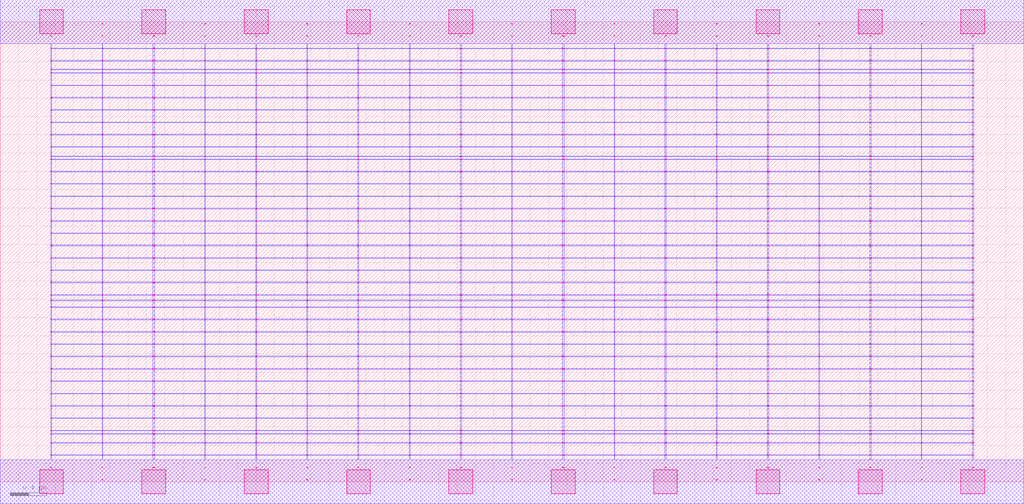
<source format=lef>
MACRO OOAAOAOI22211_DEBUG
 CLASS CORE ;
 FOREIGN OOAAOAOI22211_DEBUG 0 0 ;
 SIZE 11.200000000000001 BY 5.04 ;
 ORIGIN 0 0 ;
 SYMMETRY X Y R90 ;
 SITE unit ;

 OBS
    LAYER polycont ;
     RECT 5.59600000 2.58300000 5.60400000 2.59100000 ;
     RECT 5.59600000 2.71800000 5.60400000 2.72600000 ;
     RECT 5.59600000 2.85300000 5.60400000 2.86100000 ;
     RECT 5.59600000 2.98800000 5.60400000 2.99600000 ;
     RECT 7.83600000 2.58300000 7.84400000 2.59100000 ;
     RECT 8.39100000 2.58300000 8.40900000 2.59100000 ;
     RECT 8.95600000 2.58300000 8.96400000 2.59100000 ;
     RECT 9.51100000 2.58300000 9.52900000 2.59100000 ;
     RECT 10.07600000 2.58300000 10.08400000 2.59100000 ;
     RECT 10.63600000 2.58300000 10.64900000 2.59100000 ;
     RECT 6.15100000 2.58300000 6.16900000 2.59100000 ;
     RECT 6.15100000 2.71800000 6.16900000 2.72600000 ;
     RECT 6.71600000 2.71800000 6.72400000 2.72600000 ;
     RECT 7.27100000 2.71800000 7.28900000 2.72600000 ;
     RECT 7.83600000 2.71800000 7.84400000 2.72600000 ;
     RECT 8.39100000 2.71800000 8.40900000 2.72600000 ;
     RECT 8.95600000 2.71800000 8.96400000 2.72600000 ;
     RECT 9.51100000 2.71800000 9.52900000 2.72600000 ;
     RECT 10.07600000 2.71800000 10.08400000 2.72600000 ;
     RECT 10.63600000 2.71800000 10.64900000 2.72600000 ;
     RECT 6.71600000 2.58300000 6.72400000 2.59100000 ;
     RECT 6.15100000 2.85300000 6.16900000 2.86100000 ;
     RECT 6.71600000 2.85300000 6.72400000 2.86100000 ;
     RECT 7.27100000 2.85300000 7.28900000 2.86100000 ;
     RECT 7.83600000 2.85300000 7.84400000 2.86100000 ;
     RECT 8.39100000 2.85300000 8.40900000 2.86100000 ;
     RECT 8.95600000 2.85300000 8.96400000 2.86100000 ;
     RECT 9.51100000 2.85300000 9.52900000 2.86100000 ;
     RECT 10.07600000 2.85300000 10.08400000 2.86100000 ;
     RECT 10.63600000 2.85300000 10.64900000 2.86100000 ;
     RECT 7.27100000 2.58300000 7.28900000 2.59100000 ;
     RECT 6.15100000 2.98800000 6.16900000 2.99600000 ;
     RECT 6.71600000 2.98800000 6.72400000 2.99600000 ;
     RECT 7.27100000 2.98800000 7.28900000 2.99600000 ;
     RECT 7.83600000 2.98800000 7.84400000 2.99600000 ;
     RECT 8.39100000 2.98800000 8.40900000 2.99600000 ;
     RECT 8.95600000 2.98800000 8.96400000 2.99600000 ;
     RECT 9.51100000 2.98800000 9.52900000 2.99600000 ;
     RECT 10.07600000 2.98800000 10.08400000 2.99600000 ;
     RECT 10.63600000 2.98800000 10.64900000 2.99600000 ;
     RECT 1.67100000 2.85300000 1.68900000 2.86100000 ;
     RECT 2.23600000 2.85300000 2.24400000 2.86100000 ;
     RECT 2.79600000 2.85300000 2.80900000 2.86100000 ;
     RECT 3.35600000 2.85300000 3.36400000 2.86100000 ;
     RECT 3.91100000 2.85300000 3.92400000 2.86100000 ;
     RECT 4.47600000 2.85300000 4.48400000 2.86100000 ;
     RECT 5.03100000 2.85300000 5.04900000 2.86100000 ;
     RECT 1.11600000 2.71800000 1.12400000 2.72600000 ;
     RECT 1.67100000 2.71800000 1.68900000 2.72600000 ;
     RECT 2.23600000 2.71800000 2.24400000 2.72600000 ;
     RECT 2.79600000 2.71800000 2.80900000 2.72600000 ;
     RECT 3.35600000 2.71800000 3.36400000 2.72600000 ;
     RECT 3.91100000 2.71800000 3.92400000 2.72600000 ;
     RECT 4.47600000 2.71800000 4.48400000 2.72600000 ;
     RECT 5.03100000 2.71800000 5.04900000 2.72600000 ;
     RECT 1.11600000 2.58300000 1.12400000 2.59100000 ;
     RECT 1.67100000 2.58300000 1.68900000 2.59100000 ;
     RECT 0.55100000 2.98800000 0.56400000 2.99600000 ;
     RECT 1.11600000 2.98800000 1.12400000 2.99600000 ;
     RECT 1.67100000 2.98800000 1.68900000 2.99600000 ;
     RECT 2.23600000 2.98800000 2.24400000 2.99600000 ;
     RECT 2.79600000 2.98800000 2.80900000 2.99600000 ;
     RECT 3.35600000 2.98800000 3.36400000 2.99600000 ;
     RECT 3.91100000 2.98800000 3.92400000 2.99600000 ;
     RECT 4.47600000 2.98800000 4.48400000 2.99600000 ;
     RECT 5.03100000 2.98800000 5.04900000 2.99600000 ;
     RECT 2.23600000 2.58300000 2.24400000 2.59100000 ;
     RECT 2.79600000 2.58300000 2.80900000 2.59100000 ;
     RECT 3.35600000 2.58300000 3.36400000 2.59100000 ;
     RECT 3.91100000 2.58300000 3.92400000 2.59100000 ;
     RECT 4.47600000 2.58300000 4.48400000 2.59100000 ;
     RECT 5.03100000 2.58300000 5.04900000 2.59100000 ;
     RECT 0.55100000 2.58300000 0.56400000 2.59100000 ;
     RECT 0.55100000 2.71800000 0.56400000 2.72600000 ;
     RECT 0.55100000 2.85300000 0.56400000 2.86100000 ;
     RECT 1.11600000 2.85300000 1.12400000 2.86100000 ;
     RECT 3.35600000 3.12300000 3.36400000 3.13100000 ;
     RECT 3.35600000 3.25800000 3.36400000 3.26600000 ;
     RECT 3.35600000 3.39300000 3.36400000 3.40100000 ;
     RECT 3.35600000 3.52800000 3.36400000 3.53600000 ;
     RECT 3.35600000 3.56100000 3.36400000 3.56900000 ;
     RECT 3.35600000 3.66300000 3.36400000 3.67100000 ;
     RECT 3.35600000 3.79800000 3.36400000 3.80600000 ;
     RECT 3.35600000 3.93300000 3.36400000 3.94100000 ;
     RECT 3.35600000 4.06800000 3.36400000 4.07600000 ;
     RECT 3.35600000 4.20300000 3.36400000 4.21100000 ;
     RECT 3.35600000 4.33800000 3.36400000 4.34600000 ;
     RECT 3.35600000 4.47300000 3.36400000 4.48100000 ;
     RECT 3.35600000 4.51100000 3.36400000 4.51900000 ;
     RECT 3.35600000 4.60800000 3.36400000 4.61600000 ;
     RECT 3.35600000 4.74300000 3.36400000 4.75100000 ;
     RECT 3.35600000 4.87800000 3.36400000 4.88600000 ;
     RECT 10.07600000 0.82800000 10.08400000 0.83600000 ;
     RECT 10.63600000 0.82800000 10.64900000 0.83600000 ;
     RECT 10.07600000 0.96300000 10.08400000 0.97100000 ;
     RECT 10.63600000 0.96300000 10.64900000 0.97100000 ;
     RECT 10.07600000 1.09800000 10.08400000 1.10600000 ;
     RECT 10.63600000 1.09800000 10.64900000 1.10600000 ;
     RECT 10.07600000 1.23300000 10.08400000 1.24100000 ;
     RECT 10.63600000 1.23300000 10.64900000 1.24100000 ;
     RECT 10.07600000 1.36800000 10.08400000 1.37600000 ;
     RECT 10.63600000 1.36800000 10.64900000 1.37600000 ;
     RECT 10.07600000 1.50300000 10.08400000 1.51100000 ;
     RECT 10.63600000 1.50300000 10.64900000 1.51100000 ;
     RECT 10.07600000 1.63800000 10.08400000 1.64600000 ;
     RECT 10.63600000 1.63800000 10.64900000 1.64600000 ;
     RECT 10.07600000 1.77300000 10.08400000 1.78100000 ;
     RECT 10.63600000 1.77300000 10.64900000 1.78100000 ;
     RECT 10.07600000 1.90800000 10.08400000 1.91600000 ;
     RECT 10.63600000 1.90800000 10.64900000 1.91600000 ;
     RECT 10.07600000 1.98100000 10.08400000 1.98900000 ;
     RECT 10.63600000 1.98100000 10.64900000 1.98900000 ;
     RECT 10.07600000 2.04300000 10.08400000 2.05100000 ;
     RECT 10.63600000 2.04300000 10.64900000 2.05100000 ;
     RECT 10.07600000 2.17800000 10.08400000 2.18600000 ;
     RECT 10.63600000 2.17800000 10.64900000 2.18600000 ;
     RECT 10.07600000 2.31300000 10.08400000 2.32100000 ;
     RECT 10.63600000 2.31300000 10.64900000 2.32100000 ;
     RECT 10.07600000 2.44800000 10.08400000 2.45600000 ;
     RECT 10.63600000 2.44800000 10.64900000 2.45600000 ;
     RECT 10.07600000 0.15300000 10.08400000 0.16100000 ;
     RECT 10.63600000 0.15300000 10.64900000 0.16100000 ;
     RECT 10.07600000 0.28800000 10.08400000 0.29600000 ;
     RECT 10.63600000 0.28800000 10.64900000 0.29600000 ;
     RECT 10.07600000 0.42300000 10.08400000 0.43100000 ;
     RECT 10.63600000 0.42300000 10.64900000 0.43100000 ;
     RECT 10.07600000 0.52100000 10.08400000 0.52900000 ;
     RECT 10.63600000 0.52100000 10.64900000 0.52900000 ;
     RECT 10.07600000 0.55800000 10.08400000 0.56600000 ;
     RECT 10.63600000 0.55800000 10.64900000 0.56600000 ;
     RECT 10.07600000 0.69300000 10.08400000 0.70100000 ;
     RECT 10.63600000 0.69300000 10.64900000 0.70100000 ;

    LAYER pdiffc ;
     RECT 0.55100000 3.39300000 0.55900000 3.40100000 ;
     RECT 2.80100000 3.39300000 2.80900000 3.40100000 ;
     RECT 3.91100000 3.39300000 3.91900000 3.40100000 ;
     RECT 10.64100000 3.39300000 10.64900000 3.40100000 ;
     RECT 0.55100000 3.52800000 0.55900000 3.53600000 ;
     RECT 2.80100000 3.52800000 2.80900000 3.53600000 ;
     RECT 3.91100000 3.52800000 3.91900000 3.53600000 ;
     RECT 10.64100000 3.52800000 10.64900000 3.53600000 ;
     RECT 0.55100000 3.56100000 0.55900000 3.56900000 ;
     RECT 2.80100000 3.56100000 2.80900000 3.56900000 ;
     RECT 3.91100000 3.56100000 3.91900000 3.56900000 ;
     RECT 10.64100000 3.56100000 10.64900000 3.56900000 ;
     RECT 0.55100000 3.66300000 0.55900000 3.67100000 ;
     RECT 2.80100000 3.66300000 2.80900000 3.67100000 ;
     RECT 3.91100000 3.66300000 3.91900000 3.67100000 ;
     RECT 10.64100000 3.66300000 10.64900000 3.67100000 ;
     RECT 0.55100000 3.79800000 0.55900000 3.80600000 ;
     RECT 2.80100000 3.79800000 2.80900000 3.80600000 ;
     RECT 3.91100000 3.79800000 3.91900000 3.80600000 ;
     RECT 10.64100000 3.79800000 10.64900000 3.80600000 ;
     RECT 0.55100000 3.93300000 0.55900000 3.94100000 ;
     RECT 2.80100000 3.93300000 2.80900000 3.94100000 ;
     RECT 3.91100000 3.93300000 3.91900000 3.94100000 ;
     RECT 10.64100000 3.93300000 10.64900000 3.94100000 ;
     RECT 0.55100000 4.06800000 0.55900000 4.07600000 ;
     RECT 2.80100000 4.06800000 2.80900000 4.07600000 ;
     RECT 3.91100000 4.06800000 3.91900000 4.07600000 ;
     RECT 10.64100000 4.06800000 10.64900000 4.07600000 ;
     RECT 0.55100000 4.20300000 0.55900000 4.21100000 ;
     RECT 2.80100000 4.20300000 2.80900000 4.21100000 ;
     RECT 3.91100000 4.20300000 3.91900000 4.21100000 ;
     RECT 10.64100000 4.20300000 10.64900000 4.21100000 ;
     RECT 0.55100000 4.33800000 0.55900000 4.34600000 ;
     RECT 2.80100000 4.33800000 2.80900000 4.34600000 ;
     RECT 3.91100000 4.33800000 3.91900000 4.34600000 ;
     RECT 10.64100000 4.33800000 10.64900000 4.34600000 ;
     RECT 0.55100000 4.47300000 0.55900000 4.48100000 ;
     RECT 2.80100000 4.47300000 2.80900000 4.48100000 ;
     RECT 3.91100000 4.47300000 3.91900000 4.48100000 ;
     RECT 10.64100000 4.47300000 10.64900000 4.48100000 ;
     RECT 0.55100000 4.51100000 0.55900000 4.51900000 ;
     RECT 2.80100000 4.51100000 2.80900000 4.51900000 ;
     RECT 3.91100000 4.51100000 3.91900000 4.51900000 ;
     RECT 10.64100000 4.51100000 10.64900000 4.51900000 ;
     RECT 0.55100000 4.60800000 0.55900000 4.61600000 ;
     RECT 2.80100000 4.60800000 2.80900000 4.61600000 ;
     RECT 3.91100000 4.60800000 3.91900000 4.61600000 ;
     RECT 10.64100000 4.60800000 10.64900000 4.61600000 ;

    LAYER ndiffc ;
     RECT 5.03100000 0.42300000 5.04900000 0.43100000 ;
     RECT 5.03100000 0.52100000 5.04900000 0.52900000 ;
     RECT 5.03100000 0.55800000 5.04900000 0.56600000 ;
     RECT 5.03100000 0.69300000 5.04900000 0.70100000 ;
     RECT 5.03100000 0.82800000 5.04900000 0.83600000 ;
     RECT 5.03100000 0.96300000 5.04900000 0.97100000 ;
     RECT 5.03100000 1.09800000 5.04900000 1.10600000 ;
     RECT 5.03100000 1.23300000 5.04900000 1.24100000 ;
     RECT 5.03100000 1.36800000 5.04900000 1.37600000 ;
     RECT 5.03100000 1.50300000 5.04900000 1.51100000 ;
     RECT 5.03100000 1.63800000 5.04900000 1.64600000 ;
     RECT 5.03100000 1.77300000 5.04900000 1.78100000 ;
     RECT 5.03100000 1.90800000 5.04900000 1.91600000 ;
     RECT 5.03100000 1.98100000 5.04900000 1.98900000 ;
     RECT 5.03100000 2.04300000 5.04900000 2.05100000 ;
     RECT 8.39100000 0.42300000 8.40900000 0.43100000 ;
     RECT 6.15100000 0.69300000 6.16900000 0.70100000 ;
     RECT 7.27100000 0.69300000 7.28900000 0.70100000 ;
     RECT 8.39100000 0.69300000 8.40900000 0.70100000 ;
     RECT 9.51100000 0.69300000 9.52900000 0.70100000 ;
     RECT 9.51100000 0.42300000 9.52900000 0.43100000 ;
     RECT 6.15100000 0.82800000 6.16900000 0.83600000 ;
     RECT 7.27100000 0.82800000 7.28900000 0.83600000 ;
     RECT 8.39100000 0.82800000 8.40900000 0.83600000 ;
     RECT 9.51100000 0.82800000 9.52900000 0.83600000 ;
     RECT 6.15100000 0.42300000 6.16900000 0.43100000 ;
     RECT 6.15100000 0.96300000 6.16900000 0.97100000 ;
     RECT 7.27100000 0.96300000 7.28900000 0.97100000 ;
     RECT 8.39100000 0.96300000 8.40900000 0.97100000 ;
     RECT 9.51100000 0.96300000 9.52900000 0.97100000 ;
     RECT 6.15100000 0.52100000 6.16900000 0.52900000 ;
     RECT 6.15100000 1.09800000 6.16900000 1.10600000 ;
     RECT 7.27100000 1.09800000 7.28900000 1.10600000 ;
     RECT 8.39100000 1.09800000 8.40900000 1.10600000 ;
     RECT 9.51100000 1.09800000 9.52900000 1.10600000 ;
     RECT 7.27100000 0.52100000 7.28900000 0.52900000 ;
     RECT 6.15100000 1.23300000 6.16900000 1.24100000 ;
     RECT 7.27100000 1.23300000 7.28900000 1.24100000 ;
     RECT 8.39100000 1.23300000 8.40900000 1.24100000 ;
     RECT 9.51100000 1.23300000 9.52900000 1.24100000 ;
     RECT 8.39100000 0.52100000 8.40900000 0.52900000 ;
     RECT 6.15100000 1.36800000 6.16900000 1.37600000 ;
     RECT 7.27100000 1.36800000 7.28900000 1.37600000 ;
     RECT 8.39100000 1.36800000 8.40900000 1.37600000 ;
     RECT 9.51100000 1.36800000 9.52900000 1.37600000 ;
     RECT 9.51100000 0.52100000 9.52900000 0.52900000 ;
     RECT 6.15100000 1.50300000 6.16900000 1.51100000 ;
     RECT 7.27100000 1.50300000 7.28900000 1.51100000 ;
     RECT 8.39100000 1.50300000 8.40900000 1.51100000 ;
     RECT 9.51100000 1.50300000 9.52900000 1.51100000 ;
     RECT 7.27100000 0.42300000 7.28900000 0.43100000 ;
     RECT 6.15100000 1.63800000 6.16900000 1.64600000 ;
     RECT 7.27100000 1.63800000 7.28900000 1.64600000 ;
     RECT 8.39100000 1.63800000 8.40900000 1.64600000 ;
     RECT 9.51100000 1.63800000 9.52900000 1.64600000 ;
     RECT 6.15100000 0.55800000 6.16900000 0.56600000 ;
     RECT 6.15100000 1.77300000 6.16900000 1.78100000 ;
     RECT 7.27100000 1.77300000 7.28900000 1.78100000 ;
     RECT 8.39100000 1.77300000 8.40900000 1.78100000 ;
     RECT 9.51100000 1.77300000 9.52900000 1.78100000 ;
     RECT 7.27100000 0.55800000 7.28900000 0.56600000 ;
     RECT 6.15100000 1.90800000 6.16900000 1.91600000 ;
     RECT 7.27100000 1.90800000 7.28900000 1.91600000 ;
     RECT 8.39100000 1.90800000 8.40900000 1.91600000 ;
     RECT 9.51100000 1.90800000 9.52900000 1.91600000 ;
     RECT 8.39100000 0.55800000 8.40900000 0.56600000 ;
     RECT 6.15100000 1.98100000 6.16900000 1.98900000 ;
     RECT 7.27100000 1.98100000 7.28900000 1.98900000 ;
     RECT 8.39100000 1.98100000 8.40900000 1.98900000 ;
     RECT 9.51100000 1.98100000 9.52900000 1.98900000 ;
     RECT 9.51100000 0.55800000 9.52900000 0.56600000 ;
     RECT 6.15100000 2.04300000 6.16900000 2.05100000 ;
     RECT 7.27100000 2.04300000 7.28900000 2.05100000 ;
     RECT 8.39100000 2.04300000 8.40900000 2.05100000 ;
     RECT 9.51100000 2.04300000 9.52900000 2.05100000 ;
     RECT 3.91100000 1.36800000 3.92400000 1.37600000 ;
     RECT 2.79600000 0.55800000 2.80900000 0.56600000 ;
     RECT 3.91100000 0.55800000 3.92400000 0.56600000 ;
     RECT 1.67100000 0.52100000 1.68900000 0.52900000 ;
     RECT 2.79600000 0.52100000 2.80900000 0.52900000 ;
     RECT 3.91100000 0.52100000 3.92400000 0.52900000 ;
     RECT 0.55100000 1.50300000 0.56400000 1.51100000 ;
     RECT 1.67100000 1.50300000 1.68900000 1.51100000 ;
     RECT 2.79600000 1.50300000 2.80900000 1.51100000 ;
     RECT 3.91100000 1.50300000 3.92400000 1.51100000 ;
     RECT 0.55100000 0.96300000 0.56400000 0.97100000 ;
     RECT 1.67100000 0.96300000 1.68900000 0.97100000 ;
     RECT 2.79600000 0.96300000 2.80900000 0.97100000 ;
     RECT 3.91100000 0.96300000 3.92400000 0.97100000 ;
     RECT 1.67100000 0.42300000 1.68900000 0.43100000 ;
     RECT 0.55100000 1.63800000 0.56400000 1.64600000 ;
     RECT 1.67100000 1.63800000 1.68900000 1.64600000 ;
     RECT 2.79600000 1.63800000 2.80900000 1.64600000 ;
     RECT 3.91100000 1.63800000 3.92400000 1.64600000 ;
     RECT 2.79600000 0.42300000 2.80900000 0.43100000 ;
     RECT 0.55100000 0.69300000 0.56400000 0.70100000 ;
     RECT 1.67100000 0.69300000 1.68900000 0.70100000 ;
     RECT 2.79600000 0.69300000 2.80900000 0.70100000 ;
     RECT 0.55100000 1.09800000 0.56400000 1.10600000 ;
     RECT 0.55100000 1.77300000 0.56400000 1.78100000 ;
     RECT 1.67100000 1.77300000 1.68900000 1.78100000 ;
     RECT 2.79600000 1.77300000 2.80900000 1.78100000 ;
     RECT 3.91100000 1.77300000 3.92400000 1.78100000 ;
     RECT 1.67100000 1.09800000 1.68900000 1.10600000 ;
     RECT 2.79600000 1.09800000 2.80900000 1.10600000 ;
     RECT 3.91100000 1.09800000 3.92400000 1.10600000 ;
     RECT 3.91100000 0.69300000 3.92400000 0.70100000 ;
     RECT 3.91100000 0.42300000 3.92400000 0.43100000 ;
     RECT 0.55100000 1.90800000 0.56400000 1.91600000 ;
     RECT 1.67100000 1.90800000 1.68900000 1.91600000 ;
     RECT 2.79600000 1.90800000 2.80900000 1.91600000 ;
     RECT 3.91100000 1.90800000 3.92400000 1.91600000 ;
     RECT 0.55100000 0.42300000 0.56400000 0.43100000 ;
     RECT 0.55100000 0.52100000 0.56400000 0.52900000 ;
     RECT 0.55100000 0.55800000 0.56400000 0.56600000 ;
     RECT 0.55100000 1.23300000 0.56400000 1.24100000 ;
     RECT 1.67100000 1.23300000 1.68900000 1.24100000 ;
     RECT 0.55100000 1.98100000 0.56400000 1.98900000 ;
     RECT 1.67100000 1.98100000 1.68900000 1.98900000 ;
     RECT 2.79600000 1.98100000 2.80900000 1.98900000 ;
     RECT 3.91100000 1.98100000 3.92400000 1.98900000 ;
     RECT 2.79600000 1.23300000 2.80900000 1.24100000 ;
     RECT 3.91100000 1.23300000 3.92400000 1.24100000 ;
     RECT 1.67100000 0.55800000 1.68900000 0.56600000 ;
     RECT 0.55100000 0.82800000 0.56400000 0.83600000 ;
     RECT 1.67100000 0.82800000 1.68900000 0.83600000 ;
     RECT 0.55100000 2.04300000 0.56400000 2.05100000 ;
     RECT 1.67100000 2.04300000 1.68900000 2.05100000 ;
     RECT 2.79600000 2.04300000 2.80900000 2.05100000 ;
     RECT 3.91100000 2.04300000 3.92400000 2.05100000 ;
     RECT 2.79600000 0.82800000 2.80900000 0.83600000 ;
     RECT 3.91100000 0.82800000 3.92400000 0.83600000 ;
     RECT 0.55100000 1.36800000 0.56400000 1.37600000 ;
     RECT 1.67100000 1.36800000 1.68900000 1.37600000 ;
     RECT 2.79600000 1.36800000 2.80900000 1.37600000 ;

    LAYER met1 ;
     RECT 0.00000000 -0.24000000 11.20000000 0.24000000 ;
     RECT 5.59600000 0.24000000 5.60400000 0.28800000 ;
     RECT 0.55100000 0.28800000 10.64900000 0.29600000 ;
     RECT 5.59600000 0.29600000 5.60400000 0.42300000 ;
     RECT 0.55100000 0.42300000 10.64900000 0.43100000 ;
     RECT 5.59600000 0.43100000 5.60400000 0.52100000 ;
     RECT 0.55100000 0.52100000 10.64900000 0.52900000 ;
     RECT 5.59600000 0.52900000 5.60400000 0.55800000 ;
     RECT 0.55100000 0.55800000 10.64900000 0.56600000 ;
     RECT 5.59600000 0.56600000 5.60400000 0.69300000 ;
     RECT 0.55100000 0.69300000 10.64900000 0.70100000 ;
     RECT 5.59600000 0.70100000 5.60400000 0.82800000 ;
     RECT 0.55100000 0.82800000 10.64900000 0.83600000 ;
     RECT 5.59600000 0.83600000 5.60400000 0.96300000 ;
     RECT 0.55100000 0.96300000 10.64900000 0.97100000 ;
     RECT 5.59600000 0.97100000 5.60400000 1.09800000 ;
     RECT 0.55100000 1.09800000 10.64900000 1.10600000 ;
     RECT 5.59600000 1.10600000 5.60400000 1.23300000 ;
     RECT 0.55100000 1.23300000 10.64900000 1.24100000 ;
     RECT 5.59600000 1.24100000 5.60400000 1.36800000 ;
     RECT 0.55100000 1.36800000 10.64900000 1.37600000 ;
     RECT 5.59600000 1.37600000 5.60400000 1.50300000 ;
     RECT 0.55100000 1.50300000 10.64900000 1.51100000 ;
     RECT 5.59600000 1.51100000 5.60400000 1.63800000 ;
     RECT 0.55100000 1.63800000 10.64900000 1.64600000 ;
     RECT 5.59600000 1.64600000 5.60400000 1.77300000 ;
     RECT 0.55100000 1.77300000 10.64900000 1.78100000 ;
     RECT 5.59600000 1.78100000 5.60400000 1.90800000 ;
     RECT 0.55100000 1.90800000 10.64900000 1.91600000 ;
     RECT 5.59600000 1.91600000 5.60400000 1.98100000 ;
     RECT 0.55100000 1.98100000 10.64900000 1.98900000 ;
     RECT 5.59600000 1.98900000 5.60400000 2.04300000 ;
     RECT 0.55100000 2.04300000 10.64900000 2.05100000 ;
     RECT 5.59600000 2.05100000 5.60400000 2.17800000 ;
     RECT 0.55100000 2.17800000 10.64900000 2.18600000 ;
     RECT 5.59600000 2.18600000 5.60400000 2.31300000 ;
     RECT 0.55100000 2.31300000 10.64900000 2.32100000 ;
     RECT 5.59600000 2.32100000 5.60400000 2.44800000 ;
     RECT 0.55100000 2.44800000 10.64900000 2.45600000 ;
     RECT 0.55100000 2.45600000 0.56400000 2.58300000 ;
     RECT 1.11600000 2.45600000 1.12400000 2.58300000 ;
     RECT 1.67100000 2.45600000 1.68900000 2.58300000 ;
     RECT 2.23600000 2.45600000 2.24400000 2.58300000 ;
     RECT 2.79600000 2.45600000 2.80900000 2.58300000 ;
     RECT 3.35600000 2.45600000 3.36400000 2.58300000 ;
     RECT 3.91100000 2.45600000 3.92400000 2.58300000 ;
     RECT 4.47600000 2.45600000 4.48400000 2.58300000 ;
     RECT 5.03100000 2.45600000 5.04900000 2.58300000 ;
     RECT 5.59600000 2.45600000 5.60400000 2.58300000 ;
     RECT 6.15100000 2.45600000 6.16900000 2.58300000 ;
     RECT 6.71600000 2.45600000 6.72400000 2.58300000 ;
     RECT 7.27100000 2.45600000 7.28900000 2.58300000 ;
     RECT 7.83600000 2.45600000 7.84400000 2.58300000 ;
     RECT 8.39100000 2.45600000 8.40900000 2.58300000 ;
     RECT 8.95600000 2.45600000 8.96400000 2.58300000 ;
     RECT 9.51100000 2.45600000 9.52900000 2.58300000 ;
     RECT 10.07600000 2.45600000 10.08400000 2.58300000 ;
     RECT 10.63600000 2.45600000 10.64900000 2.58300000 ;
     RECT 0.55100000 2.58300000 10.64900000 2.59100000 ;
     RECT 5.59600000 2.59100000 5.60400000 2.71800000 ;
     RECT 0.55100000 2.71800000 10.64900000 2.72600000 ;
     RECT 5.59600000 2.72600000 5.60400000 2.85300000 ;
     RECT 0.55100000 2.85300000 10.64900000 2.86100000 ;
     RECT 5.59600000 2.86100000 5.60400000 2.98800000 ;
     RECT 0.55100000 2.98800000 10.64900000 2.99600000 ;
     RECT 5.59600000 2.99600000 5.60400000 3.12300000 ;
     RECT 0.55100000 3.12300000 10.64900000 3.13100000 ;
     RECT 5.59600000 3.13100000 5.60400000 3.25800000 ;
     RECT 0.55100000 3.25800000 10.64900000 3.26600000 ;
     RECT 5.59600000 3.26600000 5.60400000 3.39300000 ;
     RECT 0.55100000 3.39300000 10.64900000 3.40100000 ;
     RECT 5.59600000 3.40100000 5.60400000 3.52800000 ;
     RECT 0.55100000 3.52800000 10.64900000 3.53600000 ;
     RECT 5.59600000 3.53600000 5.60400000 3.56100000 ;
     RECT 0.55100000 3.56100000 10.64900000 3.56900000 ;
     RECT 5.59600000 3.56900000 5.60400000 3.66300000 ;
     RECT 0.55100000 3.66300000 10.64900000 3.67100000 ;
     RECT 5.59600000 3.67100000 5.60400000 3.79800000 ;
     RECT 0.55100000 3.79800000 10.64900000 3.80600000 ;
     RECT 5.59600000 3.80600000 5.60400000 3.93300000 ;
     RECT 0.55100000 3.93300000 10.64900000 3.94100000 ;
     RECT 5.59600000 3.94100000 5.60400000 4.06800000 ;
     RECT 0.55100000 4.06800000 10.64900000 4.07600000 ;
     RECT 5.59600000 4.07600000 5.60400000 4.20300000 ;
     RECT 0.55100000 4.20300000 10.64900000 4.21100000 ;
     RECT 5.59600000 4.21100000 5.60400000 4.33800000 ;
     RECT 0.55100000 4.33800000 10.64900000 4.34600000 ;
     RECT 5.59600000 4.34600000 5.60400000 4.47300000 ;
     RECT 0.55100000 4.47300000 10.64900000 4.48100000 ;
     RECT 5.59600000 4.48100000 5.60400000 4.51100000 ;
     RECT 0.55100000 4.51100000 10.64900000 4.51900000 ;
     RECT 5.59600000 4.51900000 5.60400000 4.60800000 ;
     RECT 0.55100000 4.60800000 10.64900000 4.61600000 ;
     RECT 5.59600000 4.61600000 5.60400000 4.74300000 ;
     RECT 0.55100000 4.74300000 10.64900000 4.75100000 ;
     RECT 5.59600000 4.75100000 5.60400000 4.80000000 ;
     RECT 0.00000000 4.80000000 11.20000000 5.28000000 ;
     RECT 8.39100000 2.99600000 8.40900000 3.12300000 ;
     RECT 8.39100000 3.13100000 8.40900000 3.25800000 ;
     RECT 8.39100000 3.26600000 8.40900000 3.39300000 ;
     RECT 8.39100000 3.40100000 8.40900000 3.52800000 ;
     RECT 8.39100000 3.53600000 8.40900000 3.56100000 ;
     RECT 8.39100000 2.72600000 8.40900000 2.85300000 ;
     RECT 8.39100000 3.56900000 8.40900000 3.66300000 ;
     RECT 8.39100000 3.67100000 8.40900000 3.79800000 ;
     RECT 6.15100000 3.80600000 6.16900000 3.93300000 ;
     RECT 6.71600000 3.80600000 6.72400000 3.93300000 ;
     RECT 7.27100000 3.80600000 7.28900000 3.93300000 ;
     RECT 7.83600000 3.80600000 7.84400000 3.93300000 ;
     RECT 8.39100000 3.80600000 8.40900000 3.93300000 ;
     RECT 8.95600000 3.80600000 8.96400000 3.93300000 ;
     RECT 9.51100000 3.80600000 9.52900000 3.93300000 ;
     RECT 10.07600000 3.80600000 10.08400000 3.93300000 ;
     RECT 10.63600000 3.80600000 10.64900000 3.93300000 ;
     RECT 8.39100000 3.94100000 8.40900000 4.06800000 ;
     RECT 8.39100000 4.07600000 8.40900000 4.20300000 ;
     RECT 8.39100000 4.21100000 8.40900000 4.33800000 ;
     RECT 8.39100000 2.86100000 8.40900000 2.98800000 ;
     RECT 8.39100000 4.34600000 8.40900000 4.47300000 ;
     RECT 8.39100000 4.48100000 8.40900000 4.51100000 ;
     RECT 8.39100000 2.59100000 8.40900000 2.71800000 ;
     RECT 8.39100000 4.51900000 8.40900000 4.60800000 ;
     RECT 8.39100000 4.61600000 8.40900000 4.74300000 ;
     RECT 8.39100000 4.75100000 8.40900000 4.80000000 ;
     RECT 9.51100000 3.94100000 9.52900000 4.06800000 ;
     RECT 8.95600000 4.21100000 8.96400000 4.33800000 ;
     RECT 9.51100000 4.21100000 9.52900000 4.33800000 ;
     RECT 10.07600000 4.21100000 10.08400000 4.33800000 ;
     RECT 10.63600000 4.21100000 10.64900000 4.33800000 ;
     RECT 10.07600000 3.94100000 10.08400000 4.06800000 ;
     RECT 10.63600000 3.94100000 10.64900000 4.06800000 ;
     RECT 8.95600000 4.34600000 8.96400000 4.47300000 ;
     RECT 9.51100000 4.34600000 9.52900000 4.47300000 ;
     RECT 10.07600000 4.34600000 10.08400000 4.47300000 ;
     RECT 10.63600000 4.34600000 10.64900000 4.47300000 ;
     RECT 8.95600000 3.94100000 8.96400000 4.06800000 ;
     RECT 8.95600000 4.48100000 8.96400000 4.51100000 ;
     RECT 9.51100000 4.48100000 9.52900000 4.51100000 ;
     RECT 10.07600000 4.48100000 10.08400000 4.51100000 ;
     RECT 10.63600000 4.48100000 10.64900000 4.51100000 ;
     RECT 8.95600000 4.07600000 8.96400000 4.20300000 ;
     RECT 9.51100000 4.07600000 9.52900000 4.20300000 ;
     RECT 8.95600000 4.51900000 8.96400000 4.60800000 ;
     RECT 9.51100000 4.51900000 9.52900000 4.60800000 ;
     RECT 10.07600000 4.51900000 10.08400000 4.60800000 ;
     RECT 10.63600000 4.51900000 10.64900000 4.60800000 ;
     RECT 10.07600000 4.07600000 10.08400000 4.20300000 ;
     RECT 8.95600000 4.61600000 8.96400000 4.74300000 ;
     RECT 9.51100000 4.61600000 9.52900000 4.74300000 ;
     RECT 10.07600000 4.61600000 10.08400000 4.74300000 ;
     RECT 10.63600000 4.61600000 10.64900000 4.74300000 ;
     RECT 10.63600000 4.07600000 10.64900000 4.20300000 ;
     RECT 8.95600000 4.75100000 8.96400000 4.80000000 ;
     RECT 9.51100000 4.75100000 9.52900000 4.80000000 ;
     RECT 10.07600000 4.75100000 10.08400000 4.80000000 ;
     RECT 10.63600000 4.75100000 10.64900000 4.80000000 ;
     RECT 6.71600000 4.07600000 6.72400000 4.20300000 ;
     RECT 7.27100000 4.07600000 7.28900000 4.20300000 ;
     RECT 7.83600000 4.07600000 7.84400000 4.20300000 ;
     RECT 6.71600000 3.94100000 6.72400000 4.06800000 ;
     RECT 7.27100000 3.94100000 7.28900000 4.06800000 ;
     RECT 6.15100000 4.51900000 6.16900000 4.60800000 ;
     RECT 6.71600000 4.51900000 6.72400000 4.60800000 ;
     RECT 7.27100000 4.51900000 7.28900000 4.60800000 ;
     RECT 7.83600000 4.51900000 7.84400000 4.60800000 ;
     RECT 7.83600000 3.94100000 7.84400000 4.06800000 ;
     RECT 6.15100000 4.34600000 6.16900000 4.47300000 ;
     RECT 6.71600000 4.34600000 6.72400000 4.47300000 ;
     RECT 7.27100000 4.34600000 7.28900000 4.47300000 ;
     RECT 7.83600000 4.34600000 7.84400000 4.47300000 ;
     RECT 6.15100000 4.61600000 6.16900000 4.74300000 ;
     RECT 6.71600000 4.61600000 6.72400000 4.74300000 ;
     RECT 7.27100000 4.61600000 7.28900000 4.74300000 ;
     RECT 7.83600000 4.61600000 7.84400000 4.74300000 ;
     RECT 6.15100000 3.94100000 6.16900000 4.06800000 ;
     RECT 6.15100000 4.07600000 6.16900000 4.20300000 ;
     RECT 6.15100000 4.21100000 6.16900000 4.33800000 ;
     RECT 6.71600000 4.21100000 6.72400000 4.33800000 ;
     RECT 7.27100000 4.21100000 7.28900000 4.33800000 ;
     RECT 6.15100000 4.75100000 6.16900000 4.80000000 ;
     RECT 6.71600000 4.75100000 6.72400000 4.80000000 ;
     RECT 7.27100000 4.75100000 7.28900000 4.80000000 ;
     RECT 7.83600000 4.75100000 7.84400000 4.80000000 ;
     RECT 6.15100000 4.48100000 6.16900000 4.51100000 ;
     RECT 6.71600000 4.48100000 6.72400000 4.51100000 ;
     RECT 7.27100000 4.48100000 7.28900000 4.51100000 ;
     RECT 7.83600000 4.48100000 7.84400000 4.51100000 ;
     RECT 7.83600000 4.21100000 7.84400000 4.33800000 ;
     RECT 7.27100000 3.53600000 7.28900000 3.56100000 ;
     RECT 7.83600000 3.53600000 7.84400000 3.56100000 ;
     RECT 7.83600000 3.13100000 7.84400000 3.25800000 ;
     RECT 6.15100000 2.86100000 6.16900000 2.98800000 ;
     RECT 6.71600000 2.86100000 6.72400000 2.98800000 ;
     RECT 7.83600000 2.72600000 7.84400000 2.85300000 ;
     RECT 6.15100000 3.13100000 6.16900000 3.25800000 ;
     RECT 6.15100000 3.56900000 6.16900000 3.66300000 ;
     RECT 6.71600000 3.56900000 6.72400000 3.66300000 ;
     RECT 7.27100000 3.56900000 7.28900000 3.66300000 ;
     RECT 7.83600000 3.56900000 7.84400000 3.66300000 ;
     RECT 6.15100000 2.59100000 6.16900000 2.71800000 ;
     RECT 6.15100000 3.67100000 6.16900000 3.79800000 ;
     RECT 6.71600000 3.67100000 6.72400000 3.79800000 ;
     RECT 7.27100000 2.86100000 7.28900000 2.98800000 ;
     RECT 7.83600000 2.86100000 7.84400000 2.98800000 ;
     RECT 7.27100000 3.67100000 7.28900000 3.79800000 ;
     RECT 7.83600000 3.67100000 7.84400000 3.79800000 ;
     RECT 6.15100000 2.99600000 6.16900000 3.12300000 ;
     RECT 6.15100000 3.26600000 6.16900000 3.39300000 ;
     RECT 6.71600000 3.26600000 6.72400000 3.39300000 ;
     RECT 7.27100000 3.26600000 7.28900000 3.39300000 ;
     RECT 7.83600000 3.26600000 7.84400000 3.39300000 ;
     RECT 6.71600000 3.13100000 6.72400000 3.25800000 ;
     RECT 6.71600000 2.59100000 6.72400000 2.71800000 ;
     RECT 6.15100000 2.72600000 6.16900000 2.85300000 ;
     RECT 6.15100000 3.40100000 6.16900000 3.52800000 ;
     RECT 6.71600000 3.40100000 6.72400000 3.52800000 ;
     RECT 6.71600000 2.99600000 6.72400000 3.12300000 ;
     RECT 7.27100000 2.99600000 7.28900000 3.12300000 ;
     RECT 7.27100000 3.40100000 7.28900000 3.52800000 ;
     RECT 7.27100000 2.59100000 7.28900000 2.71800000 ;
     RECT 7.83600000 2.59100000 7.84400000 2.71800000 ;
     RECT 7.83600000 3.40100000 7.84400000 3.52800000 ;
     RECT 7.27100000 3.13100000 7.28900000 3.25800000 ;
     RECT 6.71600000 2.72600000 6.72400000 2.85300000 ;
     RECT 7.27100000 2.72600000 7.28900000 2.85300000 ;
     RECT 6.15100000 3.53600000 6.16900000 3.56100000 ;
     RECT 6.71600000 3.53600000 6.72400000 3.56100000 ;
     RECT 7.83600000 2.99600000 7.84400000 3.12300000 ;
     RECT 10.07600000 3.56900000 10.08400000 3.66300000 ;
     RECT 10.63600000 3.56900000 10.64900000 3.66300000 ;
     RECT 8.95600000 2.72600000 8.96400000 2.85300000 ;
     RECT 9.51100000 2.72600000 9.52900000 2.85300000 ;
     RECT 8.95600000 2.99600000 8.96400000 3.12300000 ;
     RECT 8.95600000 3.40100000 8.96400000 3.52800000 ;
     RECT 10.63600000 2.86100000 10.64900000 2.98800000 ;
     RECT 9.51100000 3.40100000 9.52900000 3.52800000 ;
     RECT 10.07600000 3.40100000 10.08400000 3.52800000 ;
     RECT 10.63600000 3.40100000 10.64900000 3.52800000 ;
     RECT 8.95600000 3.67100000 8.96400000 3.79800000 ;
     RECT 9.51100000 3.67100000 9.52900000 3.79800000 ;
     RECT 10.07600000 3.67100000 10.08400000 3.79800000 ;
     RECT 10.63600000 3.67100000 10.64900000 3.79800000 ;
     RECT 10.07600000 2.72600000 10.08400000 2.85300000 ;
     RECT 10.63600000 2.72600000 10.64900000 2.85300000 ;
     RECT 9.51100000 2.99600000 9.52900000 3.12300000 ;
     RECT 8.95600000 2.59100000 8.96400000 2.71800000 ;
     RECT 10.07600000 2.99600000 10.08400000 3.12300000 ;
     RECT 10.63600000 2.99600000 10.64900000 3.12300000 ;
     RECT 9.51100000 2.59100000 9.52900000 2.71800000 ;
     RECT 8.95600000 3.26600000 8.96400000 3.39300000 ;
     RECT 9.51100000 3.26600000 9.52900000 3.39300000 ;
     RECT 10.07600000 3.26600000 10.08400000 3.39300000 ;
     RECT 8.95600000 3.53600000 8.96400000 3.56100000 ;
     RECT 8.95600000 2.86100000 8.96400000 2.98800000 ;
     RECT 9.51100000 3.53600000 9.52900000 3.56100000 ;
     RECT 10.07600000 3.53600000 10.08400000 3.56100000 ;
     RECT 10.63600000 3.53600000 10.64900000 3.56100000 ;
     RECT 10.63600000 3.26600000 10.64900000 3.39300000 ;
     RECT 8.95600000 3.13100000 8.96400000 3.25800000 ;
     RECT 9.51100000 3.13100000 9.52900000 3.25800000 ;
     RECT 10.07600000 3.13100000 10.08400000 3.25800000 ;
     RECT 10.63600000 3.13100000 10.64900000 3.25800000 ;
     RECT 10.63600000 2.59100000 10.64900000 2.71800000 ;
     RECT 9.51100000 2.86100000 9.52900000 2.98800000 ;
     RECT 10.07600000 2.86100000 10.08400000 2.98800000 ;
     RECT 10.07600000 2.59100000 10.08400000 2.71800000 ;
     RECT 8.95600000 3.56900000 8.96400000 3.66300000 ;
     RECT 9.51100000 3.56900000 9.52900000 3.66300000 ;
     RECT 2.79600000 2.59100000 2.80900000 2.71800000 ;
     RECT 2.79600000 2.99600000 2.80900000 3.12300000 ;
     RECT 2.79600000 3.94100000 2.80900000 4.06800000 ;
     RECT 2.79600000 3.40100000 2.80900000 3.52800000 ;
     RECT 2.79600000 4.07600000 2.80900000 4.20300000 ;
     RECT 2.79600000 4.21100000 2.80900000 4.33800000 ;
     RECT 2.79600000 3.53600000 2.80900000 3.56100000 ;
     RECT 2.79600000 4.34600000 2.80900000 4.47300000 ;
     RECT 2.79600000 3.13100000 2.80900000 3.25800000 ;
     RECT 2.79600000 3.56900000 2.80900000 3.66300000 ;
     RECT 2.79600000 4.48100000 2.80900000 4.51100000 ;
     RECT 2.79600000 2.86100000 2.80900000 2.98800000 ;
     RECT 2.79600000 4.51900000 2.80900000 4.60800000 ;
     RECT 2.79600000 2.72600000 2.80900000 2.85300000 ;
     RECT 2.79600000 3.67100000 2.80900000 3.79800000 ;
     RECT 2.79600000 4.61600000 2.80900000 4.74300000 ;
     RECT 2.79600000 3.26600000 2.80900000 3.39300000 ;
     RECT 2.79600000 4.75100000 2.80900000 4.80000000 ;
     RECT 0.55100000 3.80600000 0.56400000 3.93300000 ;
     RECT 1.11600000 3.80600000 1.12400000 3.93300000 ;
     RECT 1.67100000 3.80600000 1.68900000 3.93300000 ;
     RECT 2.23600000 3.80600000 2.24400000 3.93300000 ;
     RECT 2.79600000 3.80600000 2.80900000 3.93300000 ;
     RECT 3.35600000 3.80600000 3.36400000 3.93300000 ;
     RECT 3.91100000 3.80600000 3.92400000 3.93300000 ;
     RECT 4.47600000 3.80600000 4.48400000 3.93300000 ;
     RECT 5.03100000 3.80600000 5.04900000 3.93300000 ;
     RECT 3.35600000 4.48100000 3.36400000 4.51100000 ;
     RECT 3.91100000 4.48100000 3.92400000 4.51100000 ;
     RECT 4.47600000 4.48100000 4.48400000 4.51100000 ;
     RECT 5.03100000 4.48100000 5.04900000 4.51100000 ;
     RECT 4.47600000 4.07600000 4.48400000 4.20300000 ;
     RECT 5.03100000 4.07600000 5.04900000 4.20300000 ;
     RECT 3.35600000 4.51900000 3.36400000 4.60800000 ;
     RECT 3.91100000 4.51900000 3.92400000 4.60800000 ;
     RECT 4.47600000 4.51900000 4.48400000 4.60800000 ;
     RECT 5.03100000 4.51900000 5.04900000 4.60800000 ;
     RECT 4.47600000 3.94100000 4.48400000 4.06800000 ;
     RECT 3.35600000 4.21100000 3.36400000 4.33800000 ;
     RECT 3.91100000 4.21100000 3.92400000 4.33800000 ;
     RECT 3.35600000 4.61600000 3.36400000 4.74300000 ;
     RECT 3.91100000 4.61600000 3.92400000 4.74300000 ;
     RECT 4.47600000 4.61600000 4.48400000 4.74300000 ;
     RECT 5.03100000 4.61600000 5.04900000 4.74300000 ;
     RECT 4.47600000 4.21100000 4.48400000 4.33800000 ;
     RECT 5.03100000 4.21100000 5.04900000 4.33800000 ;
     RECT 3.35600000 4.75100000 3.36400000 4.80000000 ;
     RECT 3.91100000 4.75100000 3.92400000 4.80000000 ;
     RECT 4.47600000 4.75100000 4.48400000 4.80000000 ;
     RECT 5.03100000 4.75100000 5.04900000 4.80000000 ;
     RECT 5.03100000 3.94100000 5.04900000 4.06800000 ;
     RECT 3.35600000 3.94100000 3.36400000 4.06800000 ;
     RECT 3.35600000 4.34600000 3.36400000 4.47300000 ;
     RECT 3.91100000 4.34600000 3.92400000 4.47300000 ;
     RECT 4.47600000 4.34600000 4.48400000 4.47300000 ;
     RECT 5.03100000 4.34600000 5.04900000 4.47300000 ;
     RECT 3.91100000 3.94100000 3.92400000 4.06800000 ;
     RECT 3.35600000 4.07600000 3.36400000 4.20300000 ;
     RECT 3.91100000 4.07600000 3.92400000 4.20300000 ;
     RECT 1.11600000 3.94100000 1.12400000 4.06800000 ;
     RECT 0.55100000 4.07600000 0.56400000 4.20300000 ;
     RECT 0.55100000 4.21100000 0.56400000 4.33800000 ;
     RECT 1.11600000 4.21100000 1.12400000 4.33800000 ;
     RECT 0.55100000 4.61600000 0.56400000 4.74300000 ;
     RECT 1.11600000 4.61600000 1.12400000 4.74300000 ;
     RECT 1.67100000 4.61600000 1.68900000 4.74300000 ;
     RECT 2.23600000 4.61600000 2.24400000 4.74300000 ;
     RECT 1.67100000 4.21100000 1.68900000 4.33800000 ;
     RECT 2.23600000 4.21100000 2.24400000 4.33800000 ;
     RECT 1.11600000 4.07600000 1.12400000 4.20300000 ;
     RECT 0.55100000 4.48100000 0.56400000 4.51100000 ;
     RECT 1.11600000 4.48100000 1.12400000 4.51100000 ;
     RECT 1.67100000 4.48100000 1.68900000 4.51100000 ;
     RECT 0.55100000 4.75100000 0.56400000 4.80000000 ;
     RECT 1.11600000 4.75100000 1.12400000 4.80000000 ;
     RECT 1.67100000 4.75100000 1.68900000 4.80000000 ;
     RECT 2.23600000 4.75100000 2.24400000 4.80000000 ;
     RECT 2.23600000 4.48100000 2.24400000 4.51100000 ;
     RECT 1.67100000 4.07600000 1.68900000 4.20300000 ;
     RECT 2.23600000 4.07600000 2.24400000 4.20300000 ;
     RECT 1.67100000 3.94100000 1.68900000 4.06800000 ;
     RECT 2.23600000 3.94100000 2.24400000 4.06800000 ;
     RECT 0.55100000 3.94100000 0.56400000 4.06800000 ;
     RECT 0.55100000 4.34600000 0.56400000 4.47300000 ;
     RECT 0.55100000 4.51900000 0.56400000 4.60800000 ;
     RECT 1.11600000 4.51900000 1.12400000 4.60800000 ;
     RECT 1.67100000 4.51900000 1.68900000 4.60800000 ;
     RECT 2.23600000 4.51900000 2.24400000 4.60800000 ;
     RECT 1.11600000 4.34600000 1.12400000 4.47300000 ;
     RECT 1.67100000 4.34600000 1.68900000 4.47300000 ;
     RECT 2.23600000 4.34600000 2.24400000 4.47300000 ;
     RECT 0.55100000 3.53600000 0.56400000 3.56100000 ;
     RECT 2.23600000 2.72600000 2.24400000 2.85300000 ;
     RECT 1.11600000 3.53600000 1.12400000 3.56100000 ;
     RECT 0.55100000 3.67100000 0.56400000 3.79800000 ;
     RECT 1.11600000 3.67100000 1.12400000 3.79800000 ;
     RECT 1.67100000 3.67100000 1.68900000 3.79800000 ;
     RECT 2.23600000 3.67100000 2.24400000 3.79800000 ;
     RECT 1.67100000 3.53600000 1.68900000 3.56100000 ;
     RECT 1.11600000 2.99600000 1.12400000 3.12300000 ;
     RECT 1.67100000 3.13100000 1.68900000 3.25800000 ;
     RECT 2.23600000 3.13100000 2.24400000 3.25800000 ;
     RECT 1.67100000 2.99600000 1.68900000 3.12300000 ;
     RECT 0.55100000 3.56900000 0.56400000 3.66300000 ;
     RECT 1.11600000 3.56900000 1.12400000 3.66300000 ;
     RECT 1.67100000 3.56900000 1.68900000 3.66300000 ;
     RECT 2.23600000 3.56900000 2.24400000 3.66300000 ;
     RECT 2.23600000 2.99600000 2.24400000 3.12300000 ;
     RECT 0.55100000 3.26600000 0.56400000 3.39300000 ;
     RECT 1.11600000 3.26600000 1.12400000 3.39300000 ;
     RECT 1.67100000 3.26600000 1.68900000 3.39300000 ;
     RECT 2.23600000 3.26600000 2.24400000 3.39300000 ;
     RECT 2.23600000 2.59100000 2.24400000 2.71800000 ;
     RECT 0.55100000 3.40100000 0.56400000 3.52800000 ;
     RECT 1.67100000 2.59100000 1.68900000 2.71800000 ;
     RECT 0.55100000 2.99600000 0.56400000 3.12300000 ;
     RECT 1.11600000 3.40100000 1.12400000 3.52800000 ;
     RECT 1.67100000 3.40100000 1.68900000 3.52800000 ;
     RECT 2.23600000 3.53600000 2.24400000 3.56100000 ;
     RECT 2.23600000 3.40100000 2.24400000 3.52800000 ;
     RECT 1.11600000 2.86100000 1.12400000 2.98800000 ;
     RECT 1.67100000 2.86100000 1.68900000 2.98800000 ;
     RECT 1.67100000 2.72600000 1.68900000 2.85300000 ;
     RECT 2.23600000 2.86100000 2.24400000 2.98800000 ;
     RECT 0.55100000 3.13100000 0.56400000 3.25800000 ;
     RECT 1.11600000 3.13100000 1.12400000 3.25800000 ;
     RECT 0.55100000 2.59100000 0.56400000 2.71800000 ;
     RECT 1.11600000 2.59100000 1.12400000 2.71800000 ;
     RECT 0.55100000 2.72600000 0.56400000 2.85300000 ;
     RECT 1.11600000 2.72600000 1.12400000 2.85300000 ;
     RECT 0.55100000 2.86100000 0.56400000 2.98800000 ;
     RECT 4.47600000 3.53600000 4.48400000 3.56100000 ;
     RECT 3.35600000 3.56900000 3.36400000 3.66300000 ;
     RECT 3.91100000 3.56900000 3.92400000 3.66300000 ;
     RECT 4.47600000 3.56900000 4.48400000 3.66300000 ;
     RECT 5.03100000 3.56900000 5.04900000 3.66300000 ;
     RECT 5.03100000 3.13100000 5.04900000 3.25800000 ;
     RECT 5.03100000 3.53600000 5.04900000 3.56100000 ;
     RECT 3.35600000 2.86100000 3.36400000 2.98800000 ;
     RECT 3.91100000 2.86100000 3.92400000 2.98800000 ;
     RECT 4.47600000 3.67100000 4.48400000 3.79800000 ;
     RECT 5.03100000 3.67100000 5.04900000 3.79800000 ;
     RECT 4.47600000 2.72600000 4.48400000 2.85300000 ;
     RECT 4.47600000 2.86100000 4.48400000 2.98800000 ;
     RECT 5.03100000 2.86100000 5.04900000 2.98800000 ;
     RECT 4.47600000 2.99600000 4.48400000 3.12300000 ;
     RECT 3.35600000 3.13100000 3.36400000 3.25800000 ;
     RECT 3.91100000 3.13100000 3.92400000 3.25800000 ;
     RECT 3.35600000 3.26600000 3.36400000 3.39300000 ;
     RECT 3.91100000 3.26600000 3.92400000 3.39300000 ;
     RECT 4.47600000 3.26600000 4.48400000 3.39300000 ;
     RECT 4.47600000 3.13100000 4.48400000 3.25800000 ;
     RECT 5.03100000 2.99600000 5.04900000 3.12300000 ;
     RECT 3.91100000 2.59100000 3.92400000 2.71800000 ;
     RECT 4.47600000 2.59100000 4.48400000 2.71800000 ;
     RECT 5.03100000 2.59100000 5.04900000 2.71800000 ;
     RECT 3.35600000 2.59100000 3.36400000 2.71800000 ;
     RECT 3.35600000 2.99600000 3.36400000 3.12300000 ;
     RECT 3.35600000 3.40100000 3.36400000 3.52800000 ;
     RECT 3.91100000 3.40100000 3.92400000 3.52800000 ;
     RECT 5.03100000 3.26600000 5.04900000 3.39300000 ;
     RECT 5.03100000 2.72600000 5.04900000 2.85300000 ;
     RECT 3.35600000 2.72600000 3.36400000 2.85300000 ;
     RECT 3.91100000 2.72600000 3.92400000 2.85300000 ;
     RECT 4.47600000 3.40100000 4.48400000 3.52800000 ;
     RECT 5.03100000 3.40100000 5.04900000 3.52800000 ;
     RECT 3.91100000 2.99600000 3.92400000 3.12300000 ;
     RECT 3.35600000 3.53600000 3.36400000 3.56100000 ;
     RECT 3.91100000 3.53600000 3.92400000 3.56100000 ;
     RECT 3.35600000 3.67100000 3.36400000 3.79800000 ;
     RECT 3.91100000 3.67100000 3.92400000 3.79800000 ;
     RECT 5.03100000 1.10600000 5.04900000 1.23300000 ;
     RECT 2.79600000 1.24100000 2.80900000 1.36800000 ;
     RECT 2.79600000 1.37600000 2.80900000 1.50300000 ;
     RECT 2.79600000 1.51100000 2.80900000 1.63800000 ;
     RECT 2.79600000 1.64600000 2.80900000 1.77300000 ;
     RECT 2.79600000 1.78100000 2.80900000 1.90800000 ;
     RECT 2.79600000 0.43100000 2.80900000 0.52100000 ;
     RECT 2.79600000 1.91600000 2.80900000 1.98100000 ;
     RECT 2.79600000 1.98900000 2.80900000 2.04300000 ;
     RECT 2.79600000 0.24000000 2.80900000 0.28800000 ;
     RECT 2.79600000 2.05100000 2.80900000 2.17800000 ;
     RECT 2.79600000 2.18600000 2.80900000 2.31300000 ;
     RECT 2.79600000 2.32100000 2.80900000 2.44800000 ;
     RECT 2.79600000 0.52900000 2.80900000 0.55800000 ;
     RECT 2.79600000 0.56600000 2.80900000 0.69300000 ;
     RECT 2.79600000 0.70100000 2.80900000 0.82800000 ;
     RECT 2.79600000 0.83600000 2.80900000 0.96300000 ;
     RECT 2.79600000 0.97100000 2.80900000 1.09800000 ;
     RECT 2.79600000 0.29600000 2.80900000 0.42300000 ;
     RECT 0.55100000 1.10600000 0.56400000 1.23300000 ;
     RECT 1.11600000 1.10600000 1.12400000 1.23300000 ;
     RECT 1.67100000 1.10600000 1.68900000 1.23300000 ;
     RECT 2.23600000 1.10600000 2.24400000 1.23300000 ;
     RECT 2.79600000 1.10600000 2.80900000 1.23300000 ;
     RECT 3.35600000 1.10600000 3.36400000 1.23300000 ;
     RECT 3.91100000 1.10600000 3.92400000 1.23300000 ;
     RECT 4.47600000 1.10600000 4.48400000 1.23300000 ;
     RECT 3.35600000 1.37600000 3.36400000 1.50300000 ;
     RECT 3.35600000 1.91600000 3.36400000 1.98100000 ;
     RECT 3.91100000 1.91600000 3.92400000 1.98100000 ;
     RECT 4.47600000 1.91600000 4.48400000 1.98100000 ;
     RECT 5.03100000 1.91600000 5.04900000 1.98100000 ;
     RECT 3.91100000 1.37600000 3.92400000 1.50300000 ;
     RECT 3.35600000 1.98900000 3.36400000 2.04300000 ;
     RECT 3.91100000 1.98900000 3.92400000 2.04300000 ;
     RECT 4.47600000 1.98900000 4.48400000 2.04300000 ;
     RECT 5.03100000 1.98900000 5.04900000 2.04300000 ;
     RECT 4.47600000 1.37600000 4.48400000 1.50300000 ;
     RECT 5.03100000 1.37600000 5.04900000 1.50300000 ;
     RECT 3.35600000 2.05100000 3.36400000 2.17800000 ;
     RECT 3.91100000 2.05100000 3.92400000 2.17800000 ;
     RECT 4.47600000 2.05100000 4.48400000 2.17800000 ;
     RECT 5.03100000 2.05100000 5.04900000 2.17800000 ;
     RECT 3.91100000 1.24100000 3.92400000 1.36800000 ;
     RECT 3.35600000 2.18600000 3.36400000 2.31300000 ;
     RECT 3.91100000 2.18600000 3.92400000 2.31300000 ;
     RECT 4.47600000 2.18600000 4.48400000 2.31300000 ;
     RECT 5.03100000 2.18600000 5.04900000 2.31300000 ;
     RECT 3.35600000 1.51100000 3.36400000 1.63800000 ;
     RECT 3.35600000 2.32100000 3.36400000 2.44800000 ;
     RECT 3.91100000 2.32100000 3.92400000 2.44800000 ;
     RECT 4.47600000 2.32100000 4.48400000 2.44800000 ;
     RECT 5.03100000 2.32100000 5.04900000 2.44800000 ;
     RECT 3.91100000 1.51100000 3.92400000 1.63800000 ;
     RECT 4.47600000 1.51100000 4.48400000 1.63800000 ;
     RECT 5.03100000 1.51100000 5.04900000 1.63800000 ;
     RECT 4.47600000 1.24100000 4.48400000 1.36800000 ;
     RECT 3.35600000 1.64600000 3.36400000 1.77300000 ;
     RECT 3.91100000 1.64600000 3.92400000 1.77300000 ;
     RECT 4.47600000 1.64600000 4.48400000 1.77300000 ;
     RECT 5.03100000 1.64600000 5.04900000 1.77300000 ;
     RECT 5.03100000 1.24100000 5.04900000 1.36800000 ;
     RECT 3.35600000 1.78100000 3.36400000 1.90800000 ;
     RECT 3.91100000 1.78100000 3.92400000 1.90800000 ;
     RECT 4.47600000 1.78100000 4.48400000 1.90800000 ;
     RECT 5.03100000 1.78100000 5.04900000 1.90800000 ;
     RECT 3.35600000 1.24100000 3.36400000 1.36800000 ;
     RECT 1.11600000 2.05100000 1.12400000 2.17800000 ;
     RECT 1.67100000 2.05100000 1.68900000 2.17800000 ;
     RECT 2.23600000 2.05100000 2.24400000 2.17800000 ;
     RECT 1.11600000 1.78100000 1.12400000 1.90800000 ;
     RECT 1.67100000 1.78100000 1.68900000 1.90800000 ;
     RECT 2.23600000 1.78100000 2.24400000 1.90800000 ;
     RECT 1.67100000 1.51100000 1.68900000 1.63800000 ;
     RECT 2.23600000 1.51100000 2.24400000 1.63800000 ;
     RECT 0.55100000 2.18600000 0.56400000 2.31300000 ;
     RECT 1.11600000 2.18600000 1.12400000 2.31300000 ;
     RECT 1.67100000 2.18600000 1.68900000 2.31300000 ;
     RECT 2.23600000 2.18600000 2.24400000 2.31300000 ;
     RECT 1.11600000 1.37600000 1.12400000 1.50300000 ;
     RECT 1.67100000 1.37600000 1.68900000 1.50300000 ;
     RECT 2.23600000 1.37600000 2.24400000 1.50300000 ;
     RECT 1.11600000 1.24100000 1.12400000 1.36800000 ;
     RECT 0.55100000 1.91600000 0.56400000 1.98100000 ;
     RECT 0.55100000 2.32100000 0.56400000 2.44800000 ;
     RECT 1.11600000 2.32100000 1.12400000 2.44800000 ;
     RECT 1.67100000 2.32100000 1.68900000 2.44800000 ;
     RECT 2.23600000 2.32100000 2.24400000 2.44800000 ;
     RECT 1.11600000 1.91600000 1.12400000 1.98100000 ;
     RECT 1.67100000 1.91600000 1.68900000 1.98100000 ;
     RECT 2.23600000 1.91600000 2.24400000 1.98100000 ;
     RECT 1.67100000 1.24100000 1.68900000 1.36800000 ;
     RECT 0.55100000 1.64600000 0.56400000 1.77300000 ;
     RECT 1.11600000 1.64600000 1.12400000 1.77300000 ;
     RECT 1.67100000 1.64600000 1.68900000 1.77300000 ;
     RECT 2.23600000 1.64600000 2.24400000 1.77300000 ;
     RECT 0.55100000 1.98900000 0.56400000 2.04300000 ;
     RECT 1.11600000 1.98900000 1.12400000 2.04300000 ;
     RECT 1.67100000 1.98900000 1.68900000 2.04300000 ;
     RECT 2.23600000 1.98900000 2.24400000 2.04300000 ;
     RECT 2.23600000 1.24100000 2.24400000 1.36800000 ;
     RECT 0.55100000 1.24100000 0.56400000 1.36800000 ;
     RECT 0.55100000 1.37600000 0.56400000 1.50300000 ;
     RECT 0.55100000 1.51100000 0.56400000 1.63800000 ;
     RECT 1.11600000 1.51100000 1.12400000 1.63800000 ;
     RECT 0.55100000 1.78100000 0.56400000 1.90800000 ;
     RECT 0.55100000 2.05100000 0.56400000 2.17800000 ;
     RECT 2.23600000 0.56600000 2.24400000 0.69300000 ;
     RECT 2.23600000 0.43100000 2.24400000 0.52100000 ;
     RECT 0.55100000 0.24000000 0.56400000 0.28800000 ;
     RECT 0.55100000 0.70100000 0.56400000 0.82800000 ;
     RECT 1.11600000 0.70100000 1.12400000 0.82800000 ;
     RECT 1.67100000 0.70100000 1.68900000 0.82800000 ;
     RECT 2.23600000 0.70100000 2.24400000 0.82800000 ;
     RECT 1.67100000 0.24000000 1.68900000 0.28800000 ;
     RECT 1.11600000 0.24000000 1.12400000 0.28800000 ;
     RECT 0.55100000 0.29600000 0.56400000 0.42300000 ;
     RECT 0.55100000 0.83600000 0.56400000 0.96300000 ;
     RECT 1.11600000 0.83600000 1.12400000 0.96300000 ;
     RECT 1.67100000 0.83600000 1.68900000 0.96300000 ;
     RECT 2.23600000 0.83600000 2.24400000 0.96300000 ;
     RECT 0.55100000 0.43100000 0.56400000 0.52100000 ;
     RECT 1.11600000 0.29600000 1.12400000 0.42300000 ;
     RECT 1.67100000 0.29600000 1.68900000 0.42300000 ;
     RECT 0.55100000 0.97100000 0.56400000 1.09800000 ;
     RECT 1.11600000 0.97100000 1.12400000 1.09800000 ;
     RECT 1.67100000 0.97100000 1.68900000 1.09800000 ;
     RECT 2.23600000 0.97100000 2.24400000 1.09800000 ;
     RECT 0.55100000 0.52900000 0.56400000 0.55800000 ;
     RECT 2.23600000 0.29600000 2.24400000 0.42300000 ;
     RECT 1.11600000 0.43100000 1.12400000 0.52100000 ;
     RECT 2.23600000 0.24000000 2.24400000 0.28800000 ;
     RECT 1.11600000 0.52900000 1.12400000 0.55800000 ;
     RECT 1.67100000 0.52900000 1.68900000 0.55800000 ;
     RECT 2.23600000 0.52900000 2.24400000 0.55800000 ;
     RECT 1.67100000 0.43100000 1.68900000 0.52100000 ;
     RECT 0.55100000 0.56600000 0.56400000 0.69300000 ;
     RECT 1.11600000 0.56600000 1.12400000 0.69300000 ;
     RECT 1.67100000 0.56600000 1.68900000 0.69300000 ;
     RECT 4.47600000 0.52900000 4.48400000 0.55800000 ;
     RECT 5.03100000 0.52900000 5.04900000 0.55800000 ;
     RECT 3.91100000 0.24000000 3.92400000 0.28800000 ;
     RECT 4.47600000 0.24000000 4.48400000 0.28800000 ;
     RECT 5.03100000 0.43100000 5.04900000 0.52100000 ;
     RECT 3.91100000 0.29600000 3.92400000 0.42300000 ;
     RECT 3.35600000 0.29600000 3.36400000 0.42300000 ;
     RECT 3.35600000 0.83600000 3.36400000 0.96300000 ;
     RECT 3.91100000 0.83600000 3.92400000 0.96300000 ;
     RECT 4.47600000 0.83600000 4.48400000 0.96300000 ;
     RECT 5.03100000 0.83600000 5.04900000 0.96300000 ;
     RECT 3.35600000 0.24000000 3.36400000 0.28800000 ;
     RECT 4.47600000 0.29600000 4.48400000 0.42300000 ;
     RECT 3.35600000 0.56600000 3.36400000 0.69300000 ;
     RECT 3.91100000 0.56600000 3.92400000 0.69300000 ;
     RECT 4.47600000 0.56600000 4.48400000 0.69300000 ;
     RECT 5.03100000 0.56600000 5.04900000 0.69300000 ;
     RECT 5.03100000 0.24000000 5.04900000 0.28800000 ;
     RECT 3.35600000 0.97100000 3.36400000 1.09800000 ;
     RECT 3.91100000 0.97100000 3.92400000 1.09800000 ;
     RECT 4.47600000 0.97100000 4.48400000 1.09800000 ;
     RECT 5.03100000 0.97100000 5.04900000 1.09800000 ;
     RECT 3.91100000 0.43100000 3.92400000 0.52100000 ;
     RECT 4.47600000 0.43100000 4.48400000 0.52100000 ;
     RECT 3.35600000 0.43100000 3.36400000 0.52100000 ;
     RECT 5.03100000 0.29600000 5.04900000 0.42300000 ;
     RECT 3.35600000 0.52900000 3.36400000 0.55800000 ;
     RECT 3.91100000 0.52900000 3.92400000 0.55800000 ;
     RECT 3.35600000 0.70100000 3.36400000 0.82800000 ;
     RECT 3.91100000 0.70100000 3.92400000 0.82800000 ;
     RECT 4.47600000 0.70100000 4.48400000 0.82800000 ;
     RECT 5.03100000 0.70100000 5.04900000 0.82800000 ;
     RECT 8.39100000 1.78100000 8.40900000 1.90800000 ;
     RECT 8.39100000 0.97100000 8.40900000 1.09800000 ;
     RECT 8.39100000 1.91600000 8.40900000 1.98100000 ;
     RECT 8.39100000 0.56600000 8.40900000 0.69300000 ;
     RECT 6.15100000 1.10600000 6.16900000 1.23300000 ;
     RECT 6.71600000 1.10600000 6.72400000 1.23300000 ;
     RECT 7.27100000 1.10600000 7.28900000 1.23300000 ;
     RECT 7.83600000 1.10600000 7.84400000 1.23300000 ;
     RECT 8.39100000 1.10600000 8.40900000 1.23300000 ;
     RECT 8.39100000 1.98900000 8.40900000 2.04300000 ;
     RECT 8.95600000 1.10600000 8.96400000 1.23300000 ;
     RECT 9.51100000 1.10600000 9.52900000 1.23300000 ;
     RECT 10.07600000 1.10600000 10.08400000 1.23300000 ;
     RECT 10.63600000 1.10600000 10.64900000 1.23300000 ;
     RECT 8.39100000 0.43100000 8.40900000 0.52100000 ;
     RECT 8.39100000 2.05100000 8.40900000 2.17800000 ;
     RECT 8.39100000 0.29600000 8.40900000 0.42300000 ;
     RECT 8.39100000 1.24100000 8.40900000 1.36800000 ;
     RECT 8.39100000 2.18600000 8.40900000 2.31300000 ;
     RECT 8.39100000 0.70100000 8.40900000 0.82800000 ;
     RECT 8.39100000 2.32100000 8.40900000 2.44800000 ;
     RECT 8.39100000 1.37600000 8.40900000 1.50300000 ;
     RECT 8.39100000 0.24000000 8.40900000 0.28800000 ;
     RECT 8.39100000 0.52900000 8.40900000 0.55800000 ;
     RECT 8.39100000 1.51100000 8.40900000 1.63800000 ;
     RECT 8.39100000 0.83600000 8.40900000 0.96300000 ;
     RECT 8.39100000 1.64600000 8.40900000 1.77300000 ;
     RECT 8.95600000 1.91600000 8.96400000 1.98100000 ;
     RECT 8.95600000 2.05100000 8.96400000 2.17800000 ;
     RECT 9.51100000 2.05100000 9.52900000 2.17800000 ;
     RECT 10.07600000 2.05100000 10.08400000 2.17800000 ;
     RECT 10.63600000 2.05100000 10.64900000 2.17800000 ;
     RECT 9.51100000 1.91600000 9.52900000 1.98100000 ;
     RECT 10.07600000 1.91600000 10.08400000 1.98100000 ;
     RECT 8.95600000 1.24100000 8.96400000 1.36800000 ;
     RECT 9.51100000 1.24100000 9.52900000 1.36800000 ;
     RECT 8.95600000 1.98900000 8.96400000 2.04300000 ;
     RECT 8.95600000 2.18600000 8.96400000 2.31300000 ;
     RECT 9.51100000 2.18600000 9.52900000 2.31300000 ;
     RECT 10.07600000 2.18600000 10.08400000 2.31300000 ;
     RECT 10.63600000 2.18600000 10.64900000 2.31300000 ;
     RECT 10.07600000 1.24100000 10.08400000 1.36800000 ;
     RECT 10.63600000 1.24100000 10.64900000 1.36800000 ;
     RECT 9.51100000 1.98900000 9.52900000 2.04300000 ;
     RECT 10.07600000 1.98900000 10.08400000 2.04300000 ;
     RECT 8.95600000 2.32100000 8.96400000 2.44800000 ;
     RECT 9.51100000 2.32100000 9.52900000 2.44800000 ;
     RECT 10.07600000 2.32100000 10.08400000 2.44800000 ;
     RECT 10.63600000 2.32100000 10.64900000 2.44800000 ;
     RECT 10.63600000 1.98900000 10.64900000 2.04300000 ;
     RECT 8.95600000 1.37600000 8.96400000 1.50300000 ;
     RECT 9.51100000 1.37600000 9.52900000 1.50300000 ;
     RECT 10.07600000 1.37600000 10.08400000 1.50300000 ;
     RECT 10.63600000 1.37600000 10.64900000 1.50300000 ;
     RECT 10.63600000 1.91600000 10.64900000 1.98100000 ;
     RECT 10.07600000 1.78100000 10.08400000 1.90800000 ;
     RECT 10.63600000 1.78100000 10.64900000 1.90800000 ;
     RECT 8.95600000 1.51100000 8.96400000 1.63800000 ;
     RECT 9.51100000 1.51100000 9.52900000 1.63800000 ;
     RECT 10.07600000 1.51100000 10.08400000 1.63800000 ;
     RECT 10.63600000 1.51100000 10.64900000 1.63800000 ;
     RECT 8.95600000 1.78100000 8.96400000 1.90800000 ;
     RECT 9.51100000 1.78100000 9.52900000 1.90800000 ;
     RECT 8.95600000 1.64600000 8.96400000 1.77300000 ;
     RECT 9.51100000 1.64600000 9.52900000 1.77300000 ;
     RECT 10.07600000 1.64600000 10.08400000 1.77300000 ;
     RECT 10.63600000 1.64600000 10.64900000 1.77300000 ;
     RECT 7.27100000 1.98900000 7.28900000 2.04300000 ;
     RECT 6.15100000 2.32100000 6.16900000 2.44800000 ;
     RECT 6.71600000 2.32100000 6.72400000 2.44800000 ;
     RECT 7.27100000 2.32100000 7.28900000 2.44800000 ;
     RECT 7.83600000 2.32100000 7.84400000 2.44800000 ;
     RECT 7.83600000 1.98900000 7.84400000 2.04300000 ;
     RECT 6.71600000 1.78100000 6.72400000 1.90800000 ;
     RECT 6.15100000 1.91600000 6.16900000 1.98100000 ;
     RECT 6.71600000 1.91600000 6.72400000 1.98100000 ;
     RECT 7.27100000 1.91600000 7.28900000 1.98100000 ;
     RECT 6.15100000 1.37600000 6.16900000 1.50300000 ;
     RECT 6.71600000 1.37600000 6.72400000 1.50300000 ;
     RECT 7.27100000 1.37600000 7.28900000 1.50300000 ;
     RECT 7.83600000 1.37600000 7.84400000 1.50300000 ;
     RECT 6.15100000 1.24100000 6.16900000 1.36800000 ;
     RECT 6.71600000 1.24100000 6.72400000 1.36800000 ;
     RECT 7.27100000 1.24100000 7.28900000 1.36800000 ;
     RECT 7.83600000 1.24100000 7.84400000 1.36800000 ;
     RECT 7.83600000 1.91600000 7.84400000 1.98100000 ;
     RECT 7.27100000 1.78100000 7.28900000 1.90800000 ;
     RECT 7.83600000 1.78100000 7.84400000 1.90800000 ;
     RECT 6.15100000 1.51100000 6.16900000 1.63800000 ;
     RECT 6.71600000 1.51100000 6.72400000 1.63800000 ;
     RECT 7.27100000 1.51100000 7.28900000 1.63800000 ;
     RECT 7.83600000 1.51100000 7.84400000 1.63800000 ;
     RECT 6.15100000 2.18600000 6.16900000 2.31300000 ;
     RECT 6.71600000 2.18600000 6.72400000 2.31300000 ;
     RECT 7.27100000 2.18600000 7.28900000 2.31300000 ;
     RECT 7.83600000 2.18600000 7.84400000 2.31300000 ;
     RECT 6.15100000 1.78100000 6.16900000 1.90800000 ;
     RECT 6.15100000 1.98900000 6.16900000 2.04300000 ;
     RECT 6.15100000 1.64600000 6.16900000 1.77300000 ;
     RECT 6.71600000 1.64600000 6.72400000 1.77300000 ;
     RECT 7.27100000 1.64600000 7.28900000 1.77300000 ;
     RECT 7.83600000 1.64600000 7.84400000 1.77300000 ;
     RECT 6.71600000 1.98900000 6.72400000 2.04300000 ;
     RECT 6.15100000 2.05100000 6.16900000 2.17800000 ;
     RECT 6.71600000 2.05100000 6.72400000 2.17800000 ;
     RECT 7.27100000 2.05100000 7.28900000 2.17800000 ;
     RECT 7.83600000 2.05100000 7.84400000 2.17800000 ;
     RECT 6.71600000 0.52900000 6.72400000 0.55800000 ;
     RECT 7.27100000 0.52900000 7.28900000 0.55800000 ;
     RECT 7.83600000 0.52900000 7.84400000 0.55800000 ;
     RECT 6.71600000 0.43100000 6.72400000 0.52100000 ;
     RECT 6.15100000 0.83600000 6.16900000 0.96300000 ;
     RECT 7.27100000 0.43100000 7.28900000 0.52100000 ;
     RECT 7.83600000 0.43100000 7.84400000 0.52100000 ;
     RECT 7.83600000 0.29600000 7.84400000 0.42300000 ;
     RECT 6.15100000 0.56600000 6.16900000 0.69300000 ;
     RECT 6.71600000 0.56600000 6.72400000 0.69300000 ;
     RECT 7.27100000 0.29600000 7.28900000 0.42300000 ;
     RECT 7.27100000 0.56600000 7.28900000 0.69300000 ;
     RECT 7.83600000 0.56600000 7.84400000 0.69300000 ;
     RECT 6.71600000 0.97100000 6.72400000 1.09800000 ;
     RECT 6.71600000 0.83600000 6.72400000 0.96300000 ;
     RECT 7.27100000 0.83600000 7.28900000 0.96300000 ;
     RECT 7.83600000 0.83600000 7.84400000 0.96300000 ;
     RECT 6.15100000 0.70100000 6.16900000 0.82800000 ;
     RECT 6.71600000 0.70100000 6.72400000 0.82800000 ;
     RECT 7.27100000 0.70100000 7.28900000 0.82800000 ;
     RECT 7.83600000 0.70100000 7.84400000 0.82800000 ;
     RECT 7.27100000 0.97100000 7.28900000 1.09800000 ;
     RECT 7.83600000 0.97100000 7.84400000 1.09800000 ;
     RECT 7.27100000 0.24000000 7.28900000 0.28800000 ;
     RECT 7.83600000 0.24000000 7.84400000 0.28800000 ;
     RECT 6.15100000 0.97100000 6.16900000 1.09800000 ;
     RECT 6.15100000 0.52900000 6.16900000 0.55800000 ;
     RECT 6.15100000 0.24000000 6.16900000 0.28800000 ;
     RECT 6.71600000 0.24000000 6.72400000 0.28800000 ;
     RECT 6.15100000 0.29600000 6.16900000 0.42300000 ;
     RECT 6.71600000 0.29600000 6.72400000 0.42300000 ;
     RECT 6.15100000 0.43100000 6.16900000 0.52100000 ;
     RECT 10.63600000 0.56600000 10.64900000 0.69300000 ;
     RECT 8.95600000 0.56600000 8.96400000 0.69300000 ;
     RECT 8.95600000 0.43100000 8.96400000 0.52100000 ;
     RECT 8.95600000 0.70100000 8.96400000 0.82800000 ;
     RECT 9.51100000 0.70100000 9.52900000 0.82800000 ;
     RECT 10.07600000 0.70100000 10.08400000 0.82800000 ;
     RECT 9.51100000 0.43100000 9.52900000 0.52100000 ;
     RECT 10.07600000 0.43100000 10.08400000 0.52100000 ;
     RECT 8.95600000 0.83600000 8.96400000 0.96300000 ;
     RECT 9.51100000 0.83600000 9.52900000 0.96300000 ;
     RECT 10.07600000 0.83600000 10.08400000 0.96300000 ;
     RECT 10.63600000 0.83600000 10.64900000 0.96300000 ;
     RECT 9.51100000 0.52900000 9.52900000 0.55800000 ;
     RECT 10.07600000 0.52900000 10.08400000 0.55800000 ;
     RECT 10.63600000 0.52900000 10.64900000 0.55800000 ;
     RECT 10.63600000 0.43100000 10.64900000 0.52100000 ;
     RECT 8.95600000 0.24000000 8.96400000 0.28800000 ;
     RECT 8.95600000 0.29600000 8.96400000 0.42300000 ;
     RECT 9.51100000 0.29600000 9.52900000 0.42300000 ;
     RECT 9.51100000 0.56600000 9.52900000 0.69300000 ;
     RECT 10.07600000 0.56600000 10.08400000 0.69300000 ;
     RECT 9.51100000 0.97100000 9.52900000 1.09800000 ;
     RECT 8.95600000 0.52900000 8.96400000 0.55800000 ;
     RECT 10.07600000 0.97100000 10.08400000 1.09800000 ;
     RECT 9.51100000 0.24000000 9.52900000 0.28800000 ;
     RECT 10.07600000 0.24000000 10.08400000 0.28800000 ;
     RECT 10.63600000 0.24000000 10.64900000 0.28800000 ;
     RECT 10.63600000 0.70100000 10.64900000 0.82800000 ;
     RECT 10.63600000 0.29600000 10.64900000 0.42300000 ;
     RECT 10.07600000 0.29600000 10.08400000 0.42300000 ;
     RECT 10.63600000 0.97100000 10.64900000 1.09800000 ;
     RECT 8.95600000 0.97100000 8.96400000 1.09800000 ;

    LAYER via1 ;
     RECT 5.59600000 0.01800000 5.60400000 0.02600000 ;
     RECT 5.59600000 0.15300000 5.60400000 0.16100000 ;
     RECT 5.59600000 0.28800000 5.60400000 0.29600000 ;
     RECT 5.59600000 0.42300000 5.60400000 0.43100000 ;
     RECT 5.59600000 0.52100000 5.60400000 0.52900000 ;
     RECT 5.59600000 0.55800000 5.60400000 0.56600000 ;
     RECT 5.59600000 0.69300000 5.60400000 0.70100000 ;
     RECT 5.59600000 0.82800000 5.60400000 0.83600000 ;
     RECT 5.59600000 0.96300000 5.60400000 0.97100000 ;
     RECT 5.59600000 1.09800000 5.60400000 1.10600000 ;
     RECT 5.59600000 1.23300000 5.60400000 1.24100000 ;
     RECT 5.59600000 1.36800000 5.60400000 1.37600000 ;
     RECT 5.59600000 1.50300000 5.60400000 1.51100000 ;
     RECT 5.59600000 1.63800000 5.60400000 1.64600000 ;
     RECT 5.59600000 1.77300000 5.60400000 1.78100000 ;
     RECT 5.59600000 1.90800000 5.60400000 1.91600000 ;
     RECT 5.59600000 1.98100000 5.60400000 1.98900000 ;
     RECT 5.59600000 2.04300000 5.60400000 2.05100000 ;
     RECT 5.59600000 2.17800000 5.60400000 2.18600000 ;
     RECT 5.59600000 2.31300000 5.60400000 2.32100000 ;
     RECT 5.59600000 2.44800000 5.60400000 2.45600000 ;
     RECT 5.59600000 2.58300000 5.60400000 2.59100000 ;
     RECT 5.59600000 2.71800000 5.60400000 2.72600000 ;
     RECT 5.59600000 2.85300000 5.60400000 2.86100000 ;
     RECT 5.59600000 2.98800000 5.60400000 2.99600000 ;
     RECT 5.59600000 3.12300000 5.60400000 3.13100000 ;
     RECT 5.59600000 3.25800000 5.60400000 3.26600000 ;
     RECT 5.59600000 3.39300000 5.60400000 3.40100000 ;
     RECT 5.59600000 3.52800000 5.60400000 3.53600000 ;
     RECT 5.59600000 3.56100000 5.60400000 3.56900000 ;
     RECT 5.59600000 3.66300000 5.60400000 3.67100000 ;
     RECT 5.59600000 3.79800000 5.60400000 3.80600000 ;
     RECT 5.59600000 3.93300000 5.60400000 3.94100000 ;
     RECT 5.59600000 4.06800000 5.60400000 4.07600000 ;
     RECT 5.59600000 4.20300000 5.60400000 4.21100000 ;
     RECT 5.59600000 4.33800000 5.60400000 4.34600000 ;
     RECT 5.59600000 4.47300000 5.60400000 4.48100000 ;
     RECT 5.59600000 4.51100000 5.60400000 4.51900000 ;
     RECT 5.59600000 4.60800000 5.60400000 4.61600000 ;
     RECT 5.59600000 4.74300000 5.60400000 4.75100000 ;
     RECT 5.59600000 4.87800000 5.60400000 4.88600000 ;
     RECT 5.59600000 5.01300000 5.60400000 5.02100000 ;
     RECT 8.39100000 3.93300000 8.40900000 3.94100000 ;
     RECT 8.95600000 3.93300000 8.96400000 3.94100000 ;
     RECT 9.51100000 3.93300000 9.52900000 3.94100000 ;
     RECT 10.07600000 3.93300000 10.08400000 3.94100000 ;
     RECT 10.63600000 3.93300000 10.64900000 3.94100000 ;
     RECT 8.39100000 4.06800000 8.40900000 4.07600000 ;
     RECT 8.95600000 4.06800000 8.96400000 4.07600000 ;
     RECT 9.51100000 4.06800000 9.52900000 4.07600000 ;
     RECT 10.07600000 4.06800000 10.08400000 4.07600000 ;
     RECT 10.63600000 4.06800000 10.64900000 4.07600000 ;
     RECT 8.39100000 4.20300000 8.40900000 4.21100000 ;
     RECT 8.95600000 4.20300000 8.96400000 4.21100000 ;
     RECT 9.51100000 4.20300000 9.52900000 4.21100000 ;
     RECT 10.07600000 4.20300000 10.08400000 4.21100000 ;
     RECT 10.63600000 4.20300000 10.64900000 4.21100000 ;
     RECT 8.39100000 4.33800000 8.40900000 4.34600000 ;
     RECT 8.95600000 4.33800000 8.96400000 4.34600000 ;
     RECT 9.51100000 4.33800000 9.52900000 4.34600000 ;
     RECT 10.07600000 4.33800000 10.08400000 4.34600000 ;
     RECT 10.63600000 4.33800000 10.64900000 4.34600000 ;
     RECT 8.39100000 4.47300000 8.40900000 4.48100000 ;
     RECT 8.95600000 4.47300000 8.96400000 4.48100000 ;
     RECT 9.51100000 4.47300000 9.52900000 4.48100000 ;
     RECT 10.07600000 4.47300000 10.08400000 4.48100000 ;
     RECT 10.63600000 4.47300000 10.64900000 4.48100000 ;
     RECT 8.39100000 4.51100000 8.40900000 4.51900000 ;
     RECT 8.95600000 4.51100000 8.96400000 4.51900000 ;
     RECT 9.51100000 4.51100000 9.52900000 4.51900000 ;
     RECT 10.07600000 4.51100000 10.08400000 4.51900000 ;
     RECT 10.63600000 4.51100000 10.64900000 4.51900000 ;
     RECT 8.39100000 4.60800000 8.40900000 4.61600000 ;
     RECT 8.95600000 4.60800000 8.96400000 4.61600000 ;
     RECT 9.51100000 4.60800000 9.52900000 4.61600000 ;
     RECT 10.07600000 4.60800000 10.08400000 4.61600000 ;
     RECT 10.63600000 4.60800000 10.64900000 4.61600000 ;
     RECT 8.39100000 4.74300000 8.40900000 4.75100000 ;
     RECT 8.95600000 4.74300000 8.96400000 4.75100000 ;
     RECT 9.51100000 4.74300000 9.52900000 4.75100000 ;
     RECT 10.07600000 4.74300000 10.08400000 4.75100000 ;
     RECT 10.63600000 4.74300000 10.64900000 4.75100000 ;
     RECT 8.39100000 4.87800000 8.40900000 4.88600000 ;
     RECT 8.95600000 4.87800000 8.96400000 4.88600000 ;
     RECT 9.51100000 4.87800000 9.52900000 4.88600000 ;
     RECT 10.07600000 4.87800000 10.08400000 4.88600000 ;
     RECT 10.63600000 4.87800000 10.64900000 4.88600000 ;
     RECT 8.95600000 5.01300000 8.96400000 5.02100000 ;
     RECT 10.07600000 5.01300000 10.08400000 5.02100000 ;
     RECT 8.27000000 4.91000000 8.53000000 5.17000000 ;
     RECT 9.39000000 4.91000000 9.65000000 5.17000000 ;
     RECT 10.51000000 4.91000000 10.77000000 5.17000000 ;
     RECT 7.27100000 3.93300000 7.28900000 3.94100000 ;
     RECT 6.15100000 4.33800000 6.16900000 4.34600000 ;
     RECT 6.71600000 4.33800000 6.72400000 4.34600000 ;
     RECT 7.27100000 4.33800000 7.28900000 4.34600000 ;
     RECT 6.15100000 4.60800000 6.16900000 4.61600000 ;
     RECT 6.71600000 4.60800000 6.72400000 4.61600000 ;
     RECT 7.27100000 4.60800000 7.28900000 4.61600000 ;
     RECT 7.83600000 4.60800000 7.84400000 4.61600000 ;
     RECT 7.83600000 4.33800000 7.84400000 4.34600000 ;
     RECT 7.83600000 3.93300000 7.84400000 3.94100000 ;
     RECT 6.15100000 3.93300000 6.16900000 3.94100000 ;
     RECT 6.15100000 4.06800000 6.16900000 4.07600000 ;
     RECT 6.15100000 4.20300000 6.16900000 4.21100000 ;
     RECT 6.15100000 4.74300000 6.16900000 4.75100000 ;
     RECT 6.71600000 4.74300000 6.72400000 4.75100000 ;
     RECT 7.27100000 4.74300000 7.28900000 4.75100000 ;
     RECT 7.83600000 4.74300000 7.84400000 4.75100000 ;
     RECT 6.71600000 4.20300000 6.72400000 4.21100000 ;
     RECT 6.15100000 4.47300000 6.16900000 4.48100000 ;
     RECT 6.71600000 4.47300000 6.72400000 4.48100000 ;
     RECT 7.27100000 4.47300000 7.28900000 4.48100000 ;
     RECT 7.83600000 4.47300000 7.84400000 4.48100000 ;
     RECT 6.15100000 4.87800000 6.16900000 4.88600000 ;
     RECT 6.71600000 4.87800000 6.72400000 4.88600000 ;
     RECT 7.27100000 4.87800000 7.28900000 4.88600000 ;
     RECT 7.83600000 4.87800000 7.84400000 4.88600000 ;
     RECT 7.27100000 4.20300000 7.28900000 4.21100000 ;
     RECT 7.83600000 4.20300000 7.84400000 4.21100000 ;
     RECT 6.71600000 4.06800000 6.72400000 4.07600000 ;
     RECT 7.27100000 4.06800000 7.28900000 4.07600000 ;
     RECT 7.83600000 4.06800000 7.84400000 4.07600000 ;
     RECT 6.71600000 5.01300000 6.72400000 5.02100000 ;
     RECT 7.83600000 5.01300000 7.84400000 5.02100000 ;
     RECT 6.15100000 4.51100000 6.16900000 4.51900000 ;
     RECT 6.71600000 4.51100000 6.72400000 4.51900000 ;
     RECT 6.03000000 4.91000000 6.29000000 5.17000000 ;
     RECT 7.15000000 4.91000000 7.41000000 5.17000000 ;
     RECT 7.27100000 4.51100000 7.28900000 4.51900000 ;
     RECT 7.83600000 4.51100000 7.84400000 4.51900000 ;
     RECT 6.71600000 3.93300000 6.72400000 3.94100000 ;
     RECT 7.27100000 2.98800000 7.28900000 2.99600000 ;
     RECT 7.83600000 2.98800000 7.84400000 2.99600000 ;
     RECT 6.71600000 2.71800000 6.72400000 2.72600000 ;
     RECT 7.83600000 2.58300000 7.84400000 2.59100000 ;
     RECT 6.15100000 3.12300000 6.16900000 3.13100000 ;
     RECT 6.71600000 3.12300000 6.72400000 3.13100000 ;
     RECT 7.27100000 3.12300000 7.28900000 3.13100000 ;
     RECT 7.83600000 3.12300000 7.84400000 3.13100000 ;
     RECT 6.15100000 3.25800000 6.16900000 3.26600000 ;
     RECT 6.71600000 3.25800000 6.72400000 3.26600000 ;
     RECT 7.27100000 3.25800000 7.28900000 3.26600000 ;
     RECT 7.83600000 3.25800000 7.84400000 3.26600000 ;
     RECT 7.27100000 2.71800000 7.28900000 2.72600000 ;
     RECT 6.15100000 3.39300000 6.16900000 3.40100000 ;
     RECT 6.71600000 3.39300000 6.72400000 3.40100000 ;
     RECT 7.27100000 3.39300000 7.28900000 3.40100000 ;
     RECT 7.83600000 3.39300000 7.84400000 3.40100000 ;
     RECT 6.15100000 3.52800000 6.16900000 3.53600000 ;
     RECT 6.71600000 3.52800000 6.72400000 3.53600000 ;
     RECT 7.27100000 3.52800000 7.28900000 3.53600000 ;
     RECT 7.83600000 3.52800000 7.84400000 3.53600000 ;
     RECT 6.15100000 3.56100000 6.16900000 3.56900000 ;
     RECT 7.83600000 2.71800000 7.84400000 2.72600000 ;
     RECT 6.71600000 3.56100000 6.72400000 3.56900000 ;
     RECT 7.27100000 3.56100000 7.28900000 3.56900000 ;
     RECT 7.83600000 3.56100000 7.84400000 3.56900000 ;
     RECT 6.15100000 3.66300000 6.16900000 3.67100000 ;
     RECT 6.71600000 3.66300000 6.72400000 3.67100000 ;
     RECT 7.27100000 3.66300000 7.28900000 3.67100000 ;
     RECT 7.83600000 3.66300000 7.84400000 3.67100000 ;
     RECT 6.15100000 2.58300000 6.16900000 2.59100000 ;
     RECT 6.15100000 3.79800000 6.16900000 3.80600000 ;
     RECT 6.71600000 3.79800000 6.72400000 3.80600000 ;
     RECT 7.27100000 3.79800000 7.28900000 3.80600000 ;
     RECT 6.71600000 2.58300000 6.72400000 2.59100000 ;
     RECT 7.83600000 3.79800000 7.84400000 3.80600000 ;
     RECT 6.15100000 2.71800000 6.16900000 2.72600000 ;
     RECT 6.15100000 2.85300000 6.16900000 2.86100000 ;
     RECT 6.71600000 2.85300000 6.72400000 2.86100000 ;
     RECT 7.27100000 2.85300000 7.28900000 2.86100000 ;
     RECT 7.83600000 2.85300000 7.84400000 2.86100000 ;
     RECT 7.27100000 2.58300000 7.28900000 2.59100000 ;
     RECT 6.15100000 2.98800000 6.16900000 2.99600000 ;
     RECT 6.71600000 2.98800000 6.72400000 2.99600000 ;
     RECT 10.63600000 3.25800000 10.64900000 3.26600000 ;
     RECT 8.39100000 3.79800000 8.40900000 3.80600000 ;
     RECT 8.95600000 3.79800000 8.96400000 3.80600000 ;
     RECT 9.51100000 3.79800000 9.52900000 3.80600000 ;
     RECT 10.07600000 3.79800000 10.08400000 3.80600000 ;
     RECT 8.95600000 2.71800000 8.96400000 2.72600000 ;
     RECT 10.63600000 3.79800000 10.64900000 3.80600000 ;
     RECT 8.95600000 2.58300000 8.96400000 2.59100000 ;
     RECT 10.63600000 2.98800000 10.64900000 2.99600000 ;
     RECT 8.39100000 2.85300000 8.40900000 2.86100000 ;
     RECT 8.95600000 2.85300000 8.96400000 2.86100000 ;
     RECT 9.51100000 2.85300000 9.52900000 2.86100000 ;
     RECT 8.39100000 3.39300000 8.40900000 3.40100000 ;
     RECT 8.95600000 3.39300000 8.96400000 3.40100000 ;
     RECT 9.51100000 3.39300000 9.52900000 3.40100000 ;
     RECT 9.51100000 2.71800000 9.52900000 2.72600000 ;
     RECT 10.07600000 3.39300000 10.08400000 3.40100000 ;
     RECT 10.63600000 3.39300000 10.64900000 3.40100000 ;
     RECT 9.51100000 2.58300000 9.52900000 2.59100000 ;
     RECT 10.07600000 2.85300000 10.08400000 2.86100000 ;
     RECT 10.63600000 2.85300000 10.64900000 2.86100000 ;
     RECT 8.39100000 3.12300000 8.40900000 3.13100000 ;
     RECT 8.95600000 3.12300000 8.96400000 3.13100000 ;
     RECT 8.39100000 3.52800000 8.40900000 3.53600000 ;
     RECT 8.95600000 3.52800000 8.96400000 3.53600000 ;
     RECT 10.07600000 2.71800000 10.08400000 2.72600000 ;
     RECT 9.51100000 3.52800000 9.52900000 3.53600000 ;
     RECT 10.07600000 3.52800000 10.08400000 3.53600000 ;
     RECT 10.63600000 3.52800000 10.64900000 3.53600000 ;
     RECT 10.07600000 2.58300000 10.08400000 2.59100000 ;
     RECT 9.51100000 3.12300000 9.52900000 3.13100000 ;
     RECT 10.07600000 3.12300000 10.08400000 3.13100000 ;
     RECT 10.63600000 3.12300000 10.64900000 3.13100000 ;
     RECT 8.39100000 2.58300000 8.40900000 2.59100000 ;
     RECT 8.39100000 3.56100000 8.40900000 3.56900000 ;
     RECT 10.63600000 2.71800000 10.64900000 2.72600000 ;
     RECT 8.95600000 3.56100000 8.96400000 3.56900000 ;
     RECT 9.51100000 3.56100000 9.52900000 3.56900000 ;
     RECT 10.07600000 3.56100000 10.08400000 3.56900000 ;
     RECT 10.63600000 3.56100000 10.64900000 3.56900000 ;
     RECT 10.63600000 2.58300000 10.64900000 2.59100000 ;
     RECT 8.39100000 2.98800000 8.40900000 2.99600000 ;
     RECT 8.95600000 2.98800000 8.96400000 2.99600000 ;
     RECT 9.51100000 2.98800000 9.52900000 2.99600000 ;
     RECT 10.07600000 2.98800000 10.08400000 2.99600000 ;
     RECT 8.39100000 3.66300000 8.40900000 3.67100000 ;
     RECT 8.95600000 3.66300000 8.96400000 3.67100000 ;
     RECT 9.51100000 3.66300000 9.52900000 3.67100000 ;
     RECT 10.07600000 3.66300000 10.08400000 3.67100000 ;
     RECT 10.63600000 3.66300000 10.64900000 3.67100000 ;
     RECT 8.39100000 2.71800000 8.40900000 2.72600000 ;
     RECT 8.39100000 3.25800000 8.40900000 3.26600000 ;
     RECT 8.95600000 3.25800000 8.96400000 3.26600000 ;
     RECT 9.51100000 3.25800000 9.52900000 3.26600000 ;
     RECT 10.07600000 3.25800000 10.08400000 3.26600000 ;
     RECT 3.35600000 3.93300000 3.36400000 3.94100000 ;
     RECT 3.91100000 3.93300000 3.92400000 3.94100000 ;
     RECT 4.47600000 3.93300000 4.48400000 3.94100000 ;
     RECT 5.03100000 3.93300000 5.04900000 3.94100000 ;
     RECT 3.35600000 4.06800000 3.36400000 4.07600000 ;
     RECT 3.91100000 4.06800000 3.92400000 4.07600000 ;
     RECT 4.47600000 4.06800000 4.48400000 4.07600000 ;
     RECT 5.03100000 4.06800000 5.04900000 4.07600000 ;
     RECT 3.35600000 4.20300000 3.36400000 4.21100000 ;
     RECT 3.91100000 4.20300000 3.92400000 4.21100000 ;
     RECT 4.47600000 4.20300000 4.48400000 4.21100000 ;
     RECT 5.03100000 4.20300000 5.04900000 4.21100000 ;
     RECT 3.35600000 4.33800000 3.36400000 4.34600000 ;
     RECT 3.91100000 4.33800000 3.92400000 4.34600000 ;
     RECT 4.47600000 4.33800000 4.48400000 4.34600000 ;
     RECT 5.03100000 4.33800000 5.04900000 4.34600000 ;
     RECT 3.35600000 4.47300000 3.36400000 4.48100000 ;
     RECT 3.91100000 4.47300000 3.92400000 4.48100000 ;
     RECT 4.47600000 4.47300000 4.48400000 4.48100000 ;
     RECT 5.03100000 4.47300000 5.04900000 4.48100000 ;
     RECT 3.35600000 4.51100000 3.36400000 4.51900000 ;
     RECT 3.91100000 4.51100000 3.92400000 4.51900000 ;
     RECT 4.47600000 4.51100000 4.48400000 4.51900000 ;
     RECT 5.03100000 4.51100000 5.04900000 4.51900000 ;
     RECT 3.35600000 4.60800000 3.36400000 4.61600000 ;
     RECT 3.91100000 4.60800000 3.92400000 4.61600000 ;
     RECT 4.47600000 4.60800000 4.48400000 4.61600000 ;
     RECT 5.03100000 4.60800000 5.04900000 4.61600000 ;
     RECT 3.35600000 4.74300000 3.36400000 4.75100000 ;
     RECT 3.91100000 4.74300000 3.92400000 4.75100000 ;
     RECT 4.47600000 4.74300000 4.48400000 4.75100000 ;
     RECT 5.03100000 4.74300000 5.04900000 4.75100000 ;
     RECT 3.35600000 4.87800000 3.36400000 4.88600000 ;
     RECT 3.91100000 4.87800000 3.92400000 4.88600000 ;
     RECT 4.47600000 4.87800000 4.48400000 4.88600000 ;
     RECT 5.03100000 4.87800000 5.04900000 4.88600000 ;
     RECT 3.35600000 5.01300000 3.36400000 5.02100000 ;
     RECT 4.47600000 5.01300000 4.48400000 5.02100000 ;
     RECT 3.79000000 4.91000000 4.05000000 5.17000000 ;
     RECT 4.91000000 4.91000000 5.17000000 5.17000000 ;
     RECT 2.79600000 3.93300000 2.80900000 3.94100000 ;
     RECT 0.55100000 4.20300000 0.56400000 4.21100000 ;
     RECT 1.11600000 4.20300000 1.12400000 4.21100000 ;
     RECT 1.67100000 4.20300000 1.68900000 4.21100000 ;
     RECT 0.55100000 4.51100000 0.56400000 4.51900000 ;
     RECT 1.11600000 4.51100000 1.12400000 4.51900000 ;
     RECT 1.67100000 4.51100000 1.68900000 4.51900000 ;
     RECT 2.23600000 4.51100000 2.24400000 4.51900000 ;
     RECT 2.79600000 4.51100000 2.80900000 4.51900000 ;
     RECT 2.23600000 4.20300000 2.24400000 4.21100000 ;
     RECT 2.79600000 4.20300000 2.80900000 4.21100000 ;
     RECT 0.55100000 4.06800000 0.56400000 4.07600000 ;
     RECT 1.11600000 4.06800000 1.12400000 4.07600000 ;
     RECT 0.55100000 4.60800000 0.56400000 4.61600000 ;
     RECT 1.11600000 4.60800000 1.12400000 4.61600000 ;
     RECT 1.67100000 4.60800000 1.68900000 4.61600000 ;
     RECT 2.23600000 4.60800000 2.24400000 4.61600000 ;
     RECT 2.79600000 4.60800000 2.80900000 4.61600000 ;
     RECT 1.67100000 4.06800000 1.68900000 4.07600000 ;
     RECT 2.23600000 4.06800000 2.24400000 4.07600000 ;
     RECT 0.55100000 4.33800000 0.56400000 4.34600000 ;
     RECT 1.11600000 4.33800000 1.12400000 4.34600000 ;
     RECT 0.55100000 4.74300000 0.56400000 4.75100000 ;
     RECT 1.11600000 4.74300000 1.12400000 4.75100000 ;
     RECT 1.67100000 4.74300000 1.68900000 4.75100000 ;
     RECT 2.23600000 4.74300000 2.24400000 4.75100000 ;
     RECT 2.79600000 4.74300000 2.80900000 4.75100000 ;
     RECT 1.67100000 4.33800000 1.68900000 4.34600000 ;
     RECT 2.23600000 4.33800000 2.24400000 4.34600000 ;
     RECT 2.79600000 4.33800000 2.80900000 4.34600000 ;
     RECT 2.79600000 4.06800000 2.80900000 4.07600000 ;
     RECT 0.55100000 4.87800000 0.56400000 4.88600000 ;
     RECT 1.11600000 4.87800000 1.12400000 4.88600000 ;
     RECT 1.67100000 4.87800000 1.68900000 4.88600000 ;
     RECT 2.23600000 4.87800000 2.24400000 4.88600000 ;
     RECT 2.79600000 4.87800000 2.80900000 4.88600000 ;
     RECT 1.11600000 3.93300000 1.12400000 3.94100000 ;
     RECT 1.67100000 3.93300000 1.68900000 3.94100000 ;
     RECT 2.23600000 3.93300000 2.24400000 3.94100000 ;
     RECT 0.55100000 4.47300000 0.56400000 4.48100000 ;
     RECT 1.11600000 5.01300000 1.12400000 5.02100000 ;
     RECT 2.23600000 5.01300000 2.24400000 5.02100000 ;
     RECT 1.11600000 4.47300000 1.12400000 4.48100000 ;
     RECT 1.67100000 4.47300000 1.68900000 4.48100000 ;
     RECT 0.43000000 4.91000000 0.69000000 5.17000000 ;
     RECT 1.55000000 4.91000000 1.81000000 5.17000000 ;
     RECT 2.67000000 4.91000000 2.93000000 5.17000000 ;
     RECT 2.23600000 4.47300000 2.24400000 4.48100000 ;
     RECT 2.79600000 4.47300000 2.80900000 4.48100000 ;
     RECT 0.55100000 3.93300000 0.56400000 3.94100000 ;
     RECT 0.55100000 2.85300000 0.56400000 2.86100000 ;
     RECT 1.11600000 2.85300000 1.12400000 2.86100000 ;
     RECT 0.55100000 3.12300000 0.56400000 3.13100000 ;
     RECT 1.11600000 3.12300000 1.12400000 3.13100000 ;
     RECT 1.67100000 3.39300000 1.68900000 3.40100000 ;
     RECT 2.23600000 3.39300000 2.24400000 3.40100000 ;
     RECT 2.79600000 3.39300000 2.80900000 3.40100000 ;
     RECT 0.55100000 3.66300000 0.56400000 3.67100000 ;
     RECT 1.11600000 3.66300000 1.12400000 3.67100000 ;
     RECT 1.67100000 3.66300000 1.68900000 3.67100000 ;
     RECT 2.23600000 3.66300000 2.24400000 3.67100000 ;
     RECT 2.79600000 3.66300000 2.80900000 3.67100000 ;
     RECT 2.79600000 2.58300000 2.80900000 2.59100000 ;
     RECT 0.55100000 3.52800000 0.56400000 3.53600000 ;
     RECT 1.11600000 3.52800000 1.12400000 3.53600000 ;
     RECT 1.67100000 3.52800000 1.68900000 3.53600000 ;
     RECT 2.23600000 3.52800000 2.24400000 3.53600000 ;
     RECT 2.79600000 3.52800000 2.80900000 3.53600000 ;
     RECT 1.67100000 3.12300000 1.68900000 3.13100000 ;
     RECT 2.23600000 3.12300000 2.24400000 3.13100000 ;
     RECT 0.55100000 3.56100000 0.56400000 3.56900000 ;
     RECT 1.11600000 2.71800000 1.12400000 2.72600000 ;
     RECT 1.67100000 2.71800000 1.68900000 2.72600000 ;
     RECT 2.23600000 2.71800000 2.24400000 2.72600000 ;
     RECT 0.55100000 3.25800000 0.56400000 3.26600000 ;
     RECT 1.11600000 3.25800000 1.12400000 3.26600000 ;
     RECT 1.67100000 3.25800000 1.68900000 3.26600000 ;
     RECT 2.23600000 3.25800000 2.24400000 3.26600000 ;
     RECT 2.79600000 3.25800000 2.80900000 3.26600000 ;
     RECT 1.11600000 3.56100000 1.12400000 3.56900000 ;
     RECT 1.67100000 3.56100000 1.68900000 3.56900000 ;
     RECT 2.23600000 3.56100000 2.24400000 3.56900000 ;
     RECT 2.79600000 3.56100000 2.80900000 3.56900000 ;
     RECT 2.23600000 2.98800000 2.24400000 2.99600000 ;
     RECT 2.79600000 2.98800000 2.80900000 2.99600000 ;
     RECT 2.23600000 2.58300000 2.24400000 2.59100000 ;
     RECT 1.67100000 2.58300000 1.68900000 2.59100000 ;
     RECT 0.55100000 2.98800000 0.56400000 2.99600000 ;
     RECT 0.55100000 3.79800000 0.56400000 3.80600000 ;
     RECT 1.11600000 3.79800000 1.12400000 3.80600000 ;
     RECT 1.67100000 3.79800000 1.68900000 3.80600000 ;
     RECT 2.23600000 3.79800000 2.24400000 3.80600000 ;
     RECT 2.79600000 3.79800000 2.80900000 3.80600000 ;
     RECT 1.11600000 2.98800000 1.12400000 2.99600000 ;
     RECT 1.67100000 2.98800000 1.68900000 2.99600000 ;
     RECT 0.55100000 3.39300000 0.56400000 3.40100000 ;
     RECT 1.11600000 3.39300000 1.12400000 3.40100000 ;
     RECT 2.79600000 2.71800000 2.80900000 2.72600000 ;
     RECT 2.79600000 3.12300000 2.80900000 3.13100000 ;
     RECT 1.67100000 2.85300000 1.68900000 2.86100000 ;
     RECT 2.23600000 2.85300000 2.24400000 2.86100000 ;
     RECT 2.79600000 2.85300000 2.80900000 2.86100000 ;
     RECT 0.55100000 2.58300000 0.56400000 2.59100000 ;
     RECT 1.11600000 2.58300000 1.12400000 2.59100000 ;
     RECT 0.55100000 2.71800000 0.56400000 2.72600000 ;
     RECT 4.47600000 3.39300000 4.48400000 3.40100000 ;
     RECT 5.03100000 3.39300000 5.04900000 3.40100000 ;
     RECT 3.35600000 3.39300000 3.36400000 3.40100000 ;
     RECT 3.35600000 3.56100000 3.36400000 3.56900000 ;
     RECT 3.91100000 3.56100000 3.92400000 3.56900000 ;
     RECT 4.47600000 3.56100000 4.48400000 3.56900000 ;
     RECT 3.35600000 2.58300000 3.36400000 2.59100000 ;
     RECT 3.91100000 2.58300000 3.92400000 2.59100000 ;
     RECT 3.91100000 3.39300000 3.92400000 3.40100000 ;
     RECT 3.91100000 2.85300000 3.92400000 2.86100000 ;
     RECT 3.35600000 2.98800000 3.36400000 2.99600000 ;
     RECT 3.91100000 2.98800000 3.92400000 2.99600000 ;
     RECT 4.47600000 2.98800000 4.48400000 2.99600000 ;
     RECT 4.47600000 3.52800000 4.48400000 3.53600000 ;
     RECT 5.03100000 3.52800000 5.04900000 3.53600000 ;
     RECT 3.35600000 3.66300000 3.36400000 3.67100000 ;
     RECT 3.91100000 3.66300000 3.92400000 3.67100000 ;
     RECT 4.47600000 3.66300000 4.48400000 3.67100000 ;
     RECT 5.03100000 3.66300000 5.04900000 3.67100000 ;
     RECT 4.47600000 2.58300000 4.48400000 2.59100000 ;
     RECT 3.35600000 3.79800000 3.36400000 3.80600000 ;
     RECT 3.91100000 3.79800000 3.92400000 3.80600000 ;
     RECT 4.47600000 3.79800000 4.48400000 3.80600000 ;
     RECT 5.03100000 3.79800000 5.04900000 3.80600000 ;
     RECT 3.35600000 3.25800000 3.36400000 3.26600000 ;
     RECT 5.03100000 3.56100000 5.04900000 3.56900000 ;
     RECT 5.03100000 2.58300000 5.04900000 2.59100000 ;
     RECT 3.35600000 3.12300000 3.36400000 3.13100000 ;
     RECT 3.91100000 3.12300000 3.92400000 3.13100000 ;
     RECT 3.91100000 3.25800000 3.92400000 3.26600000 ;
     RECT 4.47600000 3.25800000 4.48400000 3.26600000 ;
     RECT 5.03100000 3.25800000 5.04900000 3.26600000 ;
     RECT 4.47600000 3.12300000 4.48400000 3.13100000 ;
     RECT 3.35600000 2.71800000 3.36400000 2.72600000 ;
     RECT 5.03100000 3.12300000 5.04900000 3.13100000 ;
     RECT 5.03100000 2.98800000 5.04900000 2.99600000 ;
     RECT 3.35600000 3.52800000 3.36400000 3.53600000 ;
     RECT 4.47600000 2.85300000 4.48400000 2.86100000 ;
     RECT 5.03100000 2.85300000 5.04900000 2.86100000 ;
     RECT 3.91100000 2.71800000 3.92400000 2.72600000 ;
     RECT 4.47600000 2.71800000 4.48400000 2.72600000 ;
     RECT 5.03100000 2.71800000 5.04900000 2.72600000 ;
     RECT 3.91100000 3.52800000 3.92400000 3.53600000 ;
     RECT 3.35600000 2.85300000 3.36400000 2.86100000 ;
     RECT 3.35600000 1.23300000 3.36400000 1.24100000 ;
     RECT 3.91100000 1.23300000 3.92400000 1.24100000 ;
     RECT 4.47600000 1.23300000 4.48400000 1.24100000 ;
     RECT 5.03100000 1.23300000 5.04900000 1.24100000 ;
     RECT 3.35600000 1.36800000 3.36400000 1.37600000 ;
     RECT 3.91100000 1.36800000 3.92400000 1.37600000 ;
     RECT 4.47600000 1.36800000 4.48400000 1.37600000 ;
     RECT 5.03100000 1.36800000 5.04900000 1.37600000 ;
     RECT 3.35600000 1.50300000 3.36400000 1.51100000 ;
     RECT 3.91100000 1.50300000 3.92400000 1.51100000 ;
     RECT 4.47600000 1.50300000 4.48400000 1.51100000 ;
     RECT 5.03100000 1.50300000 5.04900000 1.51100000 ;
     RECT 3.35600000 1.63800000 3.36400000 1.64600000 ;
     RECT 3.91100000 1.63800000 3.92400000 1.64600000 ;
     RECT 4.47600000 1.63800000 4.48400000 1.64600000 ;
     RECT 5.03100000 1.63800000 5.04900000 1.64600000 ;
     RECT 3.35600000 1.77300000 3.36400000 1.78100000 ;
     RECT 3.91100000 1.77300000 3.92400000 1.78100000 ;
     RECT 4.47600000 1.77300000 4.48400000 1.78100000 ;
     RECT 5.03100000 1.77300000 5.04900000 1.78100000 ;
     RECT 3.35600000 1.90800000 3.36400000 1.91600000 ;
     RECT 3.91100000 1.90800000 3.92400000 1.91600000 ;
     RECT 4.47600000 1.90800000 4.48400000 1.91600000 ;
     RECT 5.03100000 1.90800000 5.04900000 1.91600000 ;
     RECT 3.35600000 1.98100000 3.36400000 1.98900000 ;
     RECT 3.91100000 1.98100000 3.92400000 1.98900000 ;
     RECT 4.47600000 1.98100000 4.48400000 1.98900000 ;
     RECT 5.03100000 1.98100000 5.04900000 1.98900000 ;
     RECT 3.35600000 2.04300000 3.36400000 2.05100000 ;
     RECT 3.91100000 2.04300000 3.92400000 2.05100000 ;
     RECT 4.47600000 2.04300000 4.48400000 2.05100000 ;
     RECT 5.03100000 2.04300000 5.04900000 2.05100000 ;
     RECT 3.35600000 2.17800000 3.36400000 2.18600000 ;
     RECT 3.91100000 2.17800000 3.92400000 2.18600000 ;
     RECT 4.47600000 2.17800000 4.48400000 2.18600000 ;
     RECT 5.03100000 2.17800000 5.04900000 2.18600000 ;
     RECT 3.35600000 2.31300000 3.36400000 2.32100000 ;
     RECT 3.91100000 2.31300000 3.92400000 2.32100000 ;
     RECT 4.47600000 2.31300000 4.48400000 2.32100000 ;
     RECT 5.03100000 2.31300000 5.04900000 2.32100000 ;
     RECT 3.35600000 2.44800000 3.36400000 2.45600000 ;
     RECT 3.91100000 2.44800000 3.92400000 2.45600000 ;
     RECT 4.47600000 2.44800000 4.48400000 2.45600000 ;
     RECT 5.03100000 2.44800000 5.04900000 2.45600000 ;
     RECT 1.11600000 1.50300000 1.12400000 1.51100000 ;
     RECT 0.55100000 1.90800000 0.56400000 1.91600000 ;
     RECT 1.11600000 1.90800000 1.12400000 1.91600000 ;
     RECT 1.67100000 1.90800000 1.68900000 1.91600000 ;
     RECT 2.23600000 1.90800000 2.24400000 1.91600000 ;
     RECT 2.79600000 1.90800000 2.80900000 1.91600000 ;
     RECT 1.67100000 1.50300000 1.68900000 1.51100000 ;
     RECT 2.23600000 1.50300000 2.24400000 1.51100000 ;
     RECT 2.79600000 1.50300000 2.80900000 1.51100000 ;
     RECT 2.23600000 1.23300000 2.24400000 1.24100000 ;
     RECT 0.55100000 1.98100000 0.56400000 1.98900000 ;
     RECT 1.11600000 1.98100000 1.12400000 1.98900000 ;
     RECT 1.67100000 1.98100000 1.68900000 1.98900000 ;
     RECT 2.23600000 1.98100000 2.24400000 1.98900000 ;
     RECT 2.79600000 1.98100000 2.80900000 1.98900000 ;
     RECT 0.55100000 1.36800000 0.56400000 1.37600000 ;
     RECT 1.11600000 1.36800000 1.12400000 1.37600000 ;
     RECT 1.67100000 1.36800000 1.68900000 1.37600000 ;
     RECT 0.55100000 1.63800000 0.56400000 1.64600000 ;
     RECT 0.55100000 2.04300000 0.56400000 2.05100000 ;
     RECT 1.11600000 2.04300000 1.12400000 2.05100000 ;
     RECT 1.67100000 2.04300000 1.68900000 2.05100000 ;
     RECT 2.23600000 2.04300000 2.24400000 2.05100000 ;
     RECT 2.79600000 2.04300000 2.80900000 2.05100000 ;
     RECT 1.11600000 1.63800000 1.12400000 1.64600000 ;
     RECT 1.67100000 1.63800000 1.68900000 1.64600000 ;
     RECT 2.23600000 1.63800000 2.24400000 1.64600000 ;
     RECT 2.79600000 1.63800000 2.80900000 1.64600000 ;
     RECT 0.55100000 2.17800000 0.56400000 2.18600000 ;
     RECT 1.11600000 2.17800000 1.12400000 2.18600000 ;
     RECT 1.67100000 2.17800000 1.68900000 2.18600000 ;
     RECT 2.23600000 2.17800000 2.24400000 2.18600000 ;
     RECT 2.79600000 2.17800000 2.80900000 2.18600000 ;
     RECT 2.23600000 1.36800000 2.24400000 1.37600000 ;
     RECT 2.79600000 1.36800000 2.80900000 1.37600000 ;
     RECT 2.79600000 1.23300000 2.80900000 1.24100000 ;
     RECT 0.55100000 1.23300000 0.56400000 1.24100000 ;
     RECT 0.55100000 2.31300000 0.56400000 2.32100000 ;
     RECT 1.11600000 2.31300000 1.12400000 2.32100000 ;
     RECT 1.67100000 2.31300000 1.68900000 2.32100000 ;
     RECT 2.23600000 2.31300000 2.24400000 2.32100000 ;
     RECT 2.79600000 2.31300000 2.80900000 2.32100000 ;
     RECT 0.55100000 1.77300000 0.56400000 1.78100000 ;
     RECT 1.11600000 1.77300000 1.12400000 1.78100000 ;
     RECT 1.67100000 1.77300000 1.68900000 1.78100000 ;
     RECT 2.23600000 1.77300000 2.24400000 1.78100000 ;
     RECT 0.55100000 2.44800000 0.56400000 2.45600000 ;
     RECT 1.11600000 2.44800000 1.12400000 2.45600000 ;
     RECT 1.67100000 2.44800000 1.68900000 2.45600000 ;
     RECT 2.23600000 2.44800000 2.24400000 2.45600000 ;
     RECT 2.79600000 2.44800000 2.80900000 2.45600000 ;
     RECT 2.79600000 1.77300000 2.80900000 1.78100000 ;
     RECT 1.11600000 1.23300000 1.12400000 1.24100000 ;
     RECT 1.67100000 1.23300000 1.68900000 1.24100000 ;
     RECT 0.55100000 1.50300000 0.56400000 1.51100000 ;
     RECT 0.55100000 1.09800000 0.56400000 1.10600000 ;
     RECT 1.11600000 1.09800000 1.12400000 1.10600000 ;
     RECT 1.67100000 1.09800000 1.68900000 1.10600000 ;
     RECT 2.23600000 1.09800000 2.24400000 1.10600000 ;
     RECT 2.79600000 1.09800000 2.80900000 1.10600000 ;
     RECT 1.67100000 0.52100000 1.68900000 0.52900000 ;
     RECT 2.23600000 0.52100000 2.24400000 0.52900000 ;
     RECT 2.79600000 0.52100000 2.80900000 0.52900000 ;
     RECT 1.11600000 0.01800000 1.12400000 0.02600000 ;
     RECT 2.23600000 0.15300000 2.24400000 0.16100000 ;
     RECT 0.55100000 0.55800000 0.56400000 0.56600000 ;
     RECT 1.11600000 0.55800000 1.12400000 0.56600000 ;
     RECT 1.67100000 0.55800000 1.68900000 0.56600000 ;
     RECT 2.23600000 0.55800000 2.24400000 0.56600000 ;
     RECT 2.79600000 0.55800000 2.80900000 0.56600000 ;
     RECT 0.55100000 0.15300000 0.56400000 0.16100000 ;
     RECT 0.43000000 -0.13000000 0.69000000 0.13000000 ;
     RECT 0.55100000 0.69300000 0.56400000 0.70100000 ;
     RECT 1.11600000 0.69300000 1.12400000 0.70100000 ;
     RECT 2.79600000 0.15300000 2.80900000 0.16100000 ;
     RECT 1.67100000 0.69300000 1.68900000 0.70100000 ;
     RECT 2.23600000 0.69300000 2.24400000 0.70100000 ;
     RECT 2.79600000 0.69300000 2.80900000 0.70100000 ;
     RECT 1.55000000 -0.13000000 1.81000000 0.13000000 ;
     RECT 0.55100000 0.82800000 0.56400000 0.83600000 ;
     RECT 1.11600000 0.82800000 1.12400000 0.83600000 ;
     RECT 1.11600000 0.15300000 1.12400000 0.16100000 ;
     RECT 1.67100000 0.82800000 1.68900000 0.83600000 ;
     RECT 2.23600000 0.01800000 2.24400000 0.02600000 ;
     RECT 2.23600000 0.82800000 2.24400000 0.83600000 ;
     RECT 2.79600000 0.82800000 2.80900000 0.83600000 ;
     RECT 2.67000000 -0.13000000 2.93000000 0.13000000 ;
     RECT 0.55100000 0.96300000 0.56400000 0.97100000 ;
     RECT 1.11600000 0.96300000 1.12400000 0.97100000 ;
     RECT 1.67100000 0.96300000 1.68900000 0.97100000 ;
     RECT 2.23600000 0.96300000 2.24400000 0.97100000 ;
     RECT 2.79600000 0.96300000 2.80900000 0.97100000 ;
     RECT 1.67100000 0.15300000 1.68900000 0.16100000 ;
     RECT 0.55100000 0.28800000 0.56400000 0.29600000 ;
     RECT 1.11600000 0.28800000 1.12400000 0.29600000 ;
     RECT 1.67100000 0.28800000 1.68900000 0.29600000 ;
     RECT 2.23600000 0.28800000 2.24400000 0.29600000 ;
     RECT 2.79600000 0.28800000 2.80900000 0.29600000 ;
     RECT 0.55100000 0.42300000 0.56400000 0.43100000 ;
     RECT 1.11600000 0.42300000 1.12400000 0.43100000 ;
     RECT 1.67100000 0.42300000 1.68900000 0.43100000 ;
     RECT 2.23600000 0.42300000 2.24400000 0.43100000 ;
     RECT 2.79600000 0.42300000 2.80900000 0.43100000 ;
     RECT 0.55100000 0.52100000 0.56400000 0.52900000 ;
     RECT 1.11600000 0.52100000 1.12400000 0.52900000 ;
     RECT 3.91100000 0.69300000 3.92400000 0.70100000 ;
     RECT 4.47600000 0.69300000 4.48400000 0.70100000 ;
     RECT 5.03100000 0.69300000 5.04900000 0.70100000 ;
     RECT 3.35600000 0.96300000 3.36400000 0.97100000 ;
     RECT 3.91100000 0.96300000 3.92400000 0.97100000 ;
     RECT 4.47600000 0.96300000 4.48400000 0.97100000 ;
     RECT 5.03100000 0.96300000 5.04900000 0.97100000 ;
     RECT 3.79000000 -0.13000000 4.05000000 0.13000000 ;
     RECT 3.91100000 0.15300000 3.92400000 0.16100000 ;
     RECT 4.47600000 0.55800000 4.48400000 0.56600000 ;
     RECT 5.03100000 0.55800000 5.04900000 0.56600000 ;
     RECT 4.47600000 0.52100000 4.48400000 0.52900000 ;
     RECT 5.03100000 0.52100000 5.04900000 0.52900000 ;
     RECT 3.35600000 0.52100000 3.36400000 0.52900000 ;
     RECT 3.35600000 1.09800000 3.36400000 1.10600000 ;
     RECT 3.91100000 1.09800000 3.92400000 1.10600000 ;
     RECT 4.47600000 1.09800000 4.48400000 1.10600000 ;
     RECT 5.03100000 1.09800000 5.04900000 1.10600000 ;
     RECT 4.47600000 0.15300000 4.48400000 0.16100000 ;
     RECT 4.91000000 -0.13000000 5.17000000 0.13000000 ;
     RECT 3.91100000 0.52100000 3.92400000 0.52900000 ;
     RECT 3.35600000 0.82800000 3.36400000 0.83600000 ;
     RECT 3.91100000 0.82800000 3.92400000 0.83600000 ;
     RECT 3.35600000 0.28800000 3.36400000 0.29600000 ;
     RECT 3.91100000 0.28800000 3.92400000 0.29600000 ;
     RECT 4.47600000 0.28800000 4.48400000 0.29600000 ;
     RECT 5.03100000 0.28800000 5.04900000 0.29600000 ;
     RECT 3.35600000 0.01800000 3.36400000 0.02600000 ;
     RECT 4.47600000 0.82800000 4.48400000 0.83600000 ;
     RECT 5.03100000 0.82800000 5.04900000 0.83600000 ;
     RECT 3.35600000 0.55800000 3.36400000 0.56600000 ;
     RECT 3.91100000 0.55800000 3.92400000 0.56600000 ;
     RECT 3.35600000 0.15300000 3.36400000 0.16100000 ;
     RECT 3.35600000 0.42300000 3.36400000 0.43100000 ;
     RECT 3.91100000 0.42300000 3.92400000 0.43100000 ;
     RECT 4.47600000 0.42300000 4.48400000 0.43100000 ;
     RECT 5.03100000 0.42300000 5.04900000 0.43100000 ;
     RECT 4.47600000 0.01800000 4.48400000 0.02600000 ;
     RECT 5.03100000 0.15300000 5.04900000 0.16100000 ;
     RECT 3.35600000 0.69300000 3.36400000 0.70100000 ;
     RECT 8.39100000 1.50300000 8.40900000 1.51100000 ;
     RECT 8.95600000 1.50300000 8.96400000 1.51100000 ;
     RECT 9.51100000 1.50300000 9.52900000 1.51100000 ;
     RECT 10.07600000 1.50300000 10.08400000 1.51100000 ;
     RECT 10.63600000 1.50300000 10.64900000 1.51100000 ;
     RECT 8.39100000 1.63800000 8.40900000 1.64600000 ;
     RECT 8.95600000 1.63800000 8.96400000 1.64600000 ;
     RECT 9.51100000 1.63800000 9.52900000 1.64600000 ;
     RECT 10.07600000 1.63800000 10.08400000 1.64600000 ;
     RECT 10.63600000 1.63800000 10.64900000 1.64600000 ;
     RECT 8.39100000 1.77300000 8.40900000 1.78100000 ;
     RECT 8.95600000 1.77300000 8.96400000 1.78100000 ;
     RECT 9.51100000 1.77300000 9.52900000 1.78100000 ;
     RECT 10.07600000 1.77300000 10.08400000 1.78100000 ;
     RECT 10.63600000 1.77300000 10.64900000 1.78100000 ;
     RECT 8.39100000 1.90800000 8.40900000 1.91600000 ;
     RECT 8.95600000 1.90800000 8.96400000 1.91600000 ;
     RECT 9.51100000 1.90800000 9.52900000 1.91600000 ;
     RECT 10.07600000 1.90800000 10.08400000 1.91600000 ;
     RECT 10.63600000 1.90800000 10.64900000 1.91600000 ;
     RECT 8.39100000 1.98100000 8.40900000 1.98900000 ;
     RECT 8.95600000 1.98100000 8.96400000 1.98900000 ;
     RECT 9.51100000 1.98100000 9.52900000 1.98900000 ;
     RECT 10.07600000 1.98100000 10.08400000 1.98900000 ;
     RECT 10.63600000 1.98100000 10.64900000 1.98900000 ;
     RECT 8.39100000 2.04300000 8.40900000 2.05100000 ;
     RECT 8.95600000 2.04300000 8.96400000 2.05100000 ;
     RECT 9.51100000 2.04300000 9.52900000 2.05100000 ;
     RECT 10.07600000 2.04300000 10.08400000 2.05100000 ;
     RECT 10.63600000 2.04300000 10.64900000 2.05100000 ;
     RECT 8.39100000 2.17800000 8.40900000 2.18600000 ;
     RECT 8.95600000 2.17800000 8.96400000 2.18600000 ;
     RECT 9.51100000 2.17800000 9.52900000 2.18600000 ;
     RECT 10.07600000 2.17800000 10.08400000 2.18600000 ;
     RECT 10.63600000 2.17800000 10.64900000 2.18600000 ;
     RECT 8.39100000 2.31300000 8.40900000 2.32100000 ;
     RECT 8.95600000 2.31300000 8.96400000 2.32100000 ;
     RECT 9.51100000 2.31300000 9.52900000 2.32100000 ;
     RECT 10.07600000 2.31300000 10.08400000 2.32100000 ;
     RECT 10.63600000 2.31300000 10.64900000 2.32100000 ;
     RECT 8.39100000 1.23300000 8.40900000 1.24100000 ;
     RECT 8.95600000 1.23300000 8.96400000 1.24100000 ;
     RECT 9.51100000 1.23300000 9.52900000 1.24100000 ;
     RECT 10.07600000 1.23300000 10.08400000 1.24100000 ;
     RECT 10.63600000 1.23300000 10.64900000 1.24100000 ;
     RECT 8.39100000 2.44800000 8.40900000 2.45600000 ;
     RECT 8.95600000 2.44800000 8.96400000 2.45600000 ;
     RECT 9.51100000 2.44800000 9.52900000 2.45600000 ;
     RECT 10.07600000 2.44800000 10.08400000 2.45600000 ;
     RECT 10.63600000 2.44800000 10.64900000 2.45600000 ;
     RECT 8.39100000 1.36800000 8.40900000 1.37600000 ;
     RECT 8.95600000 1.36800000 8.96400000 1.37600000 ;
     RECT 9.51100000 1.36800000 9.52900000 1.37600000 ;
     RECT 10.07600000 1.36800000 10.08400000 1.37600000 ;
     RECT 10.63600000 1.36800000 10.64900000 1.37600000 ;
     RECT 6.71600000 2.17800000 6.72400000 2.18600000 ;
     RECT 7.27100000 2.17800000 7.28900000 2.18600000 ;
     RECT 7.83600000 2.17800000 7.84400000 2.18600000 ;
     RECT 7.83600000 1.90800000 7.84400000 1.91600000 ;
     RECT 7.83600000 1.50300000 7.84400000 1.51100000 ;
     RECT 6.15100000 1.50300000 6.16900000 1.51100000 ;
     RECT 6.15100000 1.63800000 6.16900000 1.64600000 ;
     RECT 6.15100000 1.77300000 6.16900000 1.78100000 ;
     RECT 6.15100000 2.31300000 6.16900000 2.32100000 ;
     RECT 6.71600000 2.31300000 6.72400000 2.32100000 ;
     RECT 7.27100000 2.31300000 7.28900000 2.32100000 ;
     RECT 7.83600000 2.31300000 7.84400000 2.32100000 ;
     RECT 6.71600000 1.77300000 6.72400000 1.78100000 ;
     RECT 6.15100000 1.98100000 6.16900000 1.98900000 ;
     RECT 6.71600000 1.98100000 6.72400000 1.98900000 ;
     RECT 7.27100000 1.98100000 7.28900000 1.98900000 ;
     RECT 7.83600000 1.98100000 7.84400000 1.98900000 ;
     RECT 6.15100000 1.23300000 6.16900000 1.24100000 ;
     RECT 6.71600000 1.23300000 6.72400000 1.24100000 ;
     RECT 7.27100000 1.23300000 7.28900000 1.24100000 ;
     RECT 7.83600000 1.23300000 7.84400000 1.24100000 ;
     RECT 7.27100000 1.77300000 7.28900000 1.78100000 ;
     RECT 7.83600000 1.77300000 7.84400000 1.78100000 ;
     RECT 6.71600000 1.63800000 6.72400000 1.64600000 ;
     RECT 7.27100000 1.63800000 7.28900000 1.64600000 ;
     RECT 7.83600000 1.63800000 7.84400000 1.64600000 ;
     RECT 6.15100000 2.44800000 6.16900000 2.45600000 ;
     RECT 6.71600000 2.44800000 6.72400000 2.45600000 ;
     RECT 7.27100000 2.44800000 7.28900000 2.45600000 ;
     RECT 7.83600000 2.44800000 7.84400000 2.45600000 ;
     RECT 6.15100000 2.04300000 6.16900000 2.05100000 ;
     RECT 6.71600000 2.04300000 6.72400000 2.05100000 ;
     RECT 7.27100000 2.04300000 7.28900000 2.05100000 ;
     RECT 7.83600000 2.04300000 7.84400000 2.05100000 ;
     RECT 6.71600000 1.50300000 6.72400000 1.51100000 ;
     RECT 6.15100000 1.36800000 6.16900000 1.37600000 ;
     RECT 6.71600000 1.36800000 6.72400000 1.37600000 ;
     RECT 7.27100000 1.36800000 7.28900000 1.37600000 ;
     RECT 7.83600000 1.36800000 7.84400000 1.37600000 ;
     RECT 7.27100000 1.50300000 7.28900000 1.51100000 ;
     RECT 6.15100000 1.90800000 6.16900000 1.91600000 ;
     RECT 6.71600000 1.90800000 6.72400000 1.91600000 ;
     RECT 7.27100000 1.90800000 7.28900000 1.91600000 ;
     RECT 6.15100000 2.17800000 6.16900000 2.18600000 ;
     RECT 7.27100000 0.55800000 7.28900000 0.56600000 ;
     RECT 7.83600000 0.55800000 7.84400000 0.56600000 ;
     RECT 6.03000000 -0.13000000 6.29000000 0.13000000 ;
     RECT 7.15000000 -0.13000000 7.41000000 0.13000000 ;
     RECT 7.83600000 0.01800000 7.84400000 0.02600000 ;
     RECT 6.15100000 0.15300000 6.16900000 0.16100000 ;
     RECT 6.15100000 0.28800000 6.16900000 0.29600000 ;
     RECT 6.71600000 0.28800000 6.72400000 0.29600000 ;
     RECT 6.15100000 0.52100000 6.16900000 0.52900000 ;
     RECT 7.27100000 0.28800000 7.28900000 0.29600000 ;
     RECT 7.83600000 0.28800000 7.84400000 0.29600000 ;
     RECT 6.71600000 0.52100000 6.72400000 0.52900000 ;
     RECT 6.15100000 0.82800000 6.16900000 0.83600000 ;
     RECT 6.71600000 0.82800000 6.72400000 0.83600000 ;
     RECT 7.27100000 0.82800000 7.28900000 0.83600000 ;
     RECT 7.83600000 0.82800000 7.84400000 0.83600000 ;
     RECT 6.15100000 0.69300000 6.16900000 0.70100000 ;
     RECT 6.71600000 0.69300000 6.72400000 0.70100000 ;
     RECT 7.27100000 0.69300000 7.28900000 0.70100000 ;
     RECT 7.83600000 0.42300000 7.84400000 0.43100000 ;
     RECT 6.15100000 1.09800000 6.16900000 1.10600000 ;
     RECT 6.71600000 1.09800000 6.72400000 1.10600000 ;
     RECT 7.27100000 1.09800000 7.28900000 1.10600000 ;
     RECT 7.83600000 1.09800000 7.84400000 1.10600000 ;
     RECT 6.71600000 0.01800000 6.72400000 0.02600000 ;
     RECT 7.27100000 0.52100000 7.28900000 0.52900000 ;
     RECT 7.83600000 0.52100000 7.84400000 0.52900000 ;
     RECT 6.15100000 0.96300000 6.16900000 0.97100000 ;
     RECT 6.71600000 0.96300000 6.72400000 0.97100000 ;
     RECT 7.27100000 0.96300000 7.28900000 0.97100000 ;
     RECT 7.83600000 0.96300000 7.84400000 0.97100000 ;
     RECT 7.83600000 0.69300000 7.84400000 0.70100000 ;
     RECT 7.27100000 0.42300000 7.28900000 0.43100000 ;
     RECT 6.71600000 0.15300000 6.72400000 0.16100000 ;
     RECT 7.27100000 0.15300000 7.28900000 0.16100000 ;
     RECT 7.83600000 0.15300000 7.84400000 0.16100000 ;
     RECT 6.15100000 0.55800000 6.16900000 0.56600000 ;
     RECT 6.71600000 0.55800000 6.72400000 0.56600000 ;
     RECT 6.15100000 0.42300000 6.16900000 0.43100000 ;
     RECT 6.71600000 0.42300000 6.72400000 0.43100000 ;
     RECT 8.39100000 0.55800000 8.40900000 0.56600000 ;
     RECT 8.95600000 0.28800000 8.96400000 0.29600000 ;
     RECT 10.07600000 0.82800000 10.08400000 0.83600000 ;
     RECT 10.63600000 0.82800000 10.64900000 0.83600000 ;
     RECT 9.39000000 -0.13000000 9.65000000 0.13000000 ;
     RECT 10.51000000 -0.13000000 10.77000000 0.13000000 ;
     RECT 8.95600000 0.69300000 8.96400000 0.70100000 ;
     RECT 8.39100000 0.42300000 8.40900000 0.43100000 ;
     RECT 8.39100000 0.82800000 8.40900000 0.83600000 ;
     RECT 8.39100000 0.96300000 8.40900000 0.97100000 ;
     RECT 8.95600000 0.96300000 8.96400000 0.97100000 ;
     RECT 9.51100000 0.28800000 9.52900000 0.29600000 ;
     RECT 9.51100000 0.96300000 9.52900000 0.97100000 ;
     RECT 10.07600000 0.96300000 10.08400000 0.97100000 ;
     RECT 8.95600000 0.82800000 8.96400000 0.83600000 ;
     RECT 9.51100000 0.82800000 9.52900000 0.83600000 ;
     RECT 8.39100000 1.09800000 8.40900000 1.10600000 ;
     RECT 8.95600000 1.09800000 8.96400000 1.10600000 ;
     RECT 9.51100000 1.09800000 9.52900000 1.10600000 ;
     RECT 8.95600000 0.55800000 8.96400000 0.56600000 ;
     RECT 10.07600000 1.09800000 10.08400000 1.10600000 ;
     RECT 10.63600000 1.09800000 10.64900000 1.10600000 ;
     RECT 8.95600000 0.42300000 8.96400000 0.43100000 ;
     RECT 9.51100000 0.42300000 9.52900000 0.43100000 ;
     RECT 10.07600000 0.42300000 10.08400000 0.43100000 ;
     RECT 10.63600000 0.42300000 10.64900000 0.43100000 ;
     RECT 8.39100000 0.69300000 8.40900000 0.70100000 ;
     RECT 9.51100000 0.69300000 9.52900000 0.70100000 ;
     RECT 8.27000000 -0.13000000 8.53000000 0.13000000 ;
     RECT 9.51100000 0.55800000 9.52900000 0.56600000 ;
     RECT 10.07600000 0.55800000 10.08400000 0.56600000 ;
     RECT 10.63600000 0.55800000 10.64900000 0.56600000 ;
     RECT 8.39100000 0.15300000 8.40900000 0.16100000 ;
     RECT 8.95600000 0.15300000 8.96400000 0.16100000 ;
     RECT 9.51100000 0.15300000 9.52900000 0.16100000 ;
     RECT 10.07600000 0.15300000 10.08400000 0.16100000 ;
     RECT 10.63600000 0.15300000 10.64900000 0.16100000 ;
     RECT 8.95600000 0.01800000 8.96400000 0.02600000 ;
     RECT 10.63600000 0.96300000 10.64900000 0.97100000 ;
     RECT 8.39100000 0.52100000 8.40900000 0.52900000 ;
     RECT 10.07600000 0.28800000 10.08400000 0.29600000 ;
     RECT 10.63600000 0.28800000 10.64900000 0.29600000 ;
     RECT 8.95600000 0.52100000 8.96400000 0.52900000 ;
     RECT 9.51100000 0.52100000 9.52900000 0.52900000 ;
     RECT 10.07600000 0.52100000 10.08400000 0.52900000 ;
     RECT 10.63600000 0.52100000 10.64900000 0.52900000 ;
     RECT 10.07600000 0.69300000 10.08400000 0.70100000 ;
     RECT 10.07600000 0.01800000 10.08400000 0.02600000 ;
     RECT 10.63600000 0.69300000 10.64900000 0.70100000 ;
     RECT 8.39100000 0.28800000 8.40900000 0.29600000 ;

    LAYER met2 ;
     RECT 0.00000000 -0.24000000 11.20000000 0.24000000 ;
     RECT 5.59600000 0.24000000 5.60400000 0.28800000 ;
     RECT 0.55100000 0.28800000 10.64900000 0.29600000 ;
     RECT 5.59600000 0.29600000 5.60400000 0.42300000 ;
     RECT 0.55100000 0.42300000 10.64900000 0.43100000 ;
     RECT 5.59600000 0.43100000 5.60400000 0.52100000 ;
     RECT 0.55100000 0.52100000 10.64900000 0.52900000 ;
     RECT 5.59600000 0.52900000 5.60400000 0.55800000 ;
     RECT 0.55100000 0.55800000 10.64900000 0.56600000 ;
     RECT 5.59600000 0.56600000 5.60400000 0.69300000 ;
     RECT 0.55100000 0.69300000 10.64900000 0.70100000 ;
     RECT 5.59600000 0.70100000 5.60400000 0.82800000 ;
     RECT 0.55100000 0.82800000 10.64900000 0.83600000 ;
     RECT 5.59600000 0.83600000 5.60400000 0.96300000 ;
     RECT 0.55100000 0.96300000 10.64900000 0.97100000 ;
     RECT 5.59600000 0.97100000 5.60400000 1.09800000 ;
     RECT 0.55100000 1.09800000 10.64900000 1.10600000 ;
     RECT 5.59600000 1.10600000 5.60400000 1.23300000 ;
     RECT 0.55100000 1.23300000 10.64900000 1.24100000 ;
     RECT 5.59600000 1.24100000 5.60400000 1.36800000 ;
     RECT 0.55100000 1.36800000 10.64900000 1.37600000 ;
     RECT 5.59600000 1.37600000 5.60400000 1.50300000 ;
     RECT 0.55100000 1.50300000 10.64900000 1.51100000 ;
     RECT 5.59600000 1.51100000 5.60400000 1.63800000 ;
     RECT 0.55100000 1.63800000 10.64900000 1.64600000 ;
     RECT 5.59600000 1.64600000 5.60400000 1.77300000 ;
     RECT 0.55100000 1.77300000 10.64900000 1.78100000 ;
     RECT 5.59600000 1.78100000 5.60400000 1.90800000 ;
     RECT 0.55100000 1.90800000 10.64900000 1.91600000 ;
     RECT 5.59600000 1.91600000 5.60400000 1.98100000 ;
     RECT 0.55100000 1.98100000 10.64900000 1.98900000 ;
     RECT 5.59600000 1.98900000 5.60400000 2.04300000 ;
     RECT 0.55100000 2.04300000 10.64900000 2.05100000 ;
     RECT 5.59600000 2.05100000 5.60400000 2.17800000 ;
     RECT 0.55100000 2.17800000 10.64900000 2.18600000 ;
     RECT 5.59600000 2.18600000 5.60400000 2.31300000 ;
     RECT 0.55100000 2.31300000 10.64900000 2.32100000 ;
     RECT 5.59600000 2.32100000 5.60400000 2.44800000 ;
     RECT 0.55100000 2.44800000 10.64900000 2.45600000 ;
     RECT 0.55100000 2.45600000 0.56400000 2.58300000 ;
     RECT 1.11600000 2.45600000 1.12400000 2.58300000 ;
     RECT 1.67100000 2.45600000 1.68900000 2.58300000 ;
     RECT 2.23600000 2.45600000 2.24400000 2.58300000 ;
     RECT 2.79600000 2.45600000 2.80900000 2.58300000 ;
     RECT 3.35600000 2.45600000 3.36400000 2.58300000 ;
     RECT 3.91100000 2.45600000 3.92400000 2.58300000 ;
     RECT 4.47600000 2.45600000 4.48400000 2.58300000 ;
     RECT 5.03100000 2.45600000 5.04900000 2.58300000 ;
     RECT 5.59600000 2.45600000 5.60400000 2.58300000 ;
     RECT 6.15100000 2.45600000 6.16900000 2.58300000 ;
     RECT 6.71600000 2.45600000 6.72400000 2.58300000 ;
     RECT 7.27100000 2.45600000 7.28900000 2.58300000 ;
     RECT 7.83600000 2.45600000 7.84400000 2.58300000 ;
     RECT 8.39100000 2.45600000 8.40900000 2.58300000 ;
     RECT 8.95600000 2.45600000 8.96400000 2.58300000 ;
     RECT 9.51100000 2.45600000 9.52900000 2.58300000 ;
     RECT 10.07600000 2.45600000 10.08400000 2.58300000 ;
     RECT 10.63600000 2.45600000 10.64900000 2.58300000 ;
     RECT 0.55100000 2.58300000 10.64900000 2.59100000 ;
     RECT 5.59600000 2.59100000 5.60400000 2.71800000 ;
     RECT 0.55100000 2.71800000 10.64900000 2.72600000 ;
     RECT 5.59600000 2.72600000 5.60400000 2.85300000 ;
     RECT 0.55100000 2.85300000 10.64900000 2.86100000 ;
     RECT 5.59600000 2.86100000 5.60400000 2.98800000 ;
     RECT 0.55100000 2.98800000 10.64900000 2.99600000 ;
     RECT 5.59600000 2.99600000 5.60400000 3.12300000 ;
     RECT 0.55100000 3.12300000 10.64900000 3.13100000 ;
     RECT 5.59600000 3.13100000 5.60400000 3.25800000 ;
     RECT 0.55100000 3.25800000 10.64900000 3.26600000 ;
     RECT 5.59600000 3.26600000 5.60400000 3.39300000 ;
     RECT 0.55100000 3.39300000 10.64900000 3.40100000 ;
     RECT 5.59600000 3.40100000 5.60400000 3.52800000 ;
     RECT 0.55100000 3.52800000 10.64900000 3.53600000 ;
     RECT 5.59600000 3.53600000 5.60400000 3.56100000 ;
     RECT 0.55100000 3.56100000 10.64900000 3.56900000 ;
     RECT 5.59600000 3.56900000 5.60400000 3.66300000 ;
     RECT 0.55100000 3.66300000 10.64900000 3.67100000 ;
     RECT 5.59600000 3.67100000 5.60400000 3.79800000 ;
     RECT 0.55100000 3.79800000 10.64900000 3.80600000 ;
     RECT 5.59600000 3.80600000 5.60400000 3.93300000 ;
     RECT 0.55100000 3.93300000 10.64900000 3.94100000 ;
     RECT 5.59600000 3.94100000 5.60400000 4.06800000 ;
     RECT 0.55100000 4.06800000 10.64900000 4.07600000 ;
     RECT 5.59600000 4.07600000 5.60400000 4.20300000 ;
     RECT 0.55100000 4.20300000 10.64900000 4.21100000 ;
     RECT 5.59600000 4.21100000 5.60400000 4.33800000 ;
     RECT 0.55100000 4.33800000 10.64900000 4.34600000 ;
     RECT 5.59600000 4.34600000 5.60400000 4.47300000 ;
     RECT 0.55100000 4.47300000 10.64900000 4.48100000 ;
     RECT 5.59600000 4.48100000 5.60400000 4.51100000 ;
     RECT 0.55100000 4.51100000 10.64900000 4.51900000 ;
     RECT 5.59600000 4.51900000 5.60400000 4.60800000 ;
     RECT 0.55100000 4.60800000 10.64900000 4.61600000 ;
     RECT 5.59600000 4.61600000 5.60400000 4.74300000 ;
     RECT 0.55100000 4.74300000 10.64900000 4.75100000 ;
     RECT 5.59600000 4.75100000 5.60400000 4.80000000 ;
     RECT 0.00000000 4.80000000 11.20000000 5.28000000 ;
     RECT 8.39100000 2.99600000 8.40900000 3.12300000 ;
     RECT 8.39100000 3.13100000 8.40900000 3.25800000 ;
     RECT 8.39100000 3.26600000 8.40900000 3.39300000 ;
     RECT 8.39100000 3.40100000 8.40900000 3.52800000 ;
     RECT 8.39100000 3.53600000 8.40900000 3.56100000 ;
     RECT 8.39100000 2.72600000 8.40900000 2.85300000 ;
     RECT 8.39100000 3.56900000 8.40900000 3.66300000 ;
     RECT 8.39100000 3.67100000 8.40900000 3.79800000 ;
     RECT 6.15100000 3.80600000 6.16900000 3.93300000 ;
     RECT 6.71600000 3.80600000 6.72400000 3.93300000 ;
     RECT 7.27100000 3.80600000 7.28900000 3.93300000 ;
     RECT 7.83600000 3.80600000 7.84400000 3.93300000 ;
     RECT 8.39100000 3.80600000 8.40900000 3.93300000 ;
     RECT 8.95600000 3.80600000 8.96400000 3.93300000 ;
     RECT 9.51100000 3.80600000 9.52900000 3.93300000 ;
     RECT 10.07600000 3.80600000 10.08400000 3.93300000 ;
     RECT 10.63600000 3.80600000 10.64900000 3.93300000 ;
     RECT 8.39100000 3.94100000 8.40900000 4.06800000 ;
     RECT 8.39100000 4.07600000 8.40900000 4.20300000 ;
     RECT 8.39100000 4.21100000 8.40900000 4.33800000 ;
     RECT 8.39100000 2.86100000 8.40900000 2.98800000 ;
     RECT 8.39100000 4.34600000 8.40900000 4.47300000 ;
     RECT 8.39100000 4.48100000 8.40900000 4.51100000 ;
     RECT 8.39100000 2.59100000 8.40900000 2.71800000 ;
     RECT 8.39100000 4.51900000 8.40900000 4.60800000 ;
     RECT 8.39100000 4.61600000 8.40900000 4.74300000 ;
     RECT 8.39100000 4.75100000 8.40900000 4.80000000 ;
     RECT 9.51100000 3.94100000 9.52900000 4.06800000 ;
     RECT 8.95600000 4.21100000 8.96400000 4.33800000 ;
     RECT 9.51100000 4.21100000 9.52900000 4.33800000 ;
     RECT 10.07600000 4.21100000 10.08400000 4.33800000 ;
     RECT 10.63600000 4.21100000 10.64900000 4.33800000 ;
     RECT 10.07600000 3.94100000 10.08400000 4.06800000 ;
     RECT 10.63600000 3.94100000 10.64900000 4.06800000 ;
     RECT 8.95600000 4.34600000 8.96400000 4.47300000 ;
     RECT 9.51100000 4.34600000 9.52900000 4.47300000 ;
     RECT 10.07600000 4.34600000 10.08400000 4.47300000 ;
     RECT 10.63600000 4.34600000 10.64900000 4.47300000 ;
     RECT 8.95600000 3.94100000 8.96400000 4.06800000 ;
     RECT 8.95600000 4.48100000 8.96400000 4.51100000 ;
     RECT 9.51100000 4.48100000 9.52900000 4.51100000 ;
     RECT 10.07600000 4.48100000 10.08400000 4.51100000 ;
     RECT 10.63600000 4.48100000 10.64900000 4.51100000 ;
     RECT 8.95600000 4.07600000 8.96400000 4.20300000 ;
     RECT 9.51100000 4.07600000 9.52900000 4.20300000 ;
     RECT 8.95600000 4.51900000 8.96400000 4.60800000 ;
     RECT 9.51100000 4.51900000 9.52900000 4.60800000 ;
     RECT 10.07600000 4.51900000 10.08400000 4.60800000 ;
     RECT 10.63600000 4.51900000 10.64900000 4.60800000 ;
     RECT 10.07600000 4.07600000 10.08400000 4.20300000 ;
     RECT 8.95600000 4.61600000 8.96400000 4.74300000 ;
     RECT 9.51100000 4.61600000 9.52900000 4.74300000 ;
     RECT 10.07600000 4.61600000 10.08400000 4.74300000 ;
     RECT 10.63600000 4.61600000 10.64900000 4.74300000 ;
     RECT 10.63600000 4.07600000 10.64900000 4.20300000 ;
     RECT 8.95600000 4.75100000 8.96400000 4.80000000 ;
     RECT 9.51100000 4.75100000 9.52900000 4.80000000 ;
     RECT 10.07600000 4.75100000 10.08400000 4.80000000 ;
     RECT 10.63600000 4.75100000 10.64900000 4.80000000 ;
     RECT 6.71600000 4.07600000 6.72400000 4.20300000 ;
     RECT 7.27100000 4.07600000 7.28900000 4.20300000 ;
     RECT 7.83600000 4.07600000 7.84400000 4.20300000 ;
     RECT 6.71600000 3.94100000 6.72400000 4.06800000 ;
     RECT 7.27100000 3.94100000 7.28900000 4.06800000 ;
     RECT 6.15100000 4.51900000 6.16900000 4.60800000 ;
     RECT 6.71600000 4.51900000 6.72400000 4.60800000 ;
     RECT 7.27100000 4.51900000 7.28900000 4.60800000 ;
     RECT 7.83600000 4.51900000 7.84400000 4.60800000 ;
     RECT 7.83600000 3.94100000 7.84400000 4.06800000 ;
     RECT 6.15100000 4.34600000 6.16900000 4.47300000 ;
     RECT 6.71600000 4.34600000 6.72400000 4.47300000 ;
     RECT 7.27100000 4.34600000 7.28900000 4.47300000 ;
     RECT 7.83600000 4.34600000 7.84400000 4.47300000 ;
     RECT 6.15100000 4.61600000 6.16900000 4.74300000 ;
     RECT 6.71600000 4.61600000 6.72400000 4.74300000 ;
     RECT 7.27100000 4.61600000 7.28900000 4.74300000 ;
     RECT 7.83600000 4.61600000 7.84400000 4.74300000 ;
     RECT 6.15100000 3.94100000 6.16900000 4.06800000 ;
     RECT 6.15100000 4.07600000 6.16900000 4.20300000 ;
     RECT 6.15100000 4.21100000 6.16900000 4.33800000 ;
     RECT 6.71600000 4.21100000 6.72400000 4.33800000 ;
     RECT 7.27100000 4.21100000 7.28900000 4.33800000 ;
     RECT 6.15100000 4.75100000 6.16900000 4.80000000 ;
     RECT 6.71600000 4.75100000 6.72400000 4.80000000 ;
     RECT 7.27100000 4.75100000 7.28900000 4.80000000 ;
     RECT 7.83600000 4.75100000 7.84400000 4.80000000 ;
     RECT 6.15100000 4.48100000 6.16900000 4.51100000 ;
     RECT 6.71600000 4.48100000 6.72400000 4.51100000 ;
     RECT 7.27100000 4.48100000 7.28900000 4.51100000 ;
     RECT 7.83600000 4.48100000 7.84400000 4.51100000 ;
     RECT 7.83600000 4.21100000 7.84400000 4.33800000 ;
     RECT 7.27100000 3.53600000 7.28900000 3.56100000 ;
     RECT 7.83600000 3.53600000 7.84400000 3.56100000 ;
     RECT 7.83600000 3.13100000 7.84400000 3.25800000 ;
     RECT 6.15100000 2.86100000 6.16900000 2.98800000 ;
     RECT 6.71600000 2.86100000 6.72400000 2.98800000 ;
     RECT 7.83600000 2.72600000 7.84400000 2.85300000 ;
     RECT 6.15100000 3.13100000 6.16900000 3.25800000 ;
     RECT 6.15100000 3.56900000 6.16900000 3.66300000 ;
     RECT 6.71600000 3.56900000 6.72400000 3.66300000 ;
     RECT 7.27100000 3.56900000 7.28900000 3.66300000 ;
     RECT 7.83600000 3.56900000 7.84400000 3.66300000 ;
     RECT 6.15100000 2.59100000 6.16900000 2.71800000 ;
     RECT 6.15100000 3.67100000 6.16900000 3.79800000 ;
     RECT 6.71600000 3.67100000 6.72400000 3.79800000 ;
     RECT 7.27100000 2.86100000 7.28900000 2.98800000 ;
     RECT 7.83600000 2.86100000 7.84400000 2.98800000 ;
     RECT 7.27100000 3.67100000 7.28900000 3.79800000 ;
     RECT 7.83600000 3.67100000 7.84400000 3.79800000 ;
     RECT 6.15100000 2.99600000 6.16900000 3.12300000 ;
     RECT 6.15100000 3.26600000 6.16900000 3.39300000 ;
     RECT 6.71600000 3.26600000 6.72400000 3.39300000 ;
     RECT 7.27100000 3.26600000 7.28900000 3.39300000 ;
     RECT 7.83600000 3.26600000 7.84400000 3.39300000 ;
     RECT 6.71600000 3.13100000 6.72400000 3.25800000 ;
     RECT 6.71600000 2.59100000 6.72400000 2.71800000 ;
     RECT 6.15100000 2.72600000 6.16900000 2.85300000 ;
     RECT 6.15100000 3.40100000 6.16900000 3.52800000 ;
     RECT 6.71600000 3.40100000 6.72400000 3.52800000 ;
     RECT 6.71600000 2.99600000 6.72400000 3.12300000 ;
     RECT 7.27100000 2.99600000 7.28900000 3.12300000 ;
     RECT 7.27100000 3.40100000 7.28900000 3.52800000 ;
     RECT 7.27100000 2.59100000 7.28900000 2.71800000 ;
     RECT 7.83600000 2.59100000 7.84400000 2.71800000 ;
     RECT 7.83600000 3.40100000 7.84400000 3.52800000 ;
     RECT 7.27100000 3.13100000 7.28900000 3.25800000 ;
     RECT 6.71600000 2.72600000 6.72400000 2.85300000 ;
     RECT 7.27100000 2.72600000 7.28900000 2.85300000 ;
     RECT 6.15100000 3.53600000 6.16900000 3.56100000 ;
     RECT 6.71600000 3.53600000 6.72400000 3.56100000 ;
     RECT 7.83600000 2.99600000 7.84400000 3.12300000 ;
     RECT 10.07600000 3.56900000 10.08400000 3.66300000 ;
     RECT 10.63600000 3.56900000 10.64900000 3.66300000 ;
     RECT 8.95600000 2.72600000 8.96400000 2.85300000 ;
     RECT 9.51100000 2.72600000 9.52900000 2.85300000 ;
     RECT 8.95600000 2.99600000 8.96400000 3.12300000 ;
     RECT 8.95600000 3.40100000 8.96400000 3.52800000 ;
     RECT 10.63600000 2.86100000 10.64900000 2.98800000 ;
     RECT 9.51100000 3.40100000 9.52900000 3.52800000 ;
     RECT 10.07600000 3.40100000 10.08400000 3.52800000 ;
     RECT 10.63600000 3.40100000 10.64900000 3.52800000 ;
     RECT 8.95600000 3.67100000 8.96400000 3.79800000 ;
     RECT 9.51100000 3.67100000 9.52900000 3.79800000 ;
     RECT 10.07600000 3.67100000 10.08400000 3.79800000 ;
     RECT 10.63600000 3.67100000 10.64900000 3.79800000 ;
     RECT 10.07600000 2.72600000 10.08400000 2.85300000 ;
     RECT 10.63600000 2.72600000 10.64900000 2.85300000 ;
     RECT 9.51100000 2.99600000 9.52900000 3.12300000 ;
     RECT 8.95600000 2.59100000 8.96400000 2.71800000 ;
     RECT 10.07600000 2.99600000 10.08400000 3.12300000 ;
     RECT 10.63600000 2.99600000 10.64900000 3.12300000 ;
     RECT 9.51100000 2.59100000 9.52900000 2.71800000 ;
     RECT 8.95600000 3.26600000 8.96400000 3.39300000 ;
     RECT 9.51100000 3.26600000 9.52900000 3.39300000 ;
     RECT 10.07600000 3.26600000 10.08400000 3.39300000 ;
     RECT 8.95600000 3.53600000 8.96400000 3.56100000 ;
     RECT 8.95600000 2.86100000 8.96400000 2.98800000 ;
     RECT 9.51100000 3.53600000 9.52900000 3.56100000 ;
     RECT 10.07600000 3.53600000 10.08400000 3.56100000 ;
     RECT 10.63600000 3.53600000 10.64900000 3.56100000 ;
     RECT 10.63600000 3.26600000 10.64900000 3.39300000 ;
     RECT 8.95600000 3.13100000 8.96400000 3.25800000 ;
     RECT 9.51100000 3.13100000 9.52900000 3.25800000 ;
     RECT 10.07600000 3.13100000 10.08400000 3.25800000 ;
     RECT 10.63600000 3.13100000 10.64900000 3.25800000 ;
     RECT 10.63600000 2.59100000 10.64900000 2.71800000 ;
     RECT 9.51100000 2.86100000 9.52900000 2.98800000 ;
     RECT 10.07600000 2.86100000 10.08400000 2.98800000 ;
     RECT 10.07600000 2.59100000 10.08400000 2.71800000 ;
     RECT 8.95600000 3.56900000 8.96400000 3.66300000 ;
     RECT 9.51100000 3.56900000 9.52900000 3.66300000 ;
     RECT 2.79600000 2.59100000 2.80900000 2.71800000 ;
     RECT 2.79600000 2.99600000 2.80900000 3.12300000 ;
     RECT 2.79600000 3.94100000 2.80900000 4.06800000 ;
     RECT 2.79600000 3.40100000 2.80900000 3.52800000 ;
     RECT 2.79600000 4.07600000 2.80900000 4.20300000 ;
     RECT 2.79600000 4.21100000 2.80900000 4.33800000 ;
     RECT 2.79600000 3.53600000 2.80900000 3.56100000 ;
     RECT 2.79600000 4.34600000 2.80900000 4.47300000 ;
     RECT 2.79600000 3.13100000 2.80900000 3.25800000 ;
     RECT 2.79600000 3.56900000 2.80900000 3.66300000 ;
     RECT 2.79600000 4.48100000 2.80900000 4.51100000 ;
     RECT 2.79600000 2.86100000 2.80900000 2.98800000 ;
     RECT 2.79600000 4.51900000 2.80900000 4.60800000 ;
     RECT 2.79600000 2.72600000 2.80900000 2.85300000 ;
     RECT 2.79600000 3.67100000 2.80900000 3.79800000 ;
     RECT 2.79600000 4.61600000 2.80900000 4.74300000 ;
     RECT 2.79600000 3.26600000 2.80900000 3.39300000 ;
     RECT 2.79600000 4.75100000 2.80900000 4.80000000 ;
     RECT 0.55100000 3.80600000 0.56400000 3.93300000 ;
     RECT 1.11600000 3.80600000 1.12400000 3.93300000 ;
     RECT 1.67100000 3.80600000 1.68900000 3.93300000 ;
     RECT 2.23600000 3.80600000 2.24400000 3.93300000 ;
     RECT 2.79600000 3.80600000 2.80900000 3.93300000 ;
     RECT 3.35600000 3.80600000 3.36400000 3.93300000 ;
     RECT 3.91100000 3.80600000 3.92400000 3.93300000 ;
     RECT 4.47600000 3.80600000 4.48400000 3.93300000 ;
     RECT 5.03100000 3.80600000 5.04900000 3.93300000 ;
     RECT 3.35600000 4.48100000 3.36400000 4.51100000 ;
     RECT 3.91100000 4.48100000 3.92400000 4.51100000 ;
     RECT 4.47600000 4.48100000 4.48400000 4.51100000 ;
     RECT 5.03100000 4.48100000 5.04900000 4.51100000 ;
     RECT 4.47600000 4.07600000 4.48400000 4.20300000 ;
     RECT 5.03100000 4.07600000 5.04900000 4.20300000 ;
     RECT 3.35600000 4.51900000 3.36400000 4.60800000 ;
     RECT 3.91100000 4.51900000 3.92400000 4.60800000 ;
     RECT 4.47600000 4.51900000 4.48400000 4.60800000 ;
     RECT 5.03100000 4.51900000 5.04900000 4.60800000 ;
     RECT 4.47600000 3.94100000 4.48400000 4.06800000 ;
     RECT 3.35600000 4.21100000 3.36400000 4.33800000 ;
     RECT 3.91100000 4.21100000 3.92400000 4.33800000 ;
     RECT 3.35600000 4.61600000 3.36400000 4.74300000 ;
     RECT 3.91100000 4.61600000 3.92400000 4.74300000 ;
     RECT 4.47600000 4.61600000 4.48400000 4.74300000 ;
     RECT 5.03100000 4.61600000 5.04900000 4.74300000 ;
     RECT 4.47600000 4.21100000 4.48400000 4.33800000 ;
     RECT 5.03100000 4.21100000 5.04900000 4.33800000 ;
     RECT 3.35600000 4.75100000 3.36400000 4.80000000 ;
     RECT 3.91100000 4.75100000 3.92400000 4.80000000 ;
     RECT 4.47600000 4.75100000 4.48400000 4.80000000 ;
     RECT 5.03100000 4.75100000 5.04900000 4.80000000 ;
     RECT 5.03100000 3.94100000 5.04900000 4.06800000 ;
     RECT 3.35600000 3.94100000 3.36400000 4.06800000 ;
     RECT 3.35600000 4.34600000 3.36400000 4.47300000 ;
     RECT 3.91100000 4.34600000 3.92400000 4.47300000 ;
     RECT 4.47600000 4.34600000 4.48400000 4.47300000 ;
     RECT 5.03100000 4.34600000 5.04900000 4.47300000 ;
     RECT 3.91100000 3.94100000 3.92400000 4.06800000 ;
     RECT 3.35600000 4.07600000 3.36400000 4.20300000 ;
     RECT 3.91100000 4.07600000 3.92400000 4.20300000 ;
     RECT 1.11600000 3.94100000 1.12400000 4.06800000 ;
     RECT 0.55100000 4.07600000 0.56400000 4.20300000 ;
     RECT 0.55100000 4.21100000 0.56400000 4.33800000 ;
     RECT 1.11600000 4.21100000 1.12400000 4.33800000 ;
     RECT 0.55100000 4.61600000 0.56400000 4.74300000 ;
     RECT 1.11600000 4.61600000 1.12400000 4.74300000 ;
     RECT 1.67100000 4.61600000 1.68900000 4.74300000 ;
     RECT 2.23600000 4.61600000 2.24400000 4.74300000 ;
     RECT 1.67100000 4.21100000 1.68900000 4.33800000 ;
     RECT 2.23600000 4.21100000 2.24400000 4.33800000 ;
     RECT 1.11600000 4.07600000 1.12400000 4.20300000 ;
     RECT 0.55100000 4.48100000 0.56400000 4.51100000 ;
     RECT 1.11600000 4.48100000 1.12400000 4.51100000 ;
     RECT 1.67100000 4.48100000 1.68900000 4.51100000 ;
     RECT 0.55100000 4.75100000 0.56400000 4.80000000 ;
     RECT 1.11600000 4.75100000 1.12400000 4.80000000 ;
     RECT 1.67100000 4.75100000 1.68900000 4.80000000 ;
     RECT 2.23600000 4.75100000 2.24400000 4.80000000 ;
     RECT 2.23600000 4.48100000 2.24400000 4.51100000 ;
     RECT 1.67100000 4.07600000 1.68900000 4.20300000 ;
     RECT 2.23600000 4.07600000 2.24400000 4.20300000 ;
     RECT 1.67100000 3.94100000 1.68900000 4.06800000 ;
     RECT 2.23600000 3.94100000 2.24400000 4.06800000 ;
     RECT 0.55100000 3.94100000 0.56400000 4.06800000 ;
     RECT 0.55100000 4.34600000 0.56400000 4.47300000 ;
     RECT 0.55100000 4.51900000 0.56400000 4.60800000 ;
     RECT 1.11600000 4.51900000 1.12400000 4.60800000 ;
     RECT 1.67100000 4.51900000 1.68900000 4.60800000 ;
     RECT 2.23600000 4.51900000 2.24400000 4.60800000 ;
     RECT 1.11600000 4.34600000 1.12400000 4.47300000 ;
     RECT 1.67100000 4.34600000 1.68900000 4.47300000 ;
     RECT 2.23600000 4.34600000 2.24400000 4.47300000 ;
     RECT 0.55100000 3.53600000 0.56400000 3.56100000 ;
     RECT 2.23600000 2.72600000 2.24400000 2.85300000 ;
     RECT 1.11600000 3.53600000 1.12400000 3.56100000 ;
     RECT 0.55100000 3.67100000 0.56400000 3.79800000 ;
     RECT 1.11600000 3.67100000 1.12400000 3.79800000 ;
     RECT 1.67100000 3.67100000 1.68900000 3.79800000 ;
     RECT 2.23600000 3.67100000 2.24400000 3.79800000 ;
     RECT 1.67100000 3.53600000 1.68900000 3.56100000 ;
     RECT 1.11600000 2.99600000 1.12400000 3.12300000 ;
     RECT 1.67100000 3.13100000 1.68900000 3.25800000 ;
     RECT 2.23600000 3.13100000 2.24400000 3.25800000 ;
     RECT 1.67100000 2.99600000 1.68900000 3.12300000 ;
     RECT 0.55100000 3.56900000 0.56400000 3.66300000 ;
     RECT 1.11600000 3.56900000 1.12400000 3.66300000 ;
     RECT 1.67100000 3.56900000 1.68900000 3.66300000 ;
     RECT 2.23600000 3.56900000 2.24400000 3.66300000 ;
     RECT 2.23600000 2.99600000 2.24400000 3.12300000 ;
     RECT 0.55100000 3.26600000 0.56400000 3.39300000 ;
     RECT 1.11600000 3.26600000 1.12400000 3.39300000 ;
     RECT 1.67100000 3.26600000 1.68900000 3.39300000 ;
     RECT 2.23600000 3.26600000 2.24400000 3.39300000 ;
     RECT 2.23600000 2.59100000 2.24400000 2.71800000 ;
     RECT 0.55100000 3.40100000 0.56400000 3.52800000 ;
     RECT 1.67100000 2.59100000 1.68900000 2.71800000 ;
     RECT 0.55100000 2.99600000 0.56400000 3.12300000 ;
     RECT 1.11600000 3.40100000 1.12400000 3.52800000 ;
     RECT 1.67100000 3.40100000 1.68900000 3.52800000 ;
     RECT 2.23600000 3.53600000 2.24400000 3.56100000 ;
     RECT 2.23600000 3.40100000 2.24400000 3.52800000 ;
     RECT 1.11600000 2.86100000 1.12400000 2.98800000 ;
     RECT 1.67100000 2.86100000 1.68900000 2.98800000 ;
     RECT 1.67100000 2.72600000 1.68900000 2.85300000 ;
     RECT 2.23600000 2.86100000 2.24400000 2.98800000 ;
     RECT 0.55100000 3.13100000 0.56400000 3.25800000 ;
     RECT 1.11600000 3.13100000 1.12400000 3.25800000 ;
     RECT 0.55100000 2.59100000 0.56400000 2.71800000 ;
     RECT 1.11600000 2.59100000 1.12400000 2.71800000 ;
     RECT 0.55100000 2.72600000 0.56400000 2.85300000 ;
     RECT 1.11600000 2.72600000 1.12400000 2.85300000 ;
     RECT 0.55100000 2.86100000 0.56400000 2.98800000 ;
     RECT 4.47600000 3.53600000 4.48400000 3.56100000 ;
     RECT 3.35600000 3.56900000 3.36400000 3.66300000 ;
     RECT 3.91100000 3.56900000 3.92400000 3.66300000 ;
     RECT 4.47600000 3.56900000 4.48400000 3.66300000 ;
     RECT 5.03100000 3.56900000 5.04900000 3.66300000 ;
     RECT 5.03100000 3.13100000 5.04900000 3.25800000 ;
     RECT 5.03100000 3.53600000 5.04900000 3.56100000 ;
     RECT 3.35600000 2.86100000 3.36400000 2.98800000 ;
     RECT 3.91100000 2.86100000 3.92400000 2.98800000 ;
     RECT 4.47600000 3.67100000 4.48400000 3.79800000 ;
     RECT 5.03100000 3.67100000 5.04900000 3.79800000 ;
     RECT 4.47600000 2.72600000 4.48400000 2.85300000 ;
     RECT 4.47600000 2.86100000 4.48400000 2.98800000 ;
     RECT 5.03100000 2.86100000 5.04900000 2.98800000 ;
     RECT 4.47600000 2.99600000 4.48400000 3.12300000 ;
     RECT 3.35600000 3.13100000 3.36400000 3.25800000 ;
     RECT 3.91100000 3.13100000 3.92400000 3.25800000 ;
     RECT 3.35600000 3.26600000 3.36400000 3.39300000 ;
     RECT 3.91100000 3.26600000 3.92400000 3.39300000 ;
     RECT 4.47600000 3.26600000 4.48400000 3.39300000 ;
     RECT 4.47600000 3.13100000 4.48400000 3.25800000 ;
     RECT 5.03100000 2.99600000 5.04900000 3.12300000 ;
     RECT 3.91100000 2.59100000 3.92400000 2.71800000 ;
     RECT 4.47600000 2.59100000 4.48400000 2.71800000 ;
     RECT 5.03100000 2.59100000 5.04900000 2.71800000 ;
     RECT 3.35600000 2.59100000 3.36400000 2.71800000 ;
     RECT 3.35600000 2.99600000 3.36400000 3.12300000 ;
     RECT 3.35600000 3.40100000 3.36400000 3.52800000 ;
     RECT 3.91100000 3.40100000 3.92400000 3.52800000 ;
     RECT 5.03100000 3.26600000 5.04900000 3.39300000 ;
     RECT 5.03100000 2.72600000 5.04900000 2.85300000 ;
     RECT 3.35600000 2.72600000 3.36400000 2.85300000 ;
     RECT 3.91100000 2.72600000 3.92400000 2.85300000 ;
     RECT 4.47600000 3.40100000 4.48400000 3.52800000 ;
     RECT 5.03100000 3.40100000 5.04900000 3.52800000 ;
     RECT 3.91100000 2.99600000 3.92400000 3.12300000 ;
     RECT 3.35600000 3.53600000 3.36400000 3.56100000 ;
     RECT 3.91100000 3.53600000 3.92400000 3.56100000 ;
     RECT 3.35600000 3.67100000 3.36400000 3.79800000 ;
     RECT 3.91100000 3.67100000 3.92400000 3.79800000 ;
     RECT 5.03100000 1.10600000 5.04900000 1.23300000 ;
     RECT 2.79600000 1.24100000 2.80900000 1.36800000 ;
     RECT 2.79600000 1.37600000 2.80900000 1.50300000 ;
     RECT 2.79600000 1.51100000 2.80900000 1.63800000 ;
     RECT 2.79600000 1.64600000 2.80900000 1.77300000 ;
     RECT 2.79600000 1.78100000 2.80900000 1.90800000 ;
     RECT 2.79600000 0.43100000 2.80900000 0.52100000 ;
     RECT 2.79600000 1.91600000 2.80900000 1.98100000 ;
     RECT 2.79600000 1.98900000 2.80900000 2.04300000 ;
     RECT 2.79600000 0.24000000 2.80900000 0.28800000 ;
     RECT 2.79600000 2.05100000 2.80900000 2.17800000 ;
     RECT 2.79600000 2.18600000 2.80900000 2.31300000 ;
     RECT 2.79600000 2.32100000 2.80900000 2.44800000 ;
     RECT 2.79600000 0.52900000 2.80900000 0.55800000 ;
     RECT 2.79600000 0.56600000 2.80900000 0.69300000 ;
     RECT 2.79600000 0.70100000 2.80900000 0.82800000 ;
     RECT 2.79600000 0.83600000 2.80900000 0.96300000 ;
     RECT 2.79600000 0.97100000 2.80900000 1.09800000 ;
     RECT 2.79600000 0.29600000 2.80900000 0.42300000 ;
     RECT 0.55100000 1.10600000 0.56400000 1.23300000 ;
     RECT 1.11600000 1.10600000 1.12400000 1.23300000 ;
     RECT 1.67100000 1.10600000 1.68900000 1.23300000 ;
     RECT 2.23600000 1.10600000 2.24400000 1.23300000 ;
     RECT 2.79600000 1.10600000 2.80900000 1.23300000 ;
     RECT 3.35600000 1.10600000 3.36400000 1.23300000 ;
     RECT 3.91100000 1.10600000 3.92400000 1.23300000 ;
     RECT 4.47600000 1.10600000 4.48400000 1.23300000 ;
     RECT 3.35600000 1.37600000 3.36400000 1.50300000 ;
     RECT 3.35600000 1.91600000 3.36400000 1.98100000 ;
     RECT 3.91100000 1.91600000 3.92400000 1.98100000 ;
     RECT 4.47600000 1.91600000 4.48400000 1.98100000 ;
     RECT 5.03100000 1.91600000 5.04900000 1.98100000 ;
     RECT 3.91100000 1.37600000 3.92400000 1.50300000 ;
     RECT 3.35600000 1.98900000 3.36400000 2.04300000 ;
     RECT 3.91100000 1.98900000 3.92400000 2.04300000 ;
     RECT 4.47600000 1.98900000 4.48400000 2.04300000 ;
     RECT 5.03100000 1.98900000 5.04900000 2.04300000 ;
     RECT 4.47600000 1.37600000 4.48400000 1.50300000 ;
     RECT 5.03100000 1.37600000 5.04900000 1.50300000 ;
     RECT 3.35600000 2.05100000 3.36400000 2.17800000 ;
     RECT 3.91100000 2.05100000 3.92400000 2.17800000 ;
     RECT 4.47600000 2.05100000 4.48400000 2.17800000 ;
     RECT 5.03100000 2.05100000 5.04900000 2.17800000 ;
     RECT 3.91100000 1.24100000 3.92400000 1.36800000 ;
     RECT 3.35600000 2.18600000 3.36400000 2.31300000 ;
     RECT 3.91100000 2.18600000 3.92400000 2.31300000 ;
     RECT 4.47600000 2.18600000 4.48400000 2.31300000 ;
     RECT 5.03100000 2.18600000 5.04900000 2.31300000 ;
     RECT 3.35600000 1.51100000 3.36400000 1.63800000 ;
     RECT 3.35600000 2.32100000 3.36400000 2.44800000 ;
     RECT 3.91100000 2.32100000 3.92400000 2.44800000 ;
     RECT 4.47600000 2.32100000 4.48400000 2.44800000 ;
     RECT 5.03100000 2.32100000 5.04900000 2.44800000 ;
     RECT 3.91100000 1.51100000 3.92400000 1.63800000 ;
     RECT 4.47600000 1.51100000 4.48400000 1.63800000 ;
     RECT 5.03100000 1.51100000 5.04900000 1.63800000 ;
     RECT 4.47600000 1.24100000 4.48400000 1.36800000 ;
     RECT 3.35600000 1.64600000 3.36400000 1.77300000 ;
     RECT 3.91100000 1.64600000 3.92400000 1.77300000 ;
     RECT 4.47600000 1.64600000 4.48400000 1.77300000 ;
     RECT 5.03100000 1.64600000 5.04900000 1.77300000 ;
     RECT 5.03100000 1.24100000 5.04900000 1.36800000 ;
     RECT 3.35600000 1.78100000 3.36400000 1.90800000 ;
     RECT 3.91100000 1.78100000 3.92400000 1.90800000 ;
     RECT 4.47600000 1.78100000 4.48400000 1.90800000 ;
     RECT 5.03100000 1.78100000 5.04900000 1.90800000 ;
     RECT 3.35600000 1.24100000 3.36400000 1.36800000 ;
     RECT 1.11600000 2.05100000 1.12400000 2.17800000 ;
     RECT 1.67100000 2.05100000 1.68900000 2.17800000 ;
     RECT 2.23600000 2.05100000 2.24400000 2.17800000 ;
     RECT 1.11600000 1.78100000 1.12400000 1.90800000 ;
     RECT 1.67100000 1.78100000 1.68900000 1.90800000 ;
     RECT 2.23600000 1.78100000 2.24400000 1.90800000 ;
     RECT 1.67100000 1.51100000 1.68900000 1.63800000 ;
     RECT 2.23600000 1.51100000 2.24400000 1.63800000 ;
     RECT 0.55100000 2.18600000 0.56400000 2.31300000 ;
     RECT 1.11600000 2.18600000 1.12400000 2.31300000 ;
     RECT 1.67100000 2.18600000 1.68900000 2.31300000 ;
     RECT 2.23600000 2.18600000 2.24400000 2.31300000 ;
     RECT 1.11600000 1.37600000 1.12400000 1.50300000 ;
     RECT 1.67100000 1.37600000 1.68900000 1.50300000 ;
     RECT 2.23600000 1.37600000 2.24400000 1.50300000 ;
     RECT 1.11600000 1.24100000 1.12400000 1.36800000 ;
     RECT 0.55100000 1.91600000 0.56400000 1.98100000 ;
     RECT 0.55100000 2.32100000 0.56400000 2.44800000 ;
     RECT 1.11600000 2.32100000 1.12400000 2.44800000 ;
     RECT 1.67100000 2.32100000 1.68900000 2.44800000 ;
     RECT 2.23600000 2.32100000 2.24400000 2.44800000 ;
     RECT 1.11600000 1.91600000 1.12400000 1.98100000 ;
     RECT 1.67100000 1.91600000 1.68900000 1.98100000 ;
     RECT 2.23600000 1.91600000 2.24400000 1.98100000 ;
     RECT 1.67100000 1.24100000 1.68900000 1.36800000 ;
     RECT 0.55100000 1.64600000 0.56400000 1.77300000 ;
     RECT 1.11600000 1.64600000 1.12400000 1.77300000 ;
     RECT 1.67100000 1.64600000 1.68900000 1.77300000 ;
     RECT 2.23600000 1.64600000 2.24400000 1.77300000 ;
     RECT 0.55100000 1.98900000 0.56400000 2.04300000 ;
     RECT 1.11600000 1.98900000 1.12400000 2.04300000 ;
     RECT 1.67100000 1.98900000 1.68900000 2.04300000 ;
     RECT 2.23600000 1.98900000 2.24400000 2.04300000 ;
     RECT 2.23600000 1.24100000 2.24400000 1.36800000 ;
     RECT 0.55100000 1.24100000 0.56400000 1.36800000 ;
     RECT 0.55100000 1.37600000 0.56400000 1.50300000 ;
     RECT 0.55100000 1.51100000 0.56400000 1.63800000 ;
     RECT 1.11600000 1.51100000 1.12400000 1.63800000 ;
     RECT 0.55100000 1.78100000 0.56400000 1.90800000 ;
     RECT 0.55100000 2.05100000 0.56400000 2.17800000 ;
     RECT 2.23600000 0.56600000 2.24400000 0.69300000 ;
     RECT 2.23600000 0.43100000 2.24400000 0.52100000 ;
     RECT 0.55100000 0.24000000 0.56400000 0.28800000 ;
     RECT 0.55100000 0.70100000 0.56400000 0.82800000 ;
     RECT 1.11600000 0.70100000 1.12400000 0.82800000 ;
     RECT 1.67100000 0.70100000 1.68900000 0.82800000 ;
     RECT 2.23600000 0.70100000 2.24400000 0.82800000 ;
     RECT 1.67100000 0.24000000 1.68900000 0.28800000 ;
     RECT 1.11600000 0.24000000 1.12400000 0.28800000 ;
     RECT 0.55100000 0.29600000 0.56400000 0.42300000 ;
     RECT 0.55100000 0.83600000 0.56400000 0.96300000 ;
     RECT 1.11600000 0.83600000 1.12400000 0.96300000 ;
     RECT 1.67100000 0.83600000 1.68900000 0.96300000 ;
     RECT 2.23600000 0.83600000 2.24400000 0.96300000 ;
     RECT 0.55100000 0.43100000 0.56400000 0.52100000 ;
     RECT 1.11600000 0.29600000 1.12400000 0.42300000 ;
     RECT 1.67100000 0.29600000 1.68900000 0.42300000 ;
     RECT 0.55100000 0.97100000 0.56400000 1.09800000 ;
     RECT 1.11600000 0.97100000 1.12400000 1.09800000 ;
     RECT 1.67100000 0.97100000 1.68900000 1.09800000 ;
     RECT 2.23600000 0.97100000 2.24400000 1.09800000 ;
     RECT 0.55100000 0.52900000 0.56400000 0.55800000 ;
     RECT 2.23600000 0.29600000 2.24400000 0.42300000 ;
     RECT 1.11600000 0.43100000 1.12400000 0.52100000 ;
     RECT 2.23600000 0.24000000 2.24400000 0.28800000 ;
     RECT 1.11600000 0.52900000 1.12400000 0.55800000 ;
     RECT 1.67100000 0.52900000 1.68900000 0.55800000 ;
     RECT 2.23600000 0.52900000 2.24400000 0.55800000 ;
     RECT 1.67100000 0.43100000 1.68900000 0.52100000 ;
     RECT 0.55100000 0.56600000 0.56400000 0.69300000 ;
     RECT 1.11600000 0.56600000 1.12400000 0.69300000 ;
     RECT 1.67100000 0.56600000 1.68900000 0.69300000 ;
     RECT 4.47600000 0.52900000 4.48400000 0.55800000 ;
     RECT 5.03100000 0.52900000 5.04900000 0.55800000 ;
     RECT 3.91100000 0.24000000 3.92400000 0.28800000 ;
     RECT 4.47600000 0.24000000 4.48400000 0.28800000 ;
     RECT 5.03100000 0.43100000 5.04900000 0.52100000 ;
     RECT 3.91100000 0.29600000 3.92400000 0.42300000 ;
     RECT 3.35600000 0.29600000 3.36400000 0.42300000 ;
     RECT 3.35600000 0.83600000 3.36400000 0.96300000 ;
     RECT 3.91100000 0.83600000 3.92400000 0.96300000 ;
     RECT 4.47600000 0.83600000 4.48400000 0.96300000 ;
     RECT 5.03100000 0.83600000 5.04900000 0.96300000 ;
     RECT 3.35600000 0.24000000 3.36400000 0.28800000 ;
     RECT 4.47600000 0.29600000 4.48400000 0.42300000 ;
     RECT 3.35600000 0.56600000 3.36400000 0.69300000 ;
     RECT 3.91100000 0.56600000 3.92400000 0.69300000 ;
     RECT 4.47600000 0.56600000 4.48400000 0.69300000 ;
     RECT 5.03100000 0.56600000 5.04900000 0.69300000 ;
     RECT 5.03100000 0.24000000 5.04900000 0.28800000 ;
     RECT 3.35600000 0.97100000 3.36400000 1.09800000 ;
     RECT 3.91100000 0.97100000 3.92400000 1.09800000 ;
     RECT 4.47600000 0.97100000 4.48400000 1.09800000 ;
     RECT 5.03100000 0.97100000 5.04900000 1.09800000 ;
     RECT 3.91100000 0.43100000 3.92400000 0.52100000 ;
     RECT 4.47600000 0.43100000 4.48400000 0.52100000 ;
     RECT 3.35600000 0.43100000 3.36400000 0.52100000 ;
     RECT 5.03100000 0.29600000 5.04900000 0.42300000 ;
     RECT 3.35600000 0.52900000 3.36400000 0.55800000 ;
     RECT 3.91100000 0.52900000 3.92400000 0.55800000 ;
     RECT 3.35600000 0.70100000 3.36400000 0.82800000 ;
     RECT 3.91100000 0.70100000 3.92400000 0.82800000 ;
     RECT 4.47600000 0.70100000 4.48400000 0.82800000 ;
     RECT 5.03100000 0.70100000 5.04900000 0.82800000 ;
     RECT 8.39100000 1.78100000 8.40900000 1.90800000 ;
     RECT 8.39100000 0.97100000 8.40900000 1.09800000 ;
     RECT 8.39100000 1.91600000 8.40900000 1.98100000 ;
     RECT 8.39100000 0.56600000 8.40900000 0.69300000 ;
     RECT 6.15100000 1.10600000 6.16900000 1.23300000 ;
     RECT 6.71600000 1.10600000 6.72400000 1.23300000 ;
     RECT 7.27100000 1.10600000 7.28900000 1.23300000 ;
     RECT 7.83600000 1.10600000 7.84400000 1.23300000 ;
     RECT 8.39100000 1.10600000 8.40900000 1.23300000 ;
     RECT 8.39100000 1.98900000 8.40900000 2.04300000 ;
     RECT 8.95600000 1.10600000 8.96400000 1.23300000 ;
     RECT 9.51100000 1.10600000 9.52900000 1.23300000 ;
     RECT 10.07600000 1.10600000 10.08400000 1.23300000 ;
     RECT 10.63600000 1.10600000 10.64900000 1.23300000 ;
     RECT 8.39100000 0.43100000 8.40900000 0.52100000 ;
     RECT 8.39100000 2.05100000 8.40900000 2.17800000 ;
     RECT 8.39100000 0.29600000 8.40900000 0.42300000 ;
     RECT 8.39100000 1.24100000 8.40900000 1.36800000 ;
     RECT 8.39100000 2.18600000 8.40900000 2.31300000 ;
     RECT 8.39100000 0.70100000 8.40900000 0.82800000 ;
     RECT 8.39100000 2.32100000 8.40900000 2.44800000 ;
     RECT 8.39100000 1.37600000 8.40900000 1.50300000 ;
     RECT 8.39100000 0.24000000 8.40900000 0.28800000 ;
     RECT 8.39100000 0.52900000 8.40900000 0.55800000 ;
     RECT 8.39100000 1.51100000 8.40900000 1.63800000 ;
     RECT 8.39100000 0.83600000 8.40900000 0.96300000 ;
     RECT 8.39100000 1.64600000 8.40900000 1.77300000 ;
     RECT 8.95600000 1.91600000 8.96400000 1.98100000 ;
     RECT 8.95600000 2.05100000 8.96400000 2.17800000 ;
     RECT 9.51100000 2.05100000 9.52900000 2.17800000 ;
     RECT 10.07600000 2.05100000 10.08400000 2.17800000 ;
     RECT 10.63600000 2.05100000 10.64900000 2.17800000 ;
     RECT 9.51100000 1.91600000 9.52900000 1.98100000 ;
     RECT 10.07600000 1.91600000 10.08400000 1.98100000 ;
     RECT 8.95600000 1.24100000 8.96400000 1.36800000 ;
     RECT 9.51100000 1.24100000 9.52900000 1.36800000 ;
     RECT 8.95600000 1.98900000 8.96400000 2.04300000 ;
     RECT 8.95600000 2.18600000 8.96400000 2.31300000 ;
     RECT 9.51100000 2.18600000 9.52900000 2.31300000 ;
     RECT 10.07600000 2.18600000 10.08400000 2.31300000 ;
     RECT 10.63600000 2.18600000 10.64900000 2.31300000 ;
     RECT 10.07600000 1.24100000 10.08400000 1.36800000 ;
     RECT 10.63600000 1.24100000 10.64900000 1.36800000 ;
     RECT 9.51100000 1.98900000 9.52900000 2.04300000 ;
     RECT 10.07600000 1.98900000 10.08400000 2.04300000 ;
     RECT 8.95600000 2.32100000 8.96400000 2.44800000 ;
     RECT 9.51100000 2.32100000 9.52900000 2.44800000 ;
     RECT 10.07600000 2.32100000 10.08400000 2.44800000 ;
     RECT 10.63600000 2.32100000 10.64900000 2.44800000 ;
     RECT 10.63600000 1.98900000 10.64900000 2.04300000 ;
     RECT 8.95600000 1.37600000 8.96400000 1.50300000 ;
     RECT 9.51100000 1.37600000 9.52900000 1.50300000 ;
     RECT 10.07600000 1.37600000 10.08400000 1.50300000 ;
     RECT 10.63600000 1.37600000 10.64900000 1.50300000 ;
     RECT 10.63600000 1.91600000 10.64900000 1.98100000 ;
     RECT 10.07600000 1.78100000 10.08400000 1.90800000 ;
     RECT 10.63600000 1.78100000 10.64900000 1.90800000 ;
     RECT 8.95600000 1.51100000 8.96400000 1.63800000 ;
     RECT 9.51100000 1.51100000 9.52900000 1.63800000 ;
     RECT 10.07600000 1.51100000 10.08400000 1.63800000 ;
     RECT 10.63600000 1.51100000 10.64900000 1.63800000 ;
     RECT 8.95600000 1.78100000 8.96400000 1.90800000 ;
     RECT 9.51100000 1.78100000 9.52900000 1.90800000 ;
     RECT 8.95600000 1.64600000 8.96400000 1.77300000 ;
     RECT 9.51100000 1.64600000 9.52900000 1.77300000 ;
     RECT 10.07600000 1.64600000 10.08400000 1.77300000 ;
     RECT 10.63600000 1.64600000 10.64900000 1.77300000 ;
     RECT 7.27100000 1.98900000 7.28900000 2.04300000 ;
     RECT 6.15100000 2.32100000 6.16900000 2.44800000 ;
     RECT 6.71600000 2.32100000 6.72400000 2.44800000 ;
     RECT 7.27100000 2.32100000 7.28900000 2.44800000 ;
     RECT 7.83600000 2.32100000 7.84400000 2.44800000 ;
     RECT 7.83600000 1.98900000 7.84400000 2.04300000 ;
     RECT 6.71600000 1.78100000 6.72400000 1.90800000 ;
     RECT 6.15100000 1.91600000 6.16900000 1.98100000 ;
     RECT 6.71600000 1.91600000 6.72400000 1.98100000 ;
     RECT 7.27100000 1.91600000 7.28900000 1.98100000 ;
     RECT 6.15100000 1.37600000 6.16900000 1.50300000 ;
     RECT 6.71600000 1.37600000 6.72400000 1.50300000 ;
     RECT 7.27100000 1.37600000 7.28900000 1.50300000 ;
     RECT 7.83600000 1.37600000 7.84400000 1.50300000 ;
     RECT 6.15100000 1.24100000 6.16900000 1.36800000 ;
     RECT 6.71600000 1.24100000 6.72400000 1.36800000 ;
     RECT 7.27100000 1.24100000 7.28900000 1.36800000 ;
     RECT 7.83600000 1.24100000 7.84400000 1.36800000 ;
     RECT 7.83600000 1.91600000 7.84400000 1.98100000 ;
     RECT 7.27100000 1.78100000 7.28900000 1.90800000 ;
     RECT 7.83600000 1.78100000 7.84400000 1.90800000 ;
     RECT 6.15100000 1.51100000 6.16900000 1.63800000 ;
     RECT 6.71600000 1.51100000 6.72400000 1.63800000 ;
     RECT 7.27100000 1.51100000 7.28900000 1.63800000 ;
     RECT 7.83600000 1.51100000 7.84400000 1.63800000 ;
     RECT 6.15100000 2.18600000 6.16900000 2.31300000 ;
     RECT 6.71600000 2.18600000 6.72400000 2.31300000 ;
     RECT 7.27100000 2.18600000 7.28900000 2.31300000 ;
     RECT 7.83600000 2.18600000 7.84400000 2.31300000 ;
     RECT 6.15100000 1.78100000 6.16900000 1.90800000 ;
     RECT 6.15100000 1.98900000 6.16900000 2.04300000 ;
     RECT 6.15100000 1.64600000 6.16900000 1.77300000 ;
     RECT 6.71600000 1.64600000 6.72400000 1.77300000 ;
     RECT 7.27100000 1.64600000 7.28900000 1.77300000 ;
     RECT 7.83600000 1.64600000 7.84400000 1.77300000 ;
     RECT 6.71600000 1.98900000 6.72400000 2.04300000 ;
     RECT 6.15100000 2.05100000 6.16900000 2.17800000 ;
     RECT 6.71600000 2.05100000 6.72400000 2.17800000 ;
     RECT 7.27100000 2.05100000 7.28900000 2.17800000 ;
     RECT 7.83600000 2.05100000 7.84400000 2.17800000 ;
     RECT 6.71600000 0.52900000 6.72400000 0.55800000 ;
     RECT 7.27100000 0.52900000 7.28900000 0.55800000 ;
     RECT 7.83600000 0.52900000 7.84400000 0.55800000 ;
     RECT 6.71600000 0.43100000 6.72400000 0.52100000 ;
     RECT 6.15100000 0.83600000 6.16900000 0.96300000 ;
     RECT 7.27100000 0.43100000 7.28900000 0.52100000 ;
     RECT 7.83600000 0.43100000 7.84400000 0.52100000 ;
     RECT 7.83600000 0.29600000 7.84400000 0.42300000 ;
     RECT 6.15100000 0.56600000 6.16900000 0.69300000 ;
     RECT 6.71600000 0.56600000 6.72400000 0.69300000 ;
     RECT 7.27100000 0.29600000 7.28900000 0.42300000 ;
     RECT 7.27100000 0.56600000 7.28900000 0.69300000 ;
     RECT 7.83600000 0.56600000 7.84400000 0.69300000 ;
     RECT 6.71600000 0.97100000 6.72400000 1.09800000 ;
     RECT 6.71600000 0.83600000 6.72400000 0.96300000 ;
     RECT 7.27100000 0.83600000 7.28900000 0.96300000 ;
     RECT 7.83600000 0.83600000 7.84400000 0.96300000 ;
     RECT 6.15100000 0.70100000 6.16900000 0.82800000 ;
     RECT 6.71600000 0.70100000 6.72400000 0.82800000 ;
     RECT 7.27100000 0.70100000 7.28900000 0.82800000 ;
     RECT 7.83600000 0.70100000 7.84400000 0.82800000 ;
     RECT 7.27100000 0.97100000 7.28900000 1.09800000 ;
     RECT 7.83600000 0.97100000 7.84400000 1.09800000 ;
     RECT 7.27100000 0.24000000 7.28900000 0.28800000 ;
     RECT 7.83600000 0.24000000 7.84400000 0.28800000 ;
     RECT 6.15100000 0.97100000 6.16900000 1.09800000 ;
     RECT 6.15100000 0.52900000 6.16900000 0.55800000 ;
     RECT 6.15100000 0.24000000 6.16900000 0.28800000 ;
     RECT 6.71600000 0.24000000 6.72400000 0.28800000 ;
     RECT 6.15100000 0.29600000 6.16900000 0.42300000 ;
     RECT 6.71600000 0.29600000 6.72400000 0.42300000 ;
     RECT 6.15100000 0.43100000 6.16900000 0.52100000 ;
     RECT 10.63600000 0.56600000 10.64900000 0.69300000 ;
     RECT 8.95600000 0.56600000 8.96400000 0.69300000 ;
     RECT 8.95600000 0.43100000 8.96400000 0.52100000 ;
     RECT 8.95600000 0.70100000 8.96400000 0.82800000 ;
     RECT 9.51100000 0.70100000 9.52900000 0.82800000 ;
     RECT 10.07600000 0.70100000 10.08400000 0.82800000 ;
     RECT 9.51100000 0.43100000 9.52900000 0.52100000 ;
     RECT 10.07600000 0.43100000 10.08400000 0.52100000 ;
     RECT 8.95600000 0.83600000 8.96400000 0.96300000 ;
     RECT 9.51100000 0.83600000 9.52900000 0.96300000 ;
     RECT 10.07600000 0.83600000 10.08400000 0.96300000 ;
     RECT 10.63600000 0.83600000 10.64900000 0.96300000 ;
     RECT 9.51100000 0.52900000 9.52900000 0.55800000 ;
     RECT 10.07600000 0.52900000 10.08400000 0.55800000 ;
     RECT 10.63600000 0.52900000 10.64900000 0.55800000 ;
     RECT 10.63600000 0.43100000 10.64900000 0.52100000 ;
     RECT 8.95600000 0.24000000 8.96400000 0.28800000 ;
     RECT 8.95600000 0.29600000 8.96400000 0.42300000 ;
     RECT 9.51100000 0.29600000 9.52900000 0.42300000 ;
     RECT 9.51100000 0.56600000 9.52900000 0.69300000 ;
     RECT 10.07600000 0.56600000 10.08400000 0.69300000 ;
     RECT 9.51100000 0.97100000 9.52900000 1.09800000 ;
     RECT 8.95600000 0.52900000 8.96400000 0.55800000 ;
     RECT 10.07600000 0.97100000 10.08400000 1.09800000 ;
     RECT 9.51100000 0.24000000 9.52900000 0.28800000 ;
     RECT 10.07600000 0.24000000 10.08400000 0.28800000 ;
     RECT 10.63600000 0.24000000 10.64900000 0.28800000 ;
     RECT 10.63600000 0.70100000 10.64900000 0.82800000 ;
     RECT 10.63600000 0.29600000 10.64900000 0.42300000 ;
     RECT 10.07600000 0.29600000 10.08400000 0.42300000 ;
     RECT 10.63600000 0.97100000 10.64900000 1.09800000 ;
     RECT 8.95600000 0.97100000 8.96400000 1.09800000 ;

 END
END OOAAOAOI22211_DEBUG

</source>
